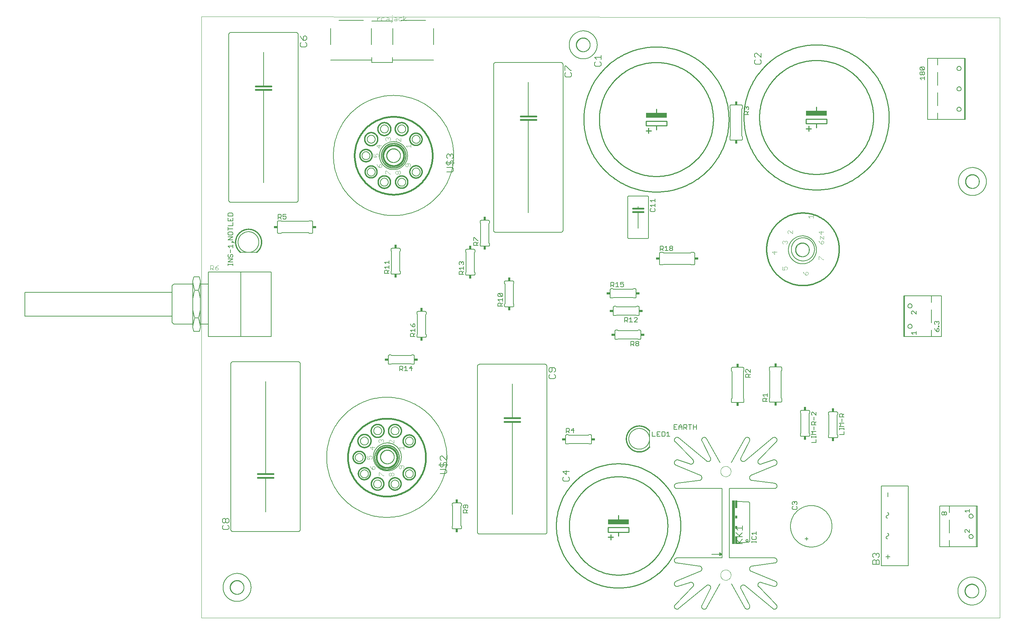
<source format=gto>
G75*
%MOIN*%
%OFA0B0*%
%FSLAX25Y25*%
%IPPOS*%
%LPD*%
%AMOC8*
5,1,8,0,0,1.08239X$1,22.5*
%
%ADD10C,0.00000*%
%ADD11C,0.00600*%
%ADD12C,0.00500*%
%ADD13C,0.00700*%
%ADD14C,0.01000*%
%ADD15R,0.20000X0.05000*%
%ADD16C,0.01600*%
%ADD17R,0.03000X0.42000*%
%ADD18R,0.02000X0.07500*%
%ADD19R,0.02000X0.03000*%
%ADD20C,0.00800*%
%ADD21C,0.00100*%
%ADD22R,0.02400X0.03400*%
%ADD23R,0.03400X0.02400*%
%ADD24C,0.00400*%
%ADD25C,0.01200*%
D10*
X0171672Y0029156D02*
X0171672Y0609857D01*
X0942093Y0608857D01*
X0942093Y0029156D01*
X0171672Y0029156D01*
X0199873Y0058656D02*
X0199875Y0058814D01*
X0199881Y0058972D01*
X0199891Y0059130D01*
X0199905Y0059288D01*
X0199923Y0059445D01*
X0199944Y0059602D01*
X0199970Y0059758D01*
X0200000Y0059914D01*
X0200033Y0060069D01*
X0200071Y0060222D01*
X0200112Y0060375D01*
X0200157Y0060527D01*
X0200206Y0060678D01*
X0200259Y0060827D01*
X0200315Y0060975D01*
X0200375Y0061121D01*
X0200439Y0061266D01*
X0200507Y0061409D01*
X0200578Y0061551D01*
X0200652Y0061691D01*
X0200730Y0061828D01*
X0200812Y0061964D01*
X0200896Y0062098D01*
X0200985Y0062229D01*
X0201076Y0062358D01*
X0201171Y0062485D01*
X0201268Y0062610D01*
X0201369Y0062732D01*
X0201473Y0062851D01*
X0201580Y0062968D01*
X0201690Y0063082D01*
X0201803Y0063193D01*
X0201918Y0063302D01*
X0202036Y0063407D01*
X0202157Y0063509D01*
X0202280Y0063609D01*
X0202406Y0063705D01*
X0202534Y0063798D01*
X0202664Y0063888D01*
X0202797Y0063974D01*
X0202932Y0064058D01*
X0203068Y0064137D01*
X0203207Y0064214D01*
X0203348Y0064286D01*
X0203490Y0064356D01*
X0203634Y0064421D01*
X0203780Y0064483D01*
X0203927Y0064541D01*
X0204076Y0064596D01*
X0204226Y0064647D01*
X0204377Y0064694D01*
X0204529Y0064737D01*
X0204682Y0064776D01*
X0204837Y0064812D01*
X0204992Y0064843D01*
X0205148Y0064871D01*
X0205304Y0064895D01*
X0205461Y0064915D01*
X0205619Y0064931D01*
X0205776Y0064943D01*
X0205935Y0064951D01*
X0206093Y0064955D01*
X0206251Y0064955D01*
X0206409Y0064951D01*
X0206568Y0064943D01*
X0206725Y0064931D01*
X0206883Y0064915D01*
X0207040Y0064895D01*
X0207196Y0064871D01*
X0207352Y0064843D01*
X0207507Y0064812D01*
X0207662Y0064776D01*
X0207815Y0064737D01*
X0207967Y0064694D01*
X0208118Y0064647D01*
X0208268Y0064596D01*
X0208417Y0064541D01*
X0208564Y0064483D01*
X0208710Y0064421D01*
X0208854Y0064356D01*
X0208996Y0064286D01*
X0209137Y0064214D01*
X0209276Y0064137D01*
X0209412Y0064058D01*
X0209547Y0063974D01*
X0209680Y0063888D01*
X0209810Y0063798D01*
X0209938Y0063705D01*
X0210064Y0063609D01*
X0210187Y0063509D01*
X0210308Y0063407D01*
X0210426Y0063302D01*
X0210541Y0063193D01*
X0210654Y0063082D01*
X0210764Y0062968D01*
X0210871Y0062851D01*
X0210975Y0062732D01*
X0211076Y0062610D01*
X0211173Y0062485D01*
X0211268Y0062358D01*
X0211359Y0062229D01*
X0211448Y0062098D01*
X0211532Y0061964D01*
X0211614Y0061828D01*
X0211692Y0061691D01*
X0211766Y0061551D01*
X0211837Y0061409D01*
X0211905Y0061266D01*
X0211969Y0061121D01*
X0212029Y0060975D01*
X0212085Y0060827D01*
X0212138Y0060678D01*
X0212187Y0060527D01*
X0212232Y0060375D01*
X0212273Y0060222D01*
X0212311Y0060069D01*
X0212344Y0059914D01*
X0212374Y0059758D01*
X0212400Y0059602D01*
X0212421Y0059445D01*
X0212439Y0059288D01*
X0212453Y0059130D01*
X0212463Y0058972D01*
X0212469Y0058814D01*
X0212471Y0058656D01*
X0212469Y0058498D01*
X0212463Y0058340D01*
X0212453Y0058182D01*
X0212439Y0058024D01*
X0212421Y0057867D01*
X0212400Y0057710D01*
X0212374Y0057554D01*
X0212344Y0057398D01*
X0212311Y0057243D01*
X0212273Y0057090D01*
X0212232Y0056937D01*
X0212187Y0056785D01*
X0212138Y0056634D01*
X0212085Y0056485D01*
X0212029Y0056337D01*
X0211969Y0056191D01*
X0211905Y0056046D01*
X0211837Y0055903D01*
X0211766Y0055761D01*
X0211692Y0055621D01*
X0211614Y0055484D01*
X0211532Y0055348D01*
X0211448Y0055214D01*
X0211359Y0055083D01*
X0211268Y0054954D01*
X0211173Y0054827D01*
X0211076Y0054702D01*
X0210975Y0054580D01*
X0210871Y0054461D01*
X0210764Y0054344D01*
X0210654Y0054230D01*
X0210541Y0054119D01*
X0210426Y0054010D01*
X0210308Y0053905D01*
X0210187Y0053803D01*
X0210064Y0053703D01*
X0209938Y0053607D01*
X0209810Y0053514D01*
X0209680Y0053424D01*
X0209547Y0053338D01*
X0209412Y0053254D01*
X0209276Y0053175D01*
X0209137Y0053098D01*
X0208996Y0053026D01*
X0208854Y0052956D01*
X0208710Y0052891D01*
X0208564Y0052829D01*
X0208417Y0052771D01*
X0208268Y0052716D01*
X0208118Y0052665D01*
X0207967Y0052618D01*
X0207815Y0052575D01*
X0207662Y0052536D01*
X0207507Y0052500D01*
X0207352Y0052469D01*
X0207196Y0052441D01*
X0207040Y0052417D01*
X0206883Y0052397D01*
X0206725Y0052381D01*
X0206568Y0052369D01*
X0206409Y0052361D01*
X0206251Y0052357D01*
X0206093Y0052357D01*
X0205935Y0052361D01*
X0205776Y0052369D01*
X0205619Y0052381D01*
X0205461Y0052397D01*
X0205304Y0052417D01*
X0205148Y0052441D01*
X0204992Y0052469D01*
X0204837Y0052500D01*
X0204682Y0052536D01*
X0204529Y0052575D01*
X0204377Y0052618D01*
X0204226Y0052665D01*
X0204076Y0052716D01*
X0203927Y0052771D01*
X0203780Y0052829D01*
X0203634Y0052891D01*
X0203490Y0052956D01*
X0203348Y0053026D01*
X0203207Y0053098D01*
X0203068Y0053175D01*
X0202932Y0053254D01*
X0202797Y0053338D01*
X0202664Y0053424D01*
X0202534Y0053514D01*
X0202406Y0053607D01*
X0202280Y0053703D01*
X0202157Y0053803D01*
X0202036Y0053905D01*
X0201918Y0054010D01*
X0201803Y0054119D01*
X0201690Y0054230D01*
X0201580Y0054344D01*
X0201473Y0054461D01*
X0201369Y0054580D01*
X0201268Y0054702D01*
X0201171Y0054827D01*
X0201076Y0054954D01*
X0200985Y0055083D01*
X0200896Y0055214D01*
X0200812Y0055348D01*
X0200730Y0055484D01*
X0200652Y0055621D01*
X0200578Y0055761D01*
X0200507Y0055903D01*
X0200439Y0056046D01*
X0200375Y0056191D01*
X0200315Y0056337D01*
X0200259Y0056485D01*
X0200206Y0056634D01*
X0200157Y0056785D01*
X0200112Y0056937D01*
X0200071Y0057090D01*
X0200033Y0057243D01*
X0200000Y0057398D01*
X0199970Y0057554D01*
X0199944Y0057710D01*
X0199923Y0057867D01*
X0199905Y0058024D01*
X0199891Y0058182D01*
X0199881Y0058340D01*
X0199875Y0058498D01*
X0199873Y0058656D01*
X0344873Y0184656D02*
X0344875Y0184814D01*
X0344881Y0184972D01*
X0344891Y0185130D01*
X0344905Y0185288D01*
X0344923Y0185445D01*
X0344944Y0185602D01*
X0344970Y0185758D01*
X0345000Y0185914D01*
X0345033Y0186069D01*
X0345071Y0186222D01*
X0345112Y0186375D01*
X0345157Y0186527D01*
X0345206Y0186678D01*
X0345259Y0186827D01*
X0345315Y0186975D01*
X0345375Y0187121D01*
X0345439Y0187266D01*
X0345507Y0187409D01*
X0345578Y0187551D01*
X0345652Y0187691D01*
X0345730Y0187828D01*
X0345812Y0187964D01*
X0345896Y0188098D01*
X0345985Y0188229D01*
X0346076Y0188358D01*
X0346171Y0188485D01*
X0346268Y0188610D01*
X0346369Y0188732D01*
X0346473Y0188851D01*
X0346580Y0188968D01*
X0346690Y0189082D01*
X0346803Y0189193D01*
X0346918Y0189302D01*
X0347036Y0189407D01*
X0347157Y0189509D01*
X0347280Y0189609D01*
X0347406Y0189705D01*
X0347534Y0189798D01*
X0347664Y0189888D01*
X0347797Y0189974D01*
X0347932Y0190058D01*
X0348068Y0190137D01*
X0348207Y0190214D01*
X0348348Y0190286D01*
X0348490Y0190356D01*
X0348634Y0190421D01*
X0348780Y0190483D01*
X0348927Y0190541D01*
X0349076Y0190596D01*
X0349226Y0190647D01*
X0349377Y0190694D01*
X0349529Y0190737D01*
X0349682Y0190776D01*
X0349837Y0190812D01*
X0349992Y0190843D01*
X0350148Y0190871D01*
X0350304Y0190895D01*
X0350461Y0190915D01*
X0350619Y0190931D01*
X0350776Y0190943D01*
X0350935Y0190951D01*
X0351093Y0190955D01*
X0351251Y0190955D01*
X0351409Y0190951D01*
X0351568Y0190943D01*
X0351725Y0190931D01*
X0351883Y0190915D01*
X0352040Y0190895D01*
X0352196Y0190871D01*
X0352352Y0190843D01*
X0352507Y0190812D01*
X0352662Y0190776D01*
X0352815Y0190737D01*
X0352967Y0190694D01*
X0353118Y0190647D01*
X0353268Y0190596D01*
X0353417Y0190541D01*
X0353564Y0190483D01*
X0353710Y0190421D01*
X0353854Y0190356D01*
X0353996Y0190286D01*
X0354137Y0190214D01*
X0354276Y0190137D01*
X0354412Y0190058D01*
X0354547Y0189974D01*
X0354680Y0189888D01*
X0354810Y0189798D01*
X0354938Y0189705D01*
X0355064Y0189609D01*
X0355187Y0189509D01*
X0355308Y0189407D01*
X0355426Y0189302D01*
X0355541Y0189193D01*
X0355654Y0189082D01*
X0355764Y0188968D01*
X0355871Y0188851D01*
X0355975Y0188732D01*
X0356076Y0188610D01*
X0356173Y0188485D01*
X0356268Y0188358D01*
X0356359Y0188229D01*
X0356448Y0188098D01*
X0356532Y0187964D01*
X0356614Y0187828D01*
X0356692Y0187691D01*
X0356766Y0187551D01*
X0356837Y0187409D01*
X0356905Y0187266D01*
X0356969Y0187121D01*
X0357029Y0186975D01*
X0357085Y0186827D01*
X0357138Y0186678D01*
X0357187Y0186527D01*
X0357232Y0186375D01*
X0357273Y0186222D01*
X0357311Y0186069D01*
X0357344Y0185914D01*
X0357374Y0185758D01*
X0357400Y0185602D01*
X0357421Y0185445D01*
X0357439Y0185288D01*
X0357453Y0185130D01*
X0357463Y0184972D01*
X0357469Y0184814D01*
X0357471Y0184656D01*
X0357469Y0184498D01*
X0357463Y0184340D01*
X0357453Y0184182D01*
X0357439Y0184024D01*
X0357421Y0183867D01*
X0357400Y0183710D01*
X0357374Y0183554D01*
X0357344Y0183398D01*
X0357311Y0183243D01*
X0357273Y0183090D01*
X0357232Y0182937D01*
X0357187Y0182785D01*
X0357138Y0182634D01*
X0357085Y0182485D01*
X0357029Y0182337D01*
X0356969Y0182191D01*
X0356905Y0182046D01*
X0356837Y0181903D01*
X0356766Y0181761D01*
X0356692Y0181621D01*
X0356614Y0181484D01*
X0356532Y0181348D01*
X0356448Y0181214D01*
X0356359Y0181083D01*
X0356268Y0180954D01*
X0356173Y0180827D01*
X0356076Y0180702D01*
X0355975Y0180580D01*
X0355871Y0180461D01*
X0355764Y0180344D01*
X0355654Y0180230D01*
X0355541Y0180119D01*
X0355426Y0180010D01*
X0355308Y0179905D01*
X0355187Y0179803D01*
X0355064Y0179703D01*
X0354938Y0179607D01*
X0354810Y0179514D01*
X0354680Y0179424D01*
X0354547Y0179338D01*
X0354412Y0179254D01*
X0354276Y0179175D01*
X0354137Y0179098D01*
X0353996Y0179026D01*
X0353854Y0178956D01*
X0353710Y0178891D01*
X0353564Y0178829D01*
X0353417Y0178771D01*
X0353268Y0178716D01*
X0353118Y0178665D01*
X0352967Y0178618D01*
X0352815Y0178575D01*
X0352662Y0178536D01*
X0352507Y0178500D01*
X0352352Y0178469D01*
X0352196Y0178441D01*
X0352040Y0178417D01*
X0351883Y0178397D01*
X0351725Y0178381D01*
X0351568Y0178369D01*
X0351409Y0178361D01*
X0351251Y0178357D01*
X0351093Y0178357D01*
X0350935Y0178361D01*
X0350776Y0178369D01*
X0350619Y0178381D01*
X0350461Y0178397D01*
X0350304Y0178417D01*
X0350148Y0178441D01*
X0349992Y0178469D01*
X0349837Y0178500D01*
X0349682Y0178536D01*
X0349529Y0178575D01*
X0349377Y0178618D01*
X0349226Y0178665D01*
X0349076Y0178716D01*
X0348927Y0178771D01*
X0348780Y0178829D01*
X0348634Y0178891D01*
X0348490Y0178956D01*
X0348348Y0179026D01*
X0348207Y0179098D01*
X0348068Y0179175D01*
X0347932Y0179254D01*
X0347797Y0179338D01*
X0347664Y0179424D01*
X0347534Y0179514D01*
X0347406Y0179607D01*
X0347280Y0179703D01*
X0347157Y0179803D01*
X0347036Y0179905D01*
X0346918Y0180010D01*
X0346803Y0180119D01*
X0346690Y0180230D01*
X0346580Y0180344D01*
X0346473Y0180461D01*
X0346369Y0180580D01*
X0346268Y0180702D01*
X0346171Y0180827D01*
X0346076Y0180954D01*
X0345985Y0181083D01*
X0345896Y0181214D01*
X0345812Y0181348D01*
X0345730Y0181484D01*
X0345652Y0181621D01*
X0345578Y0181761D01*
X0345507Y0181903D01*
X0345439Y0182046D01*
X0345375Y0182191D01*
X0345315Y0182337D01*
X0345259Y0182485D01*
X0345206Y0182634D01*
X0345157Y0182785D01*
X0345112Y0182937D01*
X0345071Y0183090D01*
X0345033Y0183243D01*
X0345000Y0183398D01*
X0344970Y0183554D01*
X0344944Y0183710D01*
X0344923Y0183867D01*
X0344905Y0184024D01*
X0344891Y0184182D01*
X0344881Y0184340D01*
X0344875Y0184498D01*
X0344873Y0184656D01*
X0672672Y0170656D02*
X0672674Y0170797D01*
X0672680Y0170938D01*
X0672690Y0171078D01*
X0672704Y0171218D01*
X0672722Y0171358D01*
X0672743Y0171497D01*
X0672769Y0171636D01*
X0672798Y0171774D01*
X0672832Y0171910D01*
X0672869Y0172046D01*
X0672910Y0172181D01*
X0672955Y0172315D01*
X0673004Y0172447D01*
X0673056Y0172578D01*
X0673112Y0172707D01*
X0673172Y0172834D01*
X0673235Y0172960D01*
X0673301Y0173084D01*
X0673372Y0173207D01*
X0673445Y0173327D01*
X0673522Y0173445D01*
X0673602Y0173561D01*
X0673686Y0173674D01*
X0673772Y0173785D01*
X0673862Y0173894D01*
X0673955Y0174000D01*
X0674050Y0174103D01*
X0674149Y0174204D01*
X0674250Y0174302D01*
X0674354Y0174397D01*
X0674461Y0174489D01*
X0674570Y0174578D01*
X0674682Y0174663D01*
X0674796Y0174746D01*
X0674912Y0174826D01*
X0675031Y0174902D01*
X0675152Y0174974D01*
X0675274Y0175044D01*
X0675399Y0175109D01*
X0675525Y0175172D01*
X0675653Y0175230D01*
X0675783Y0175285D01*
X0675914Y0175337D01*
X0676047Y0175384D01*
X0676181Y0175428D01*
X0676316Y0175469D01*
X0676452Y0175505D01*
X0676589Y0175537D01*
X0676727Y0175566D01*
X0676865Y0175591D01*
X0677005Y0175611D01*
X0677145Y0175628D01*
X0677285Y0175641D01*
X0677426Y0175650D01*
X0677566Y0175655D01*
X0677707Y0175656D01*
X0677848Y0175653D01*
X0677989Y0175646D01*
X0678129Y0175635D01*
X0678269Y0175620D01*
X0678409Y0175601D01*
X0678548Y0175579D01*
X0678686Y0175552D01*
X0678824Y0175522D01*
X0678960Y0175487D01*
X0679096Y0175449D01*
X0679230Y0175407D01*
X0679364Y0175361D01*
X0679496Y0175312D01*
X0679626Y0175258D01*
X0679755Y0175201D01*
X0679882Y0175141D01*
X0680008Y0175077D01*
X0680131Y0175009D01*
X0680253Y0174938D01*
X0680373Y0174864D01*
X0680490Y0174786D01*
X0680605Y0174705D01*
X0680718Y0174621D01*
X0680829Y0174534D01*
X0680937Y0174443D01*
X0681042Y0174350D01*
X0681145Y0174253D01*
X0681245Y0174154D01*
X0681342Y0174052D01*
X0681436Y0173947D01*
X0681527Y0173840D01*
X0681615Y0173730D01*
X0681700Y0173618D01*
X0681782Y0173503D01*
X0681861Y0173386D01*
X0681936Y0173267D01*
X0682008Y0173146D01*
X0682076Y0173023D01*
X0682141Y0172898D01*
X0682203Y0172771D01*
X0682260Y0172642D01*
X0682315Y0172512D01*
X0682365Y0172381D01*
X0682412Y0172248D01*
X0682455Y0172114D01*
X0682494Y0171978D01*
X0682529Y0171842D01*
X0682561Y0171705D01*
X0682588Y0171567D01*
X0682612Y0171428D01*
X0682632Y0171288D01*
X0682648Y0171148D01*
X0682660Y0171008D01*
X0682668Y0170867D01*
X0682672Y0170726D01*
X0682672Y0170586D01*
X0682668Y0170445D01*
X0682660Y0170304D01*
X0682648Y0170164D01*
X0682632Y0170024D01*
X0682612Y0169884D01*
X0682588Y0169745D01*
X0682561Y0169607D01*
X0682529Y0169470D01*
X0682494Y0169334D01*
X0682455Y0169198D01*
X0682412Y0169064D01*
X0682365Y0168931D01*
X0682315Y0168800D01*
X0682260Y0168670D01*
X0682203Y0168541D01*
X0682141Y0168414D01*
X0682076Y0168289D01*
X0682008Y0168166D01*
X0681936Y0168045D01*
X0681861Y0167926D01*
X0681782Y0167809D01*
X0681700Y0167694D01*
X0681615Y0167582D01*
X0681527Y0167472D01*
X0681436Y0167365D01*
X0681342Y0167260D01*
X0681245Y0167158D01*
X0681145Y0167059D01*
X0681042Y0166962D01*
X0680937Y0166869D01*
X0680829Y0166778D01*
X0680718Y0166691D01*
X0680605Y0166607D01*
X0680490Y0166526D01*
X0680373Y0166448D01*
X0680253Y0166374D01*
X0680131Y0166303D01*
X0680008Y0166235D01*
X0679882Y0166171D01*
X0679755Y0166111D01*
X0679626Y0166054D01*
X0679496Y0166000D01*
X0679364Y0165951D01*
X0679230Y0165905D01*
X0679096Y0165863D01*
X0678960Y0165825D01*
X0678824Y0165790D01*
X0678686Y0165760D01*
X0678548Y0165733D01*
X0678409Y0165711D01*
X0678269Y0165692D01*
X0678129Y0165677D01*
X0677989Y0165666D01*
X0677848Y0165659D01*
X0677707Y0165656D01*
X0677566Y0165657D01*
X0677426Y0165662D01*
X0677285Y0165671D01*
X0677145Y0165684D01*
X0677005Y0165701D01*
X0676865Y0165721D01*
X0676727Y0165746D01*
X0676589Y0165775D01*
X0676452Y0165807D01*
X0676316Y0165843D01*
X0676181Y0165884D01*
X0676047Y0165928D01*
X0675914Y0165975D01*
X0675783Y0166027D01*
X0675653Y0166082D01*
X0675525Y0166140D01*
X0675399Y0166203D01*
X0675274Y0166268D01*
X0675152Y0166338D01*
X0675031Y0166410D01*
X0674912Y0166486D01*
X0674796Y0166566D01*
X0674682Y0166649D01*
X0674570Y0166734D01*
X0674461Y0166823D01*
X0674354Y0166915D01*
X0674250Y0167010D01*
X0674149Y0167108D01*
X0674050Y0167209D01*
X0673955Y0167312D01*
X0673862Y0167418D01*
X0673772Y0167527D01*
X0673686Y0167638D01*
X0673602Y0167751D01*
X0673522Y0167867D01*
X0673445Y0167985D01*
X0673372Y0168105D01*
X0673301Y0168228D01*
X0673235Y0168352D01*
X0673172Y0168478D01*
X0673112Y0168605D01*
X0673056Y0168734D01*
X0673004Y0168865D01*
X0672955Y0168997D01*
X0672910Y0169131D01*
X0672869Y0169266D01*
X0672832Y0169402D01*
X0672798Y0169538D01*
X0672769Y0169676D01*
X0672743Y0169815D01*
X0672722Y0169954D01*
X0672704Y0170094D01*
X0672690Y0170234D01*
X0672680Y0170374D01*
X0672674Y0170515D01*
X0672672Y0170656D01*
X0672672Y0070656D02*
X0672674Y0070797D01*
X0672680Y0070938D01*
X0672690Y0071078D01*
X0672704Y0071218D01*
X0672722Y0071358D01*
X0672743Y0071497D01*
X0672769Y0071636D01*
X0672798Y0071774D01*
X0672832Y0071910D01*
X0672869Y0072046D01*
X0672910Y0072181D01*
X0672955Y0072315D01*
X0673004Y0072447D01*
X0673056Y0072578D01*
X0673112Y0072707D01*
X0673172Y0072834D01*
X0673235Y0072960D01*
X0673301Y0073084D01*
X0673372Y0073207D01*
X0673445Y0073327D01*
X0673522Y0073445D01*
X0673602Y0073561D01*
X0673686Y0073674D01*
X0673772Y0073785D01*
X0673862Y0073894D01*
X0673955Y0074000D01*
X0674050Y0074103D01*
X0674149Y0074204D01*
X0674250Y0074302D01*
X0674354Y0074397D01*
X0674461Y0074489D01*
X0674570Y0074578D01*
X0674682Y0074663D01*
X0674796Y0074746D01*
X0674912Y0074826D01*
X0675031Y0074902D01*
X0675152Y0074974D01*
X0675274Y0075044D01*
X0675399Y0075109D01*
X0675525Y0075172D01*
X0675653Y0075230D01*
X0675783Y0075285D01*
X0675914Y0075337D01*
X0676047Y0075384D01*
X0676181Y0075428D01*
X0676316Y0075469D01*
X0676452Y0075505D01*
X0676589Y0075537D01*
X0676727Y0075566D01*
X0676865Y0075591D01*
X0677005Y0075611D01*
X0677145Y0075628D01*
X0677285Y0075641D01*
X0677426Y0075650D01*
X0677566Y0075655D01*
X0677707Y0075656D01*
X0677848Y0075653D01*
X0677989Y0075646D01*
X0678129Y0075635D01*
X0678269Y0075620D01*
X0678409Y0075601D01*
X0678548Y0075579D01*
X0678686Y0075552D01*
X0678824Y0075522D01*
X0678960Y0075487D01*
X0679096Y0075449D01*
X0679230Y0075407D01*
X0679364Y0075361D01*
X0679496Y0075312D01*
X0679626Y0075258D01*
X0679755Y0075201D01*
X0679882Y0075141D01*
X0680008Y0075077D01*
X0680131Y0075009D01*
X0680253Y0074938D01*
X0680373Y0074864D01*
X0680490Y0074786D01*
X0680605Y0074705D01*
X0680718Y0074621D01*
X0680829Y0074534D01*
X0680937Y0074443D01*
X0681042Y0074350D01*
X0681145Y0074253D01*
X0681245Y0074154D01*
X0681342Y0074052D01*
X0681436Y0073947D01*
X0681527Y0073840D01*
X0681615Y0073730D01*
X0681700Y0073618D01*
X0681782Y0073503D01*
X0681861Y0073386D01*
X0681936Y0073267D01*
X0682008Y0073146D01*
X0682076Y0073023D01*
X0682141Y0072898D01*
X0682203Y0072771D01*
X0682260Y0072642D01*
X0682315Y0072512D01*
X0682365Y0072381D01*
X0682412Y0072248D01*
X0682455Y0072114D01*
X0682494Y0071978D01*
X0682529Y0071842D01*
X0682561Y0071705D01*
X0682588Y0071567D01*
X0682612Y0071428D01*
X0682632Y0071288D01*
X0682648Y0071148D01*
X0682660Y0071008D01*
X0682668Y0070867D01*
X0682672Y0070726D01*
X0682672Y0070586D01*
X0682668Y0070445D01*
X0682660Y0070304D01*
X0682648Y0070164D01*
X0682632Y0070024D01*
X0682612Y0069884D01*
X0682588Y0069745D01*
X0682561Y0069607D01*
X0682529Y0069470D01*
X0682494Y0069334D01*
X0682455Y0069198D01*
X0682412Y0069064D01*
X0682365Y0068931D01*
X0682315Y0068800D01*
X0682260Y0068670D01*
X0682203Y0068541D01*
X0682141Y0068414D01*
X0682076Y0068289D01*
X0682008Y0068166D01*
X0681936Y0068045D01*
X0681861Y0067926D01*
X0681782Y0067809D01*
X0681700Y0067694D01*
X0681615Y0067582D01*
X0681527Y0067472D01*
X0681436Y0067365D01*
X0681342Y0067260D01*
X0681245Y0067158D01*
X0681145Y0067059D01*
X0681042Y0066962D01*
X0680937Y0066869D01*
X0680829Y0066778D01*
X0680718Y0066691D01*
X0680605Y0066607D01*
X0680490Y0066526D01*
X0680373Y0066448D01*
X0680253Y0066374D01*
X0680131Y0066303D01*
X0680008Y0066235D01*
X0679882Y0066171D01*
X0679755Y0066111D01*
X0679626Y0066054D01*
X0679496Y0066000D01*
X0679364Y0065951D01*
X0679230Y0065905D01*
X0679096Y0065863D01*
X0678960Y0065825D01*
X0678824Y0065790D01*
X0678686Y0065760D01*
X0678548Y0065733D01*
X0678409Y0065711D01*
X0678269Y0065692D01*
X0678129Y0065677D01*
X0677989Y0065666D01*
X0677848Y0065659D01*
X0677707Y0065656D01*
X0677566Y0065657D01*
X0677426Y0065662D01*
X0677285Y0065671D01*
X0677145Y0065684D01*
X0677005Y0065701D01*
X0676865Y0065721D01*
X0676727Y0065746D01*
X0676589Y0065775D01*
X0676452Y0065807D01*
X0676316Y0065843D01*
X0676181Y0065884D01*
X0676047Y0065928D01*
X0675914Y0065975D01*
X0675783Y0066027D01*
X0675653Y0066082D01*
X0675525Y0066140D01*
X0675399Y0066203D01*
X0675274Y0066268D01*
X0675152Y0066338D01*
X0675031Y0066410D01*
X0674912Y0066486D01*
X0674796Y0066566D01*
X0674682Y0066649D01*
X0674570Y0066734D01*
X0674461Y0066823D01*
X0674354Y0066915D01*
X0674250Y0067010D01*
X0674149Y0067108D01*
X0674050Y0067209D01*
X0673955Y0067312D01*
X0673862Y0067418D01*
X0673772Y0067527D01*
X0673686Y0067638D01*
X0673602Y0067751D01*
X0673522Y0067867D01*
X0673445Y0067985D01*
X0673372Y0068105D01*
X0673301Y0068228D01*
X0673235Y0068352D01*
X0673172Y0068478D01*
X0673112Y0068605D01*
X0673056Y0068734D01*
X0673004Y0068865D01*
X0672955Y0068997D01*
X0672910Y0069131D01*
X0672869Y0069266D01*
X0672832Y0069402D01*
X0672798Y0069538D01*
X0672769Y0069676D01*
X0672743Y0069815D01*
X0672722Y0069954D01*
X0672704Y0070094D01*
X0672690Y0070234D01*
X0672680Y0070374D01*
X0672674Y0070515D01*
X0672672Y0070656D01*
X0908873Y0055156D02*
X0908875Y0055314D01*
X0908881Y0055472D01*
X0908891Y0055630D01*
X0908905Y0055788D01*
X0908923Y0055945D01*
X0908944Y0056102D01*
X0908970Y0056258D01*
X0909000Y0056414D01*
X0909033Y0056569D01*
X0909071Y0056722D01*
X0909112Y0056875D01*
X0909157Y0057027D01*
X0909206Y0057178D01*
X0909259Y0057327D01*
X0909315Y0057475D01*
X0909375Y0057621D01*
X0909439Y0057766D01*
X0909507Y0057909D01*
X0909578Y0058051D01*
X0909652Y0058191D01*
X0909730Y0058328D01*
X0909812Y0058464D01*
X0909896Y0058598D01*
X0909985Y0058729D01*
X0910076Y0058858D01*
X0910171Y0058985D01*
X0910268Y0059110D01*
X0910369Y0059232D01*
X0910473Y0059351D01*
X0910580Y0059468D01*
X0910690Y0059582D01*
X0910803Y0059693D01*
X0910918Y0059802D01*
X0911036Y0059907D01*
X0911157Y0060009D01*
X0911280Y0060109D01*
X0911406Y0060205D01*
X0911534Y0060298D01*
X0911664Y0060388D01*
X0911797Y0060474D01*
X0911932Y0060558D01*
X0912068Y0060637D01*
X0912207Y0060714D01*
X0912348Y0060786D01*
X0912490Y0060856D01*
X0912634Y0060921D01*
X0912780Y0060983D01*
X0912927Y0061041D01*
X0913076Y0061096D01*
X0913226Y0061147D01*
X0913377Y0061194D01*
X0913529Y0061237D01*
X0913682Y0061276D01*
X0913837Y0061312D01*
X0913992Y0061343D01*
X0914148Y0061371D01*
X0914304Y0061395D01*
X0914461Y0061415D01*
X0914619Y0061431D01*
X0914776Y0061443D01*
X0914935Y0061451D01*
X0915093Y0061455D01*
X0915251Y0061455D01*
X0915409Y0061451D01*
X0915568Y0061443D01*
X0915725Y0061431D01*
X0915883Y0061415D01*
X0916040Y0061395D01*
X0916196Y0061371D01*
X0916352Y0061343D01*
X0916507Y0061312D01*
X0916662Y0061276D01*
X0916815Y0061237D01*
X0916967Y0061194D01*
X0917118Y0061147D01*
X0917268Y0061096D01*
X0917417Y0061041D01*
X0917564Y0060983D01*
X0917710Y0060921D01*
X0917854Y0060856D01*
X0917996Y0060786D01*
X0918137Y0060714D01*
X0918276Y0060637D01*
X0918412Y0060558D01*
X0918547Y0060474D01*
X0918680Y0060388D01*
X0918810Y0060298D01*
X0918938Y0060205D01*
X0919064Y0060109D01*
X0919187Y0060009D01*
X0919308Y0059907D01*
X0919426Y0059802D01*
X0919541Y0059693D01*
X0919654Y0059582D01*
X0919764Y0059468D01*
X0919871Y0059351D01*
X0919975Y0059232D01*
X0920076Y0059110D01*
X0920173Y0058985D01*
X0920268Y0058858D01*
X0920359Y0058729D01*
X0920448Y0058598D01*
X0920532Y0058464D01*
X0920614Y0058328D01*
X0920692Y0058191D01*
X0920766Y0058051D01*
X0920837Y0057909D01*
X0920905Y0057766D01*
X0920969Y0057621D01*
X0921029Y0057475D01*
X0921085Y0057327D01*
X0921138Y0057178D01*
X0921187Y0057027D01*
X0921232Y0056875D01*
X0921273Y0056722D01*
X0921311Y0056569D01*
X0921344Y0056414D01*
X0921374Y0056258D01*
X0921400Y0056102D01*
X0921421Y0055945D01*
X0921439Y0055788D01*
X0921453Y0055630D01*
X0921463Y0055472D01*
X0921469Y0055314D01*
X0921471Y0055156D01*
X0921469Y0054998D01*
X0921463Y0054840D01*
X0921453Y0054682D01*
X0921439Y0054524D01*
X0921421Y0054367D01*
X0921400Y0054210D01*
X0921374Y0054054D01*
X0921344Y0053898D01*
X0921311Y0053743D01*
X0921273Y0053590D01*
X0921232Y0053437D01*
X0921187Y0053285D01*
X0921138Y0053134D01*
X0921085Y0052985D01*
X0921029Y0052837D01*
X0920969Y0052691D01*
X0920905Y0052546D01*
X0920837Y0052403D01*
X0920766Y0052261D01*
X0920692Y0052121D01*
X0920614Y0051984D01*
X0920532Y0051848D01*
X0920448Y0051714D01*
X0920359Y0051583D01*
X0920268Y0051454D01*
X0920173Y0051327D01*
X0920076Y0051202D01*
X0919975Y0051080D01*
X0919871Y0050961D01*
X0919764Y0050844D01*
X0919654Y0050730D01*
X0919541Y0050619D01*
X0919426Y0050510D01*
X0919308Y0050405D01*
X0919187Y0050303D01*
X0919064Y0050203D01*
X0918938Y0050107D01*
X0918810Y0050014D01*
X0918680Y0049924D01*
X0918547Y0049838D01*
X0918412Y0049754D01*
X0918276Y0049675D01*
X0918137Y0049598D01*
X0917996Y0049526D01*
X0917854Y0049456D01*
X0917710Y0049391D01*
X0917564Y0049329D01*
X0917417Y0049271D01*
X0917268Y0049216D01*
X0917118Y0049165D01*
X0916967Y0049118D01*
X0916815Y0049075D01*
X0916662Y0049036D01*
X0916507Y0049000D01*
X0916352Y0048969D01*
X0916196Y0048941D01*
X0916040Y0048917D01*
X0915883Y0048897D01*
X0915725Y0048881D01*
X0915568Y0048869D01*
X0915409Y0048861D01*
X0915251Y0048857D01*
X0915093Y0048857D01*
X0914935Y0048861D01*
X0914776Y0048869D01*
X0914619Y0048881D01*
X0914461Y0048897D01*
X0914304Y0048917D01*
X0914148Y0048941D01*
X0913992Y0048969D01*
X0913837Y0049000D01*
X0913682Y0049036D01*
X0913529Y0049075D01*
X0913377Y0049118D01*
X0913226Y0049165D01*
X0913076Y0049216D01*
X0912927Y0049271D01*
X0912780Y0049329D01*
X0912634Y0049391D01*
X0912490Y0049456D01*
X0912348Y0049526D01*
X0912207Y0049598D01*
X0912068Y0049675D01*
X0911932Y0049754D01*
X0911797Y0049838D01*
X0911664Y0049924D01*
X0911534Y0050014D01*
X0911406Y0050107D01*
X0911280Y0050203D01*
X0911157Y0050303D01*
X0911036Y0050405D01*
X0910918Y0050510D01*
X0910803Y0050619D01*
X0910690Y0050730D01*
X0910580Y0050844D01*
X0910473Y0050961D01*
X0910369Y0051080D01*
X0910268Y0051202D01*
X0910171Y0051327D01*
X0910076Y0051454D01*
X0909985Y0051583D01*
X0909896Y0051714D01*
X0909812Y0051848D01*
X0909730Y0051984D01*
X0909652Y0052121D01*
X0909578Y0052261D01*
X0909507Y0052403D01*
X0909439Y0052546D01*
X0909375Y0052691D01*
X0909315Y0052837D01*
X0909259Y0052985D01*
X0909206Y0053134D01*
X0909157Y0053285D01*
X0909112Y0053437D01*
X0909071Y0053590D01*
X0909033Y0053743D01*
X0909000Y0053898D01*
X0908970Y0054054D01*
X0908944Y0054210D01*
X0908923Y0054367D01*
X0908905Y0054524D01*
X0908891Y0054682D01*
X0908881Y0054840D01*
X0908875Y0054998D01*
X0908873Y0055156D01*
X0745373Y0384656D02*
X0745375Y0384814D01*
X0745381Y0384972D01*
X0745391Y0385130D01*
X0745405Y0385288D01*
X0745423Y0385445D01*
X0745444Y0385602D01*
X0745470Y0385758D01*
X0745500Y0385914D01*
X0745533Y0386069D01*
X0745571Y0386222D01*
X0745612Y0386375D01*
X0745657Y0386527D01*
X0745706Y0386678D01*
X0745759Y0386827D01*
X0745815Y0386975D01*
X0745875Y0387121D01*
X0745939Y0387266D01*
X0746007Y0387409D01*
X0746078Y0387551D01*
X0746152Y0387691D01*
X0746230Y0387828D01*
X0746312Y0387964D01*
X0746396Y0388098D01*
X0746485Y0388229D01*
X0746576Y0388358D01*
X0746671Y0388485D01*
X0746768Y0388610D01*
X0746869Y0388732D01*
X0746973Y0388851D01*
X0747080Y0388968D01*
X0747190Y0389082D01*
X0747303Y0389193D01*
X0747418Y0389302D01*
X0747536Y0389407D01*
X0747657Y0389509D01*
X0747780Y0389609D01*
X0747906Y0389705D01*
X0748034Y0389798D01*
X0748164Y0389888D01*
X0748297Y0389974D01*
X0748432Y0390058D01*
X0748568Y0390137D01*
X0748707Y0390214D01*
X0748848Y0390286D01*
X0748990Y0390356D01*
X0749134Y0390421D01*
X0749280Y0390483D01*
X0749427Y0390541D01*
X0749576Y0390596D01*
X0749726Y0390647D01*
X0749877Y0390694D01*
X0750029Y0390737D01*
X0750182Y0390776D01*
X0750337Y0390812D01*
X0750492Y0390843D01*
X0750648Y0390871D01*
X0750804Y0390895D01*
X0750961Y0390915D01*
X0751119Y0390931D01*
X0751276Y0390943D01*
X0751435Y0390951D01*
X0751593Y0390955D01*
X0751751Y0390955D01*
X0751909Y0390951D01*
X0752068Y0390943D01*
X0752225Y0390931D01*
X0752383Y0390915D01*
X0752540Y0390895D01*
X0752696Y0390871D01*
X0752852Y0390843D01*
X0753007Y0390812D01*
X0753162Y0390776D01*
X0753315Y0390737D01*
X0753467Y0390694D01*
X0753618Y0390647D01*
X0753768Y0390596D01*
X0753917Y0390541D01*
X0754064Y0390483D01*
X0754210Y0390421D01*
X0754354Y0390356D01*
X0754496Y0390286D01*
X0754637Y0390214D01*
X0754776Y0390137D01*
X0754912Y0390058D01*
X0755047Y0389974D01*
X0755180Y0389888D01*
X0755310Y0389798D01*
X0755438Y0389705D01*
X0755564Y0389609D01*
X0755687Y0389509D01*
X0755808Y0389407D01*
X0755926Y0389302D01*
X0756041Y0389193D01*
X0756154Y0389082D01*
X0756264Y0388968D01*
X0756371Y0388851D01*
X0756475Y0388732D01*
X0756576Y0388610D01*
X0756673Y0388485D01*
X0756768Y0388358D01*
X0756859Y0388229D01*
X0756948Y0388098D01*
X0757032Y0387964D01*
X0757114Y0387828D01*
X0757192Y0387691D01*
X0757266Y0387551D01*
X0757337Y0387409D01*
X0757405Y0387266D01*
X0757469Y0387121D01*
X0757529Y0386975D01*
X0757585Y0386827D01*
X0757638Y0386678D01*
X0757687Y0386527D01*
X0757732Y0386375D01*
X0757773Y0386222D01*
X0757811Y0386069D01*
X0757844Y0385914D01*
X0757874Y0385758D01*
X0757900Y0385602D01*
X0757921Y0385445D01*
X0757939Y0385288D01*
X0757953Y0385130D01*
X0757963Y0384972D01*
X0757969Y0384814D01*
X0757971Y0384656D01*
X0757969Y0384498D01*
X0757963Y0384340D01*
X0757953Y0384182D01*
X0757939Y0384024D01*
X0757921Y0383867D01*
X0757900Y0383710D01*
X0757874Y0383554D01*
X0757844Y0383398D01*
X0757811Y0383243D01*
X0757773Y0383090D01*
X0757732Y0382937D01*
X0757687Y0382785D01*
X0757638Y0382634D01*
X0757585Y0382485D01*
X0757529Y0382337D01*
X0757469Y0382191D01*
X0757405Y0382046D01*
X0757337Y0381903D01*
X0757266Y0381761D01*
X0757192Y0381621D01*
X0757114Y0381484D01*
X0757032Y0381348D01*
X0756948Y0381214D01*
X0756859Y0381083D01*
X0756768Y0380954D01*
X0756673Y0380827D01*
X0756576Y0380702D01*
X0756475Y0380580D01*
X0756371Y0380461D01*
X0756264Y0380344D01*
X0756154Y0380230D01*
X0756041Y0380119D01*
X0755926Y0380010D01*
X0755808Y0379905D01*
X0755687Y0379803D01*
X0755564Y0379703D01*
X0755438Y0379607D01*
X0755310Y0379514D01*
X0755180Y0379424D01*
X0755047Y0379338D01*
X0754912Y0379254D01*
X0754776Y0379175D01*
X0754637Y0379098D01*
X0754496Y0379026D01*
X0754354Y0378956D01*
X0754210Y0378891D01*
X0754064Y0378829D01*
X0753917Y0378771D01*
X0753768Y0378716D01*
X0753618Y0378665D01*
X0753467Y0378618D01*
X0753315Y0378575D01*
X0753162Y0378536D01*
X0753007Y0378500D01*
X0752852Y0378469D01*
X0752696Y0378441D01*
X0752540Y0378417D01*
X0752383Y0378397D01*
X0752225Y0378381D01*
X0752068Y0378369D01*
X0751909Y0378361D01*
X0751751Y0378357D01*
X0751593Y0378357D01*
X0751435Y0378361D01*
X0751276Y0378369D01*
X0751119Y0378381D01*
X0750961Y0378397D01*
X0750804Y0378417D01*
X0750648Y0378441D01*
X0750492Y0378469D01*
X0750337Y0378500D01*
X0750182Y0378536D01*
X0750029Y0378575D01*
X0749877Y0378618D01*
X0749726Y0378665D01*
X0749576Y0378716D01*
X0749427Y0378771D01*
X0749280Y0378829D01*
X0749134Y0378891D01*
X0748990Y0378956D01*
X0748848Y0379026D01*
X0748707Y0379098D01*
X0748568Y0379175D01*
X0748432Y0379254D01*
X0748297Y0379338D01*
X0748164Y0379424D01*
X0748034Y0379514D01*
X0747906Y0379607D01*
X0747780Y0379703D01*
X0747657Y0379803D01*
X0747536Y0379905D01*
X0747418Y0380010D01*
X0747303Y0380119D01*
X0747190Y0380230D01*
X0747080Y0380344D01*
X0746973Y0380461D01*
X0746869Y0380580D01*
X0746768Y0380702D01*
X0746671Y0380827D01*
X0746576Y0380954D01*
X0746485Y0381083D01*
X0746396Y0381214D01*
X0746312Y0381348D01*
X0746230Y0381484D01*
X0746152Y0381621D01*
X0746078Y0381761D01*
X0746007Y0381903D01*
X0745939Y0382046D01*
X0745875Y0382191D01*
X0745815Y0382337D01*
X0745759Y0382485D01*
X0745706Y0382634D01*
X0745657Y0382785D01*
X0745612Y0382937D01*
X0745571Y0383090D01*
X0745533Y0383243D01*
X0745500Y0383398D01*
X0745470Y0383554D01*
X0745444Y0383710D01*
X0745423Y0383867D01*
X0745405Y0384024D01*
X0745391Y0384182D01*
X0745381Y0384340D01*
X0745375Y0384498D01*
X0745373Y0384656D01*
X0909373Y0450656D02*
X0909375Y0450814D01*
X0909381Y0450972D01*
X0909391Y0451130D01*
X0909405Y0451288D01*
X0909423Y0451445D01*
X0909444Y0451602D01*
X0909470Y0451758D01*
X0909500Y0451914D01*
X0909533Y0452069D01*
X0909571Y0452222D01*
X0909612Y0452375D01*
X0909657Y0452527D01*
X0909706Y0452678D01*
X0909759Y0452827D01*
X0909815Y0452975D01*
X0909875Y0453121D01*
X0909939Y0453266D01*
X0910007Y0453409D01*
X0910078Y0453551D01*
X0910152Y0453691D01*
X0910230Y0453828D01*
X0910312Y0453964D01*
X0910396Y0454098D01*
X0910485Y0454229D01*
X0910576Y0454358D01*
X0910671Y0454485D01*
X0910768Y0454610D01*
X0910869Y0454732D01*
X0910973Y0454851D01*
X0911080Y0454968D01*
X0911190Y0455082D01*
X0911303Y0455193D01*
X0911418Y0455302D01*
X0911536Y0455407D01*
X0911657Y0455509D01*
X0911780Y0455609D01*
X0911906Y0455705D01*
X0912034Y0455798D01*
X0912164Y0455888D01*
X0912297Y0455974D01*
X0912432Y0456058D01*
X0912568Y0456137D01*
X0912707Y0456214D01*
X0912848Y0456286D01*
X0912990Y0456356D01*
X0913134Y0456421D01*
X0913280Y0456483D01*
X0913427Y0456541D01*
X0913576Y0456596D01*
X0913726Y0456647D01*
X0913877Y0456694D01*
X0914029Y0456737D01*
X0914182Y0456776D01*
X0914337Y0456812D01*
X0914492Y0456843D01*
X0914648Y0456871D01*
X0914804Y0456895D01*
X0914961Y0456915D01*
X0915119Y0456931D01*
X0915276Y0456943D01*
X0915435Y0456951D01*
X0915593Y0456955D01*
X0915751Y0456955D01*
X0915909Y0456951D01*
X0916068Y0456943D01*
X0916225Y0456931D01*
X0916383Y0456915D01*
X0916540Y0456895D01*
X0916696Y0456871D01*
X0916852Y0456843D01*
X0917007Y0456812D01*
X0917162Y0456776D01*
X0917315Y0456737D01*
X0917467Y0456694D01*
X0917618Y0456647D01*
X0917768Y0456596D01*
X0917917Y0456541D01*
X0918064Y0456483D01*
X0918210Y0456421D01*
X0918354Y0456356D01*
X0918496Y0456286D01*
X0918637Y0456214D01*
X0918776Y0456137D01*
X0918912Y0456058D01*
X0919047Y0455974D01*
X0919180Y0455888D01*
X0919310Y0455798D01*
X0919438Y0455705D01*
X0919564Y0455609D01*
X0919687Y0455509D01*
X0919808Y0455407D01*
X0919926Y0455302D01*
X0920041Y0455193D01*
X0920154Y0455082D01*
X0920264Y0454968D01*
X0920371Y0454851D01*
X0920475Y0454732D01*
X0920576Y0454610D01*
X0920673Y0454485D01*
X0920768Y0454358D01*
X0920859Y0454229D01*
X0920948Y0454098D01*
X0921032Y0453964D01*
X0921114Y0453828D01*
X0921192Y0453691D01*
X0921266Y0453551D01*
X0921337Y0453409D01*
X0921405Y0453266D01*
X0921469Y0453121D01*
X0921529Y0452975D01*
X0921585Y0452827D01*
X0921638Y0452678D01*
X0921687Y0452527D01*
X0921732Y0452375D01*
X0921773Y0452222D01*
X0921811Y0452069D01*
X0921844Y0451914D01*
X0921874Y0451758D01*
X0921900Y0451602D01*
X0921921Y0451445D01*
X0921939Y0451288D01*
X0921953Y0451130D01*
X0921963Y0450972D01*
X0921969Y0450814D01*
X0921971Y0450656D01*
X0921969Y0450498D01*
X0921963Y0450340D01*
X0921953Y0450182D01*
X0921939Y0450024D01*
X0921921Y0449867D01*
X0921900Y0449710D01*
X0921874Y0449554D01*
X0921844Y0449398D01*
X0921811Y0449243D01*
X0921773Y0449090D01*
X0921732Y0448937D01*
X0921687Y0448785D01*
X0921638Y0448634D01*
X0921585Y0448485D01*
X0921529Y0448337D01*
X0921469Y0448191D01*
X0921405Y0448046D01*
X0921337Y0447903D01*
X0921266Y0447761D01*
X0921192Y0447621D01*
X0921114Y0447484D01*
X0921032Y0447348D01*
X0920948Y0447214D01*
X0920859Y0447083D01*
X0920768Y0446954D01*
X0920673Y0446827D01*
X0920576Y0446702D01*
X0920475Y0446580D01*
X0920371Y0446461D01*
X0920264Y0446344D01*
X0920154Y0446230D01*
X0920041Y0446119D01*
X0919926Y0446010D01*
X0919808Y0445905D01*
X0919687Y0445803D01*
X0919564Y0445703D01*
X0919438Y0445607D01*
X0919310Y0445514D01*
X0919180Y0445424D01*
X0919047Y0445338D01*
X0918912Y0445254D01*
X0918776Y0445175D01*
X0918637Y0445098D01*
X0918496Y0445026D01*
X0918354Y0444956D01*
X0918210Y0444891D01*
X0918064Y0444829D01*
X0917917Y0444771D01*
X0917768Y0444716D01*
X0917618Y0444665D01*
X0917467Y0444618D01*
X0917315Y0444575D01*
X0917162Y0444536D01*
X0917007Y0444500D01*
X0916852Y0444469D01*
X0916696Y0444441D01*
X0916540Y0444417D01*
X0916383Y0444397D01*
X0916225Y0444381D01*
X0916068Y0444369D01*
X0915909Y0444361D01*
X0915751Y0444357D01*
X0915593Y0444357D01*
X0915435Y0444361D01*
X0915276Y0444369D01*
X0915119Y0444381D01*
X0914961Y0444397D01*
X0914804Y0444417D01*
X0914648Y0444441D01*
X0914492Y0444469D01*
X0914337Y0444500D01*
X0914182Y0444536D01*
X0914029Y0444575D01*
X0913877Y0444618D01*
X0913726Y0444665D01*
X0913576Y0444716D01*
X0913427Y0444771D01*
X0913280Y0444829D01*
X0913134Y0444891D01*
X0912990Y0444956D01*
X0912848Y0445026D01*
X0912707Y0445098D01*
X0912568Y0445175D01*
X0912432Y0445254D01*
X0912297Y0445338D01*
X0912164Y0445424D01*
X0912034Y0445514D01*
X0911906Y0445607D01*
X0911780Y0445703D01*
X0911657Y0445803D01*
X0911536Y0445905D01*
X0911418Y0446010D01*
X0911303Y0446119D01*
X0911190Y0446230D01*
X0911080Y0446344D01*
X0910973Y0446461D01*
X0910869Y0446580D01*
X0910768Y0446702D01*
X0910671Y0446827D01*
X0910576Y0446954D01*
X0910485Y0447083D01*
X0910396Y0447214D01*
X0910312Y0447348D01*
X0910230Y0447484D01*
X0910152Y0447621D01*
X0910078Y0447761D01*
X0910007Y0447903D01*
X0909939Y0448046D01*
X0909875Y0448191D01*
X0909815Y0448337D01*
X0909759Y0448485D01*
X0909706Y0448634D01*
X0909657Y0448785D01*
X0909612Y0448937D01*
X0909571Y0449090D01*
X0909533Y0449243D01*
X0909500Y0449398D01*
X0909470Y0449554D01*
X0909444Y0449710D01*
X0909423Y0449867D01*
X0909405Y0450024D01*
X0909391Y0450182D01*
X0909381Y0450340D01*
X0909375Y0450498D01*
X0909373Y0450656D01*
X0533873Y0582656D02*
X0533875Y0582814D01*
X0533881Y0582972D01*
X0533891Y0583130D01*
X0533905Y0583288D01*
X0533923Y0583445D01*
X0533944Y0583602D01*
X0533970Y0583758D01*
X0534000Y0583914D01*
X0534033Y0584069D01*
X0534071Y0584222D01*
X0534112Y0584375D01*
X0534157Y0584527D01*
X0534206Y0584678D01*
X0534259Y0584827D01*
X0534315Y0584975D01*
X0534375Y0585121D01*
X0534439Y0585266D01*
X0534507Y0585409D01*
X0534578Y0585551D01*
X0534652Y0585691D01*
X0534730Y0585828D01*
X0534812Y0585964D01*
X0534896Y0586098D01*
X0534985Y0586229D01*
X0535076Y0586358D01*
X0535171Y0586485D01*
X0535268Y0586610D01*
X0535369Y0586732D01*
X0535473Y0586851D01*
X0535580Y0586968D01*
X0535690Y0587082D01*
X0535803Y0587193D01*
X0535918Y0587302D01*
X0536036Y0587407D01*
X0536157Y0587509D01*
X0536280Y0587609D01*
X0536406Y0587705D01*
X0536534Y0587798D01*
X0536664Y0587888D01*
X0536797Y0587974D01*
X0536932Y0588058D01*
X0537068Y0588137D01*
X0537207Y0588214D01*
X0537348Y0588286D01*
X0537490Y0588356D01*
X0537634Y0588421D01*
X0537780Y0588483D01*
X0537927Y0588541D01*
X0538076Y0588596D01*
X0538226Y0588647D01*
X0538377Y0588694D01*
X0538529Y0588737D01*
X0538682Y0588776D01*
X0538837Y0588812D01*
X0538992Y0588843D01*
X0539148Y0588871D01*
X0539304Y0588895D01*
X0539461Y0588915D01*
X0539619Y0588931D01*
X0539776Y0588943D01*
X0539935Y0588951D01*
X0540093Y0588955D01*
X0540251Y0588955D01*
X0540409Y0588951D01*
X0540568Y0588943D01*
X0540725Y0588931D01*
X0540883Y0588915D01*
X0541040Y0588895D01*
X0541196Y0588871D01*
X0541352Y0588843D01*
X0541507Y0588812D01*
X0541662Y0588776D01*
X0541815Y0588737D01*
X0541967Y0588694D01*
X0542118Y0588647D01*
X0542268Y0588596D01*
X0542417Y0588541D01*
X0542564Y0588483D01*
X0542710Y0588421D01*
X0542854Y0588356D01*
X0542996Y0588286D01*
X0543137Y0588214D01*
X0543276Y0588137D01*
X0543412Y0588058D01*
X0543547Y0587974D01*
X0543680Y0587888D01*
X0543810Y0587798D01*
X0543938Y0587705D01*
X0544064Y0587609D01*
X0544187Y0587509D01*
X0544308Y0587407D01*
X0544426Y0587302D01*
X0544541Y0587193D01*
X0544654Y0587082D01*
X0544764Y0586968D01*
X0544871Y0586851D01*
X0544975Y0586732D01*
X0545076Y0586610D01*
X0545173Y0586485D01*
X0545268Y0586358D01*
X0545359Y0586229D01*
X0545448Y0586098D01*
X0545532Y0585964D01*
X0545614Y0585828D01*
X0545692Y0585691D01*
X0545766Y0585551D01*
X0545837Y0585409D01*
X0545905Y0585266D01*
X0545969Y0585121D01*
X0546029Y0584975D01*
X0546085Y0584827D01*
X0546138Y0584678D01*
X0546187Y0584527D01*
X0546232Y0584375D01*
X0546273Y0584222D01*
X0546311Y0584069D01*
X0546344Y0583914D01*
X0546374Y0583758D01*
X0546400Y0583602D01*
X0546421Y0583445D01*
X0546439Y0583288D01*
X0546453Y0583130D01*
X0546463Y0582972D01*
X0546469Y0582814D01*
X0546471Y0582656D01*
X0546469Y0582498D01*
X0546463Y0582340D01*
X0546453Y0582182D01*
X0546439Y0582024D01*
X0546421Y0581867D01*
X0546400Y0581710D01*
X0546374Y0581554D01*
X0546344Y0581398D01*
X0546311Y0581243D01*
X0546273Y0581090D01*
X0546232Y0580937D01*
X0546187Y0580785D01*
X0546138Y0580634D01*
X0546085Y0580485D01*
X0546029Y0580337D01*
X0545969Y0580191D01*
X0545905Y0580046D01*
X0545837Y0579903D01*
X0545766Y0579761D01*
X0545692Y0579621D01*
X0545614Y0579484D01*
X0545532Y0579348D01*
X0545448Y0579214D01*
X0545359Y0579083D01*
X0545268Y0578954D01*
X0545173Y0578827D01*
X0545076Y0578702D01*
X0544975Y0578580D01*
X0544871Y0578461D01*
X0544764Y0578344D01*
X0544654Y0578230D01*
X0544541Y0578119D01*
X0544426Y0578010D01*
X0544308Y0577905D01*
X0544187Y0577803D01*
X0544064Y0577703D01*
X0543938Y0577607D01*
X0543810Y0577514D01*
X0543680Y0577424D01*
X0543547Y0577338D01*
X0543412Y0577254D01*
X0543276Y0577175D01*
X0543137Y0577098D01*
X0542996Y0577026D01*
X0542854Y0576956D01*
X0542710Y0576891D01*
X0542564Y0576829D01*
X0542417Y0576771D01*
X0542268Y0576716D01*
X0542118Y0576665D01*
X0541967Y0576618D01*
X0541815Y0576575D01*
X0541662Y0576536D01*
X0541507Y0576500D01*
X0541352Y0576469D01*
X0541196Y0576441D01*
X0541040Y0576417D01*
X0540883Y0576397D01*
X0540725Y0576381D01*
X0540568Y0576369D01*
X0540409Y0576361D01*
X0540251Y0576357D01*
X0540093Y0576357D01*
X0539935Y0576361D01*
X0539776Y0576369D01*
X0539619Y0576381D01*
X0539461Y0576397D01*
X0539304Y0576417D01*
X0539148Y0576441D01*
X0538992Y0576469D01*
X0538837Y0576500D01*
X0538682Y0576536D01*
X0538529Y0576575D01*
X0538377Y0576618D01*
X0538226Y0576665D01*
X0538076Y0576716D01*
X0537927Y0576771D01*
X0537780Y0576829D01*
X0537634Y0576891D01*
X0537490Y0576956D01*
X0537348Y0577026D01*
X0537207Y0577098D01*
X0537068Y0577175D01*
X0536932Y0577254D01*
X0536797Y0577338D01*
X0536664Y0577424D01*
X0536534Y0577514D01*
X0536406Y0577607D01*
X0536280Y0577703D01*
X0536157Y0577803D01*
X0536036Y0577905D01*
X0535918Y0578010D01*
X0535803Y0578119D01*
X0535690Y0578230D01*
X0535580Y0578344D01*
X0535473Y0578461D01*
X0535369Y0578580D01*
X0535268Y0578702D01*
X0535171Y0578827D01*
X0535076Y0578954D01*
X0534985Y0579083D01*
X0534896Y0579214D01*
X0534812Y0579348D01*
X0534730Y0579484D01*
X0534652Y0579621D01*
X0534578Y0579761D01*
X0534507Y0579903D01*
X0534439Y0580046D01*
X0534375Y0580191D01*
X0534315Y0580337D01*
X0534259Y0580485D01*
X0534206Y0580634D01*
X0534157Y0580785D01*
X0534112Y0580937D01*
X0534071Y0581090D01*
X0534033Y0581243D01*
X0534000Y0581398D01*
X0533970Y0581554D01*
X0533944Y0581710D01*
X0533923Y0581867D01*
X0533905Y0582024D01*
X0533891Y0582182D01*
X0533881Y0582340D01*
X0533875Y0582498D01*
X0533873Y0582656D01*
X0350873Y0475656D02*
X0350875Y0475814D01*
X0350881Y0475972D01*
X0350891Y0476130D01*
X0350905Y0476288D01*
X0350923Y0476445D01*
X0350944Y0476602D01*
X0350970Y0476758D01*
X0351000Y0476914D01*
X0351033Y0477069D01*
X0351071Y0477222D01*
X0351112Y0477375D01*
X0351157Y0477527D01*
X0351206Y0477678D01*
X0351259Y0477827D01*
X0351315Y0477975D01*
X0351375Y0478121D01*
X0351439Y0478266D01*
X0351507Y0478409D01*
X0351578Y0478551D01*
X0351652Y0478691D01*
X0351730Y0478828D01*
X0351812Y0478964D01*
X0351896Y0479098D01*
X0351985Y0479229D01*
X0352076Y0479358D01*
X0352171Y0479485D01*
X0352268Y0479610D01*
X0352369Y0479732D01*
X0352473Y0479851D01*
X0352580Y0479968D01*
X0352690Y0480082D01*
X0352803Y0480193D01*
X0352918Y0480302D01*
X0353036Y0480407D01*
X0353157Y0480509D01*
X0353280Y0480609D01*
X0353406Y0480705D01*
X0353534Y0480798D01*
X0353664Y0480888D01*
X0353797Y0480974D01*
X0353932Y0481058D01*
X0354068Y0481137D01*
X0354207Y0481214D01*
X0354348Y0481286D01*
X0354490Y0481356D01*
X0354634Y0481421D01*
X0354780Y0481483D01*
X0354927Y0481541D01*
X0355076Y0481596D01*
X0355226Y0481647D01*
X0355377Y0481694D01*
X0355529Y0481737D01*
X0355682Y0481776D01*
X0355837Y0481812D01*
X0355992Y0481843D01*
X0356148Y0481871D01*
X0356304Y0481895D01*
X0356461Y0481915D01*
X0356619Y0481931D01*
X0356776Y0481943D01*
X0356935Y0481951D01*
X0357093Y0481955D01*
X0357251Y0481955D01*
X0357409Y0481951D01*
X0357568Y0481943D01*
X0357725Y0481931D01*
X0357883Y0481915D01*
X0358040Y0481895D01*
X0358196Y0481871D01*
X0358352Y0481843D01*
X0358507Y0481812D01*
X0358662Y0481776D01*
X0358815Y0481737D01*
X0358967Y0481694D01*
X0359118Y0481647D01*
X0359268Y0481596D01*
X0359417Y0481541D01*
X0359564Y0481483D01*
X0359710Y0481421D01*
X0359854Y0481356D01*
X0359996Y0481286D01*
X0360137Y0481214D01*
X0360276Y0481137D01*
X0360412Y0481058D01*
X0360547Y0480974D01*
X0360680Y0480888D01*
X0360810Y0480798D01*
X0360938Y0480705D01*
X0361064Y0480609D01*
X0361187Y0480509D01*
X0361308Y0480407D01*
X0361426Y0480302D01*
X0361541Y0480193D01*
X0361654Y0480082D01*
X0361764Y0479968D01*
X0361871Y0479851D01*
X0361975Y0479732D01*
X0362076Y0479610D01*
X0362173Y0479485D01*
X0362268Y0479358D01*
X0362359Y0479229D01*
X0362448Y0479098D01*
X0362532Y0478964D01*
X0362614Y0478828D01*
X0362692Y0478691D01*
X0362766Y0478551D01*
X0362837Y0478409D01*
X0362905Y0478266D01*
X0362969Y0478121D01*
X0363029Y0477975D01*
X0363085Y0477827D01*
X0363138Y0477678D01*
X0363187Y0477527D01*
X0363232Y0477375D01*
X0363273Y0477222D01*
X0363311Y0477069D01*
X0363344Y0476914D01*
X0363374Y0476758D01*
X0363400Y0476602D01*
X0363421Y0476445D01*
X0363439Y0476288D01*
X0363453Y0476130D01*
X0363463Y0475972D01*
X0363469Y0475814D01*
X0363471Y0475656D01*
X0363469Y0475498D01*
X0363463Y0475340D01*
X0363453Y0475182D01*
X0363439Y0475024D01*
X0363421Y0474867D01*
X0363400Y0474710D01*
X0363374Y0474554D01*
X0363344Y0474398D01*
X0363311Y0474243D01*
X0363273Y0474090D01*
X0363232Y0473937D01*
X0363187Y0473785D01*
X0363138Y0473634D01*
X0363085Y0473485D01*
X0363029Y0473337D01*
X0362969Y0473191D01*
X0362905Y0473046D01*
X0362837Y0472903D01*
X0362766Y0472761D01*
X0362692Y0472621D01*
X0362614Y0472484D01*
X0362532Y0472348D01*
X0362448Y0472214D01*
X0362359Y0472083D01*
X0362268Y0471954D01*
X0362173Y0471827D01*
X0362076Y0471702D01*
X0361975Y0471580D01*
X0361871Y0471461D01*
X0361764Y0471344D01*
X0361654Y0471230D01*
X0361541Y0471119D01*
X0361426Y0471010D01*
X0361308Y0470905D01*
X0361187Y0470803D01*
X0361064Y0470703D01*
X0360938Y0470607D01*
X0360810Y0470514D01*
X0360680Y0470424D01*
X0360547Y0470338D01*
X0360412Y0470254D01*
X0360276Y0470175D01*
X0360137Y0470098D01*
X0359996Y0470026D01*
X0359854Y0469956D01*
X0359710Y0469891D01*
X0359564Y0469829D01*
X0359417Y0469771D01*
X0359268Y0469716D01*
X0359118Y0469665D01*
X0358967Y0469618D01*
X0358815Y0469575D01*
X0358662Y0469536D01*
X0358507Y0469500D01*
X0358352Y0469469D01*
X0358196Y0469441D01*
X0358040Y0469417D01*
X0357883Y0469397D01*
X0357725Y0469381D01*
X0357568Y0469369D01*
X0357409Y0469361D01*
X0357251Y0469357D01*
X0357093Y0469357D01*
X0356935Y0469361D01*
X0356776Y0469369D01*
X0356619Y0469381D01*
X0356461Y0469397D01*
X0356304Y0469417D01*
X0356148Y0469441D01*
X0355992Y0469469D01*
X0355837Y0469500D01*
X0355682Y0469536D01*
X0355529Y0469575D01*
X0355377Y0469618D01*
X0355226Y0469665D01*
X0355076Y0469716D01*
X0354927Y0469771D01*
X0354780Y0469829D01*
X0354634Y0469891D01*
X0354490Y0469956D01*
X0354348Y0470026D01*
X0354207Y0470098D01*
X0354068Y0470175D01*
X0353932Y0470254D01*
X0353797Y0470338D01*
X0353664Y0470424D01*
X0353534Y0470514D01*
X0353406Y0470607D01*
X0353280Y0470703D01*
X0353157Y0470803D01*
X0353036Y0470905D01*
X0352918Y0471010D01*
X0352803Y0471119D01*
X0352690Y0471230D01*
X0352580Y0471344D01*
X0352473Y0471461D01*
X0352369Y0471580D01*
X0352268Y0471702D01*
X0352171Y0471827D01*
X0352076Y0471954D01*
X0351985Y0472083D01*
X0351896Y0472214D01*
X0351812Y0472348D01*
X0351730Y0472484D01*
X0351652Y0472621D01*
X0351578Y0472761D01*
X0351507Y0472903D01*
X0351439Y0473046D01*
X0351375Y0473191D01*
X0351315Y0473337D01*
X0351259Y0473485D01*
X0351206Y0473634D01*
X0351157Y0473785D01*
X0351112Y0473937D01*
X0351071Y0474090D01*
X0351033Y0474243D01*
X0351000Y0474398D01*
X0350970Y0474554D01*
X0350944Y0474710D01*
X0350923Y0474867D01*
X0350905Y0475024D01*
X0350891Y0475182D01*
X0350881Y0475340D01*
X0350875Y0475498D01*
X0350873Y0475656D01*
D11*
X0343672Y0475656D02*
X0343676Y0475987D01*
X0343688Y0476318D01*
X0343709Y0476649D01*
X0343737Y0476979D01*
X0343774Y0477309D01*
X0343818Y0477637D01*
X0343871Y0477964D01*
X0343931Y0478290D01*
X0344000Y0478614D01*
X0344077Y0478936D01*
X0344161Y0479257D01*
X0344253Y0479575D01*
X0344353Y0479891D01*
X0344461Y0480204D01*
X0344577Y0480515D01*
X0344700Y0480822D01*
X0344830Y0481127D01*
X0344968Y0481428D01*
X0345113Y0481726D01*
X0345266Y0482020D01*
X0345426Y0482310D01*
X0345593Y0482596D01*
X0345766Y0482878D01*
X0345947Y0483156D01*
X0346135Y0483429D01*
X0346329Y0483698D01*
X0346529Y0483962D01*
X0346736Y0484220D01*
X0346950Y0484474D01*
X0347169Y0484722D01*
X0347395Y0484965D01*
X0347626Y0485202D01*
X0347863Y0485433D01*
X0348106Y0485659D01*
X0348354Y0485878D01*
X0348608Y0486092D01*
X0348866Y0486299D01*
X0349130Y0486499D01*
X0349399Y0486693D01*
X0349672Y0486881D01*
X0349950Y0487062D01*
X0350232Y0487235D01*
X0350518Y0487402D01*
X0350808Y0487562D01*
X0351102Y0487715D01*
X0351400Y0487860D01*
X0351701Y0487998D01*
X0352006Y0488128D01*
X0352313Y0488251D01*
X0352624Y0488367D01*
X0352937Y0488475D01*
X0353253Y0488575D01*
X0353571Y0488667D01*
X0353892Y0488751D01*
X0354214Y0488828D01*
X0354538Y0488897D01*
X0354864Y0488957D01*
X0355191Y0489010D01*
X0355519Y0489054D01*
X0355849Y0489091D01*
X0356179Y0489119D01*
X0356510Y0489140D01*
X0356841Y0489152D01*
X0357172Y0489156D01*
X0357503Y0489152D01*
X0357834Y0489140D01*
X0358165Y0489119D01*
X0358495Y0489091D01*
X0358825Y0489054D01*
X0359153Y0489010D01*
X0359480Y0488957D01*
X0359806Y0488897D01*
X0360130Y0488828D01*
X0360452Y0488751D01*
X0360773Y0488667D01*
X0361091Y0488575D01*
X0361407Y0488475D01*
X0361720Y0488367D01*
X0362031Y0488251D01*
X0362338Y0488128D01*
X0362643Y0487998D01*
X0362944Y0487860D01*
X0363242Y0487715D01*
X0363536Y0487562D01*
X0363826Y0487402D01*
X0364112Y0487235D01*
X0364394Y0487062D01*
X0364672Y0486881D01*
X0364945Y0486693D01*
X0365214Y0486499D01*
X0365478Y0486299D01*
X0365736Y0486092D01*
X0365990Y0485878D01*
X0366238Y0485659D01*
X0366481Y0485433D01*
X0366718Y0485202D01*
X0366949Y0484965D01*
X0367175Y0484722D01*
X0367394Y0484474D01*
X0367608Y0484220D01*
X0367815Y0483962D01*
X0368015Y0483698D01*
X0368209Y0483429D01*
X0368397Y0483156D01*
X0368578Y0482878D01*
X0368751Y0482596D01*
X0368918Y0482310D01*
X0369078Y0482020D01*
X0369231Y0481726D01*
X0369376Y0481428D01*
X0369514Y0481127D01*
X0369644Y0480822D01*
X0369767Y0480515D01*
X0369883Y0480204D01*
X0369991Y0479891D01*
X0370091Y0479575D01*
X0370183Y0479257D01*
X0370267Y0478936D01*
X0370344Y0478614D01*
X0370413Y0478290D01*
X0370473Y0477964D01*
X0370526Y0477637D01*
X0370570Y0477309D01*
X0370607Y0476979D01*
X0370635Y0476649D01*
X0370656Y0476318D01*
X0370668Y0475987D01*
X0370672Y0475656D01*
X0370668Y0475325D01*
X0370656Y0474994D01*
X0370635Y0474663D01*
X0370607Y0474333D01*
X0370570Y0474003D01*
X0370526Y0473675D01*
X0370473Y0473348D01*
X0370413Y0473022D01*
X0370344Y0472698D01*
X0370267Y0472376D01*
X0370183Y0472055D01*
X0370091Y0471737D01*
X0369991Y0471421D01*
X0369883Y0471108D01*
X0369767Y0470797D01*
X0369644Y0470490D01*
X0369514Y0470185D01*
X0369376Y0469884D01*
X0369231Y0469586D01*
X0369078Y0469292D01*
X0368918Y0469002D01*
X0368751Y0468716D01*
X0368578Y0468434D01*
X0368397Y0468156D01*
X0368209Y0467883D01*
X0368015Y0467614D01*
X0367815Y0467350D01*
X0367608Y0467092D01*
X0367394Y0466838D01*
X0367175Y0466590D01*
X0366949Y0466347D01*
X0366718Y0466110D01*
X0366481Y0465879D01*
X0366238Y0465653D01*
X0365990Y0465434D01*
X0365736Y0465220D01*
X0365478Y0465013D01*
X0365214Y0464813D01*
X0364945Y0464619D01*
X0364672Y0464431D01*
X0364394Y0464250D01*
X0364112Y0464077D01*
X0363826Y0463910D01*
X0363536Y0463750D01*
X0363242Y0463597D01*
X0362944Y0463452D01*
X0362643Y0463314D01*
X0362338Y0463184D01*
X0362031Y0463061D01*
X0361720Y0462945D01*
X0361407Y0462837D01*
X0361091Y0462737D01*
X0360773Y0462645D01*
X0360452Y0462561D01*
X0360130Y0462484D01*
X0359806Y0462415D01*
X0359480Y0462355D01*
X0359153Y0462302D01*
X0358825Y0462258D01*
X0358495Y0462221D01*
X0358165Y0462193D01*
X0357834Y0462172D01*
X0357503Y0462160D01*
X0357172Y0462156D01*
X0356841Y0462160D01*
X0356510Y0462172D01*
X0356179Y0462193D01*
X0355849Y0462221D01*
X0355519Y0462258D01*
X0355191Y0462302D01*
X0354864Y0462355D01*
X0354538Y0462415D01*
X0354214Y0462484D01*
X0353892Y0462561D01*
X0353571Y0462645D01*
X0353253Y0462737D01*
X0352937Y0462837D01*
X0352624Y0462945D01*
X0352313Y0463061D01*
X0352006Y0463184D01*
X0351701Y0463314D01*
X0351400Y0463452D01*
X0351102Y0463597D01*
X0350808Y0463750D01*
X0350518Y0463910D01*
X0350232Y0464077D01*
X0349950Y0464250D01*
X0349672Y0464431D01*
X0349399Y0464619D01*
X0349130Y0464813D01*
X0348866Y0465013D01*
X0348608Y0465220D01*
X0348354Y0465434D01*
X0348106Y0465653D01*
X0347863Y0465879D01*
X0347626Y0466110D01*
X0347395Y0466347D01*
X0347169Y0466590D01*
X0346950Y0466838D01*
X0346736Y0467092D01*
X0346529Y0467350D01*
X0346329Y0467614D01*
X0346135Y0467883D01*
X0345947Y0468156D01*
X0345766Y0468434D01*
X0345593Y0468716D01*
X0345426Y0469002D01*
X0345266Y0469292D01*
X0345113Y0469586D01*
X0344968Y0469884D01*
X0344830Y0470185D01*
X0344700Y0470490D01*
X0344577Y0470797D01*
X0344461Y0471108D01*
X0344353Y0471421D01*
X0344253Y0471737D01*
X0344161Y0472055D01*
X0344077Y0472376D01*
X0344000Y0472698D01*
X0343931Y0473022D01*
X0343871Y0473348D01*
X0343818Y0473675D01*
X0343774Y0474003D01*
X0343737Y0474333D01*
X0343709Y0474663D01*
X0343688Y0474994D01*
X0343676Y0475325D01*
X0343672Y0475656D01*
X0265172Y0432656D02*
X0265172Y0592656D01*
X0265170Y0592743D01*
X0265164Y0592830D01*
X0265155Y0592917D01*
X0265142Y0593003D01*
X0265125Y0593089D01*
X0265104Y0593174D01*
X0265079Y0593257D01*
X0265051Y0593340D01*
X0265020Y0593421D01*
X0264985Y0593501D01*
X0264946Y0593579D01*
X0264904Y0593656D01*
X0264859Y0593731D01*
X0264810Y0593803D01*
X0264759Y0593874D01*
X0264704Y0593942D01*
X0264647Y0594007D01*
X0264586Y0594070D01*
X0264523Y0594131D01*
X0264458Y0594188D01*
X0264390Y0594243D01*
X0264319Y0594294D01*
X0264247Y0594343D01*
X0264172Y0594388D01*
X0264095Y0594430D01*
X0264017Y0594469D01*
X0263937Y0594504D01*
X0263856Y0594535D01*
X0263773Y0594563D01*
X0263690Y0594588D01*
X0263605Y0594609D01*
X0263519Y0594626D01*
X0263433Y0594639D01*
X0263346Y0594648D01*
X0263259Y0594654D01*
X0263172Y0594656D01*
X0200172Y0594656D01*
X0200085Y0594654D01*
X0199998Y0594648D01*
X0199911Y0594639D01*
X0199825Y0594626D01*
X0199739Y0594609D01*
X0199654Y0594588D01*
X0199571Y0594563D01*
X0199488Y0594535D01*
X0199407Y0594504D01*
X0199327Y0594469D01*
X0199249Y0594430D01*
X0199172Y0594388D01*
X0199097Y0594343D01*
X0199025Y0594294D01*
X0198954Y0594243D01*
X0198886Y0594188D01*
X0198821Y0594131D01*
X0198758Y0594070D01*
X0198697Y0594007D01*
X0198640Y0593942D01*
X0198585Y0593874D01*
X0198534Y0593803D01*
X0198485Y0593731D01*
X0198440Y0593656D01*
X0198398Y0593579D01*
X0198359Y0593501D01*
X0198324Y0593421D01*
X0198293Y0593340D01*
X0198265Y0593257D01*
X0198240Y0593174D01*
X0198219Y0593089D01*
X0198202Y0593003D01*
X0198189Y0592917D01*
X0198180Y0592830D01*
X0198174Y0592743D01*
X0198172Y0592656D01*
X0198172Y0432656D01*
X0198174Y0432569D01*
X0198180Y0432482D01*
X0198189Y0432395D01*
X0198202Y0432309D01*
X0198219Y0432223D01*
X0198240Y0432138D01*
X0198265Y0432055D01*
X0198293Y0431972D01*
X0198324Y0431891D01*
X0198359Y0431811D01*
X0198398Y0431733D01*
X0198440Y0431656D01*
X0198485Y0431581D01*
X0198534Y0431509D01*
X0198585Y0431438D01*
X0198640Y0431370D01*
X0198697Y0431305D01*
X0198758Y0431242D01*
X0198821Y0431181D01*
X0198886Y0431124D01*
X0198954Y0431069D01*
X0199025Y0431018D01*
X0199097Y0430969D01*
X0199172Y0430924D01*
X0199249Y0430882D01*
X0199327Y0430843D01*
X0199407Y0430808D01*
X0199488Y0430777D01*
X0199571Y0430749D01*
X0199654Y0430724D01*
X0199739Y0430703D01*
X0199825Y0430686D01*
X0199911Y0430673D01*
X0199998Y0430664D01*
X0200085Y0430658D01*
X0200172Y0430656D01*
X0263172Y0430656D01*
X0263259Y0430658D01*
X0263346Y0430664D01*
X0263433Y0430673D01*
X0263519Y0430686D01*
X0263605Y0430703D01*
X0263690Y0430724D01*
X0263773Y0430749D01*
X0263856Y0430777D01*
X0263937Y0430808D01*
X0264017Y0430843D01*
X0264095Y0430882D01*
X0264172Y0430924D01*
X0264247Y0430969D01*
X0264319Y0431018D01*
X0264390Y0431069D01*
X0264458Y0431124D01*
X0264523Y0431181D01*
X0264586Y0431242D01*
X0264647Y0431305D01*
X0264704Y0431370D01*
X0264759Y0431438D01*
X0264810Y0431509D01*
X0264859Y0431581D01*
X0264904Y0431656D01*
X0264946Y0431733D01*
X0264985Y0431811D01*
X0265020Y0431891D01*
X0265051Y0431972D01*
X0265079Y0432055D01*
X0265104Y0432138D01*
X0265125Y0432223D01*
X0265142Y0432309D01*
X0265155Y0432395D01*
X0265164Y0432482D01*
X0265170Y0432569D01*
X0265172Y0432656D01*
X0275672Y0412656D02*
X0278172Y0412656D01*
X0278232Y0412654D01*
X0278293Y0412649D01*
X0278352Y0412640D01*
X0278411Y0412627D01*
X0278470Y0412611D01*
X0278527Y0412591D01*
X0278582Y0412568D01*
X0278637Y0412541D01*
X0278689Y0412512D01*
X0278740Y0412479D01*
X0278789Y0412443D01*
X0278835Y0412405D01*
X0278879Y0412363D01*
X0278921Y0412319D01*
X0278959Y0412273D01*
X0278995Y0412224D01*
X0279028Y0412173D01*
X0279057Y0412121D01*
X0279084Y0412066D01*
X0279107Y0412011D01*
X0279127Y0411954D01*
X0279143Y0411895D01*
X0279156Y0411836D01*
X0279165Y0411777D01*
X0279170Y0411716D01*
X0279172Y0411656D01*
X0279172Y0401656D01*
X0279170Y0401596D01*
X0279165Y0401535D01*
X0279156Y0401476D01*
X0279143Y0401417D01*
X0279127Y0401358D01*
X0279107Y0401301D01*
X0279084Y0401246D01*
X0279057Y0401191D01*
X0279028Y0401139D01*
X0278995Y0401088D01*
X0278959Y0401039D01*
X0278921Y0400993D01*
X0278879Y0400949D01*
X0278835Y0400907D01*
X0278789Y0400869D01*
X0278740Y0400833D01*
X0278689Y0400800D01*
X0278637Y0400771D01*
X0278582Y0400744D01*
X0278527Y0400721D01*
X0278470Y0400701D01*
X0278411Y0400685D01*
X0278352Y0400672D01*
X0278293Y0400663D01*
X0278232Y0400658D01*
X0278172Y0400656D01*
X0275672Y0400656D01*
X0275172Y0401156D01*
X0249172Y0401156D01*
X0248672Y0400656D01*
X0246172Y0400656D01*
X0246112Y0400658D01*
X0246051Y0400663D01*
X0245992Y0400672D01*
X0245933Y0400685D01*
X0245874Y0400701D01*
X0245817Y0400721D01*
X0245762Y0400744D01*
X0245707Y0400771D01*
X0245655Y0400800D01*
X0245604Y0400833D01*
X0245555Y0400869D01*
X0245509Y0400907D01*
X0245465Y0400949D01*
X0245423Y0400993D01*
X0245385Y0401039D01*
X0245349Y0401088D01*
X0245316Y0401139D01*
X0245287Y0401191D01*
X0245260Y0401246D01*
X0245237Y0401301D01*
X0245217Y0401358D01*
X0245201Y0401417D01*
X0245188Y0401476D01*
X0245179Y0401535D01*
X0245174Y0401596D01*
X0245172Y0401656D01*
X0245172Y0411656D01*
X0245174Y0411716D01*
X0245179Y0411777D01*
X0245188Y0411836D01*
X0245201Y0411895D01*
X0245217Y0411954D01*
X0245237Y0412011D01*
X0245260Y0412066D01*
X0245287Y0412121D01*
X0245316Y0412173D01*
X0245349Y0412224D01*
X0245385Y0412273D01*
X0245423Y0412319D01*
X0245465Y0412363D01*
X0245509Y0412405D01*
X0245555Y0412443D01*
X0245604Y0412479D01*
X0245655Y0412512D01*
X0245707Y0412541D01*
X0245762Y0412568D01*
X0245817Y0412591D01*
X0245874Y0412611D01*
X0245933Y0412627D01*
X0245992Y0412640D01*
X0246051Y0412649D01*
X0246112Y0412654D01*
X0246172Y0412656D01*
X0248672Y0412656D01*
X0249172Y0412156D01*
X0275172Y0412156D01*
X0275672Y0412656D01*
X0231672Y0449656D02*
X0231672Y0539156D01*
X0231672Y0542656D02*
X0231672Y0575656D01*
X0453672Y0563656D02*
X0453672Y0403656D01*
X0453674Y0403569D01*
X0453680Y0403482D01*
X0453689Y0403395D01*
X0453702Y0403309D01*
X0453719Y0403223D01*
X0453740Y0403138D01*
X0453765Y0403055D01*
X0453793Y0402972D01*
X0453824Y0402891D01*
X0453859Y0402811D01*
X0453898Y0402733D01*
X0453940Y0402656D01*
X0453985Y0402581D01*
X0454034Y0402509D01*
X0454085Y0402438D01*
X0454140Y0402370D01*
X0454197Y0402305D01*
X0454258Y0402242D01*
X0454321Y0402181D01*
X0454386Y0402124D01*
X0454454Y0402069D01*
X0454525Y0402018D01*
X0454597Y0401969D01*
X0454672Y0401924D01*
X0454749Y0401882D01*
X0454827Y0401843D01*
X0454907Y0401808D01*
X0454988Y0401777D01*
X0455071Y0401749D01*
X0455154Y0401724D01*
X0455239Y0401703D01*
X0455325Y0401686D01*
X0455411Y0401673D01*
X0455498Y0401664D01*
X0455585Y0401658D01*
X0455672Y0401656D01*
X0518672Y0401656D01*
X0518759Y0401658D01*
X0518846Y0401664D01*
X0518933Y0401673D01*
X0519019Y0401686D01*
X0519105Y0401703D01*
X0519190Y0401724D01*
X0519273Y0401749D01*
X0519356Y0401777D01*
X0519437Y0401808D01*
X0519517Y0401843D01*
X0519595Y0401882D01*
X0519672Y0401924D01*
X0519747Y0401969D01*
X0519819Y0402018D01*
X0519890Y0402069D01*
X0519958Y0402124D01*
X0520023Y0402181D01*
X0520086Y0402242D01*
X0520147Y0402305D01*
X0520204Y0402370D01*
X0520259Y0402438D01*
X0520310Y0402509D01*
X0520359Y0402581D01*
X0520404Y0402656D01*
X0520446Y0402733D01*
X0520485Y0402811D01*
X0520520Y0402891D01*
X0520551Y0402972D01*
X0520579Y0403055D01*
X0520604Y0403138D01*
X0520625Y0403223D01*
X0520642Y0403309D01*
X0520655Y0403395D01*
X0520664Y0403482D01*
X0520670Y0403569D01*
X0520672Y0403656D01*
X0520672Y0563656D01*
X0520670Y0563743D01*
X0520664Y0563830D01*
X0520655Y0563917D01*
X0520642Y0564003D01*
X0520625Y0564089D01*
X0520604Y0564174D01*
X0520579Y0564257D01*
X0520551Y0564340D01*
X0520520Y0564421D01*
X0520485Y0564501D01*
X0520446Y0564579D01*
X0520404Y0564656D01*
X0520359Y0564731D01*
X0520310Y0564803D01*
X0520259Y0564874D01*
X0520204Y0564942D01*
X0520147Y0565007D01*
X0520086Y0565070D01*
X0520023Y0565131D01*
X0519958Y0565188D01*
X0519890Y0565243D01*
X0519819Y0565294D01*
X0519747Y0565343D01*
X0519672Y0565388D01*
X0519595Y0565430D01*
X0519517Y0565469D01*
X0519437Y0565504D01*
X0519356Y0565535D01*
X0519273Y0565563D01*
X0519190Y0565588D01*
X0519105Y0565609D01*
X0519019Y0565626D01*
X0518933Y0565639D01*
X0518846Y0565648D01*
X0518759Y0565654D01*
X0518672Y0565656D01*
X0455672Y0565656D01*
X0455585Y0565654D01*
X0455498Y0565648D01*
X0455411Y0565639D01*
X0455325Y0565626D01*
X0455239Y0565609D01*
X0455154Y0565588D01*
X0455071Y0565563D01*
X0454988Y0565535D01*
X0454907Y0565504D01*
X0454827Y0565469D01*
X0454749Y0565430D01*
X0454672Y0565388D01*
X0454597Y0565343D01*
X0454525Y0565294D01*
X0454454Y0565243D01*
X0454386Y0565188D01*
X0454321Y0565131D01*
X0454258Y0565070D01*
X0454197Y0565007D01*
X0454140Y0564942D01*
X0454085Y0564874D01*
X0454034Y0564803D01*
X0453985Y0564731D01*
X0453940Y0564656D01*
X0453898Y0564579D01*
X0453859Y0564501D01*
X0453824Y0564421D01*
X0453793Y0564340D01*
X0453765Y0564257D01*
X0453740Y0564174D01*
X0453719Y0564089D01*
X0453702Y0564003D01*
X0453689Y0563917D01*
X0453680Y0563830D01*
X0453674Y0563743D01*
X0453672Y0563656D01*
X0487172Y0546656D02*
X0487172Y0513656D01*
X0487172Y0510156D02*
X0487172Y0420656D01*
X0449672Y0412156D02*
X0449672Y0410656D01*
X0449172Y0410156D01*
X0449172Y0391156D01*
X0449672Y0390656D01*
X0449672Y0389156D01*
X0449670Y0389096D01*
X0449665Y0389035D01*
X0449656Y0388976D01*
X0449643Y0388917D01*
X0449627Y0388858D01*
X0449607Y0388801D01*
X0449584Y0388746D01*
X0449557Y0388691D01*
X0449528Y0388639D01*
X0449495Y0388588D01*
X0449459Y0388539D01*
X0449421Y0388493D01*
X0449379Y0388449D01*
X0449335Y0388407D01*
X0449289Y0388369D01*
X0449240Y0388333D01*
X0449189Y0388300D01*
X0449137Y0388271D01*
X0449082Y0388244D01*
X0449027Y0388221D01*
X0448970Y0388201D01*
X0448911Y0388185D01*
X0448852Y0388172D01*
X0448793Y0388163D01*
X0448732Y0388158D01*
X0448672Y0388156D01*
X0441672Y0388156D01*
X0441612Y0388158D01*
X0441551Y0388163D01*
X0441492Y0388172D01*
X0441433Y0388185D01*
X0441374Y0388201D01*
X0441317Y0388221D01*
X0441262Y0388244D01*
X0441207Y0388271D01*
X0441155Y0388300D01*
X0441104Y0388333D01*
X0441055Y0388369D01*
X0441009Y0388407D01*
X0440965Y0388449D01*
X0440923Y0388493D01*
X0440885Y0388539D01*
X0440849Y0388588D01*
X0440816Y0388639D01*
X0440787Y0388691D01*
X0440760Y0388746D01*
X0440737Y0388801D01*
X0440717Y0388858D01*
X0440701Y0388917D01*
X0440688Y0388976D01*
X0440679Y0389035D01*
X0440674Y0389096D01*
X0440672Y0389156D01*
X0440672Y0390656D01*
X0441172Y0391156D01*
X0441172Y0410156D01*
X0440672Y0410656D01*
X0440672Y0412156D01*
X0440674Y0412216D01*
X0440679Y0412277D01*
X0440688Y0412336D01*
X0440701Y0412395D01*
X0440717Y0412454D01*
X0440737Y0412511D01*
X0440760Y0412566D01*
X0440787Y0412621D01*
X0440816Y0412673D01*
X0440849Y0412724D01*
X0440885Y0412773D01*
X0440923Y0412819D01*
X0440965Y0412863D01*
X0441009Y0412905D01*
X0441055Y0412943D01*
X0441104Y0412979D01*
X0441155Y0413012D01*
X0441207Y0413041D01*
X0441262Y0413068D01*
X0441317Y0413091D01*
X0441374Y0413111D01*
X0441433Y0413127D01*
X0441492Y0413140D01*
X0441551Y0413149D01*
X0441612Y0413154D01*
X0441672Y0413156D01*
X0448672Y0413156D01*
X0448732Y0413154D01*
X0448793Y0413149D01*
X0448852Y0413140D01*
X0448911Y0413127D01*
X0448970Y0413111D01*
X0449027Y0413091D01*
X0449082Y0413068D01*
X0449137Y0413041D01*
X0449189Y0413012D01*
X0449240Y0412979D01*
X0449289Y0412943D01*
X0449335Y0412905D01*
X0449379Y0412863D01*
X0449421Y0412819D01*
X0449459Y0412773D01*
X0449495Y0412724D01*
X0449528Y0412673D01*
X0449557Y0412621D01*
X0449584Y0412566D01*
X0449607Y0412511D01*
X0449627Y0412454D01*
X0449643Y0412395D01*
X0449656Y0412336D01*
X0449665Y0412277D01*
X0449670Y0412216D01*
X0449672Y0412156D01*
X0434672Y0385156D02*
X0427672Y0385156D01*
X0427612Y0385154D01*
X0427551Y0385149D01*
X0427492Y0385140D01*
X0427433Y0385127D01*
X0427374Y0385111D01*
X0427317Y0385091D01*
X0427262Y0385068D01*
X0427207Y0385041D01*
X0427155Y0385012D01*
X0427104Y0384979D01*
X0427055Y0384943D01*
X0427009Y0384905D01*
X0426965Y0384863D01*
X0426923Y0384819D01*
X0426885Y0384773D01*
X0426849Y0384724D01*
X0426816Y0384673D01*
X0426787Y0384621D01*
X0426760Y0384566D01*
X0426737Y0384511D01*
X0426717Y0384454D01*
X0426701Y0384395D01*
X0426688Y0384336D01*
X0426679Y0384277D01*
X0426674Y0384216D01*
X0426672Y0384156D01*
X0426672Y0382656D01*
X0427172Y0382156D01*
X0427172Y0363156D01*
X0426672Y0362656D01*
X0426672Y0361156D01*
X0426674Y0361096D01*
X0426679Y0361035D01*
X0426688Y0360976D01*
X0426701Y0360917D01*
X0426717Y0360858D01*
X0426737Y0360801D01*
X0426760Y0360746D01*
X0426787Y0360691D01*
X0426816Y0360639D01*
X0426849Y0360588D01*
X0426885Y0360539D01*
X0426923Y0360493D01*
X0426965Y0360449D01*
X0427009Y0360407D01*
X0427055Y0360369D01*
X0427104Y0360333D01*
X0427155Y0360300D01*
X0427207Y0360271D01*
X0427262Y0360244D01*
X0427317Y0360221D01*
X0427374Y0360201D01*
X0427433Y0360185D01*
X0427492Y0360172D01*
X0427551Y0360163D01*
X0427612Y0360158D01*
X0427672Y0360156D01*
X0434672Y0360156D01*
X0434732Y0360158D01*
X0434793Y0360163D01*
X0434852Y0360172D01*
X0434911Y0360185D01*
X0434970Y0360201D01*
X0435027Y0360221D01*
X0435082Y0360244D01*
X0435137Y0360271D01*
X0435189Y0360300D01*
X0435240Y0360333D01*
X0435289Y0360369D01*
X0435335Y0360407D01*
X0435379Y0360449D01*
X0435421Y0360493D01*
X0435459Y0360539D01*
X0435495Y0360588D01*
X0435528Y0360639D01*
X0435557Y0360691D01*
X0435584Y0360746D01*
X0435607Y0360801D01*
X0435627Y0360858D01*
X0435643Y0360917D01*
X0435656Y0360976D01*
X0435665Y0361035D01*
X0435670Y0361096D01*
X0435672Y0361156D01*
X0435672Y0362656D01*
X0435172Y0363156D01*
X0435172Y0382156D01*
X0435672Y0382656D01*
X0435672Y0384156D01*
X0435670Y0384216D01*
X0435665Y0384277D01*
X0435656Y0384336D01*
X0435643Y0384395D01*
X0435627Y0384454D01*
X0435607Y0384511D01*
X0435584Y0384566D01*
X0435557Y0384621D01*
X0435528Y0384673D01*
X0435495Y0384724D01*
X0435459Y0384773D01*
X0435421Y0384819D01*
X0435379Y0384863D01*
X0435335Y0384905D01*
X0435289Y0384943D01*
X0435240Y0384979D01*
X0435189Y0385012D01*
X0435137Y0385041D01*
X0435082Y0385068D01*
X0435027Y0385091D01*
X0434970Y0385111D01*
X0434911Y0385127D01*
X0434852Y0385140D01*
X0434793Y0385149D01*
X0434732Y0385154D01*
X0434672Y0385156D01*
X0465172Y0354656D02*
X0472172Y0354656D01*
X0472232Y0354654D01*
X0472293Y0354649D01*
X0472352Y0354640D01*
X0472411Y0354627D01*
X0472470Y0354611D01*
X0472527Y0354591D01*
X0472582Y0354568D01*
X0472637Y0354541D01*
X0472689Y0354512D01*
X0472740Y0354479D01*
X0472789Y0354443D01*
X0472835Y0354405D01*
X0472879Y0354363D01*
X0472921Y0354319D01*
X0472959Y0354273D01*
X0472995Y0354224D01*
X0473028Y0354173D01*
X0473057Y0354121D01*
X0473084Y0354066D01*
X0473107Y0354011D01*
X0473127Y0353954D01*
X0473143Y0353895D01*
X0473156Y0353836D01*
X0473165Y0353777D01*
X0473170Y0353716D01*
X0473172Y0353656D01*
X0473172Y0352156D01*
X0472672Y0351656D01*
X0472672Y0332656D01*
X0473172Y0332156D01*
X0473172Y0330656D01*
X0473170Y0330596D01*
X0473165Y0330535D01*
X0473156Y0330476D01*
X0473143Y0330417D01*
X0473127Y0330358D01*
X0473107Y0330301D01*
X0473084Y0330246D01*
X0473057Y0330191D01*
X0473028Y0330139D01*
X0472995Y0330088D01*
X0472959Y0330039D01*
X0472921Y0329993D01*
X0472879Y0329949D01*
X0472835Y0329907D01*
X0472789Y0329869D01*
X0472740Y0329833D01*
X0472689Y0329800D01*
X0472637Y0329771D01*
X0472582Y0329744D01*
X0472527Y0329721D01*
X0472470Y0329701D01*
X0472411Y0329685D01*
X0472352Y0329672D01*
X0472293Y0329663D01*
X0472232Y0329658D01*
X0472172Y0329656D01*
X0465172Y0329656D01*
X0465112Y0329658D01*
X0465051Y0329663D01*
X0464992Y0329672D01*
X0464933Y0329685D01*
X0464874Y0329701D01*
X0464817Y0329721D01*
X0464762Y0329744D01*
X0464707Y0329771D01*
X0464655Y0329800D01*
X0464604Y0329833D01*
X0464555Y0329869D01*
X0464509Y0329907D01*
X0464465Y0329949D01*
X0464423Y0329993D01*
X0464385Y0330039D01*
X0464349Y0330088D01*
X0464316Y0330139D01*
X0464287Y0330191D01*
X0464260Y0330246D01*
X0464237Y0330301D01*
X0464217Y0330358D01*
X0464201Y0330417D01*
X0464188Y0330476D01*
X0464179Y0330535D01*
X0464174Y0330596D01*
X0464172Y0330656D01*
X0464172Y0332156D01*
X0464672Y0332656D01*
X0464672Y0351656D01*
X0464172Y0352156D01*
X0464172Y0353656D01*
X0464174Y0353716D01*
X0464179Y0353777D01*
X0464188Y0353836D01*
X0464201Y0353895D01*
X0464217Y0353954D01*
X0464237Y0354011D01*
X0464260Y0354066D01*
X0464287Y0354121D01*
X0464316Y0354173D01*
X0464349Y0354224D01*
X0464385Y0354273D01*
X0464423Y0354319D01*
X0464465Y0354363D01*
X0464509Y0354405D01*
X0464555Y0354443D01*
X0464604Y0354479D01*
X0464655Y0354512D01*
X0464707Y0354541D01*
X0464762Y0354568D01*
X0464817Y0354591D01*
X0464874Y0354611D01*
X0464933Y0354627D01*
X0464992Y0354640D01*
X0465051Y0354649D01*
X0465112Y0354654D01*
X0465172Y0354656D01*
X0388672Y0324156D02*
X0388672Y0322656D01*
X0388172Y0322156D01*
X0388172Y0303156D01*
X0388672Y0302656D01*
X0388672Y0301156D01*
X0388670Y0301096D01*
X0388665Y0301035D01*
X0388656Y0300976D01*
X0388643Y0300917D01*
X0388627Y0300858D01*
X0388607Y0300801D01*
X0388584Y0300746D01*
X0388557Y0300691D01*
X0388528Y0300639D01*
X0388495Y0300588D01*
X0388459Y0300539D01*
X0388421Y0300493D01*
X0388379Y0300449D01*
X0388335Y0300407D01*
X0388289Y0300369D01*
X0388240Y0300333D01*
X0388189Y0300300D01*
X0388137Y0300271D01*
X0388082Y0300244D01*
X0388027Y0300221D01*
X0387970Y0300201D01*
X0387911Y0300185D01*
X0387852Y0300172D01*
X0387793Y0300163D01*
X0387732Y0300158D01*
X0387672Y0300156D01*
X0380672Y0300156D01*
X0380612Y0300158D01*
X0380551Y0300163D01*
X0380492Y0300172D01*
X0380433Y0300185D01*
X0380374Y0300201D01*
X0380317Y0300221D01*
X0380262Y0300244D01*
X0380207Y0300271D01*
X0380155Y0300300D01*
X0380104Y0300333D01*
X0380055Y0300369D01*
X0380009Y0300407D01*
X0379965Y0300449D01*
X0379923Y0300493D01*
X0379885Y0300539D01*
X0379849Y0300588D01*
X0379816Y0300639D01*
X0379787Y0300691D01*
X0379760Y0300746D01*
X0379737Y0300801D01*
X0379717Y0300858D01*
X0379701Y0300917D01*
X0379688Y0300976D01*
X0379679Y0301035D01*
X0379674Y0301096D01*
X0379672Y0301156D01*
X0379672Y0302656D01*
X0380172Y0303156D01*
X0380172Y0322156D01*
X0379672Y0322656D01*
X0379672Y0324156D01*
X0379674Y0324216D01*
X0379679Y0324277D01*
X0379688Y0324336D01*
X0379701Y0324395D01*
X0379717Y0324454D01*
X0379737Y0324511D01*
X0379760Y0324566D01*
X0379787Y0324621D01*
X0379816Y0324673D01*
X0379849Y0324724D01*
X0379885Y0324773D01*
X0379923Y0324819D01*
X0379965Y0324863D01*
X0380009Y0324905D01*
X0380055Y0324943D01*
X0380104Y0324979D01*
X0380155Y0325012D01*
X0380207Y0325041D01*
X0380262Y0325068D01*
X0380317Y0325091D01*
X0380374Y0325111D01*
X0380433Y0325127D01*
X0380492Y0325140D01*
X0380551Y0325149D01*
X0380612Y0325154D01*
X0380672Y0325156D01*
X0387672Y0325156D01*
X0387732Y0325154D01*
X0387793Y0325149D01*
X0387852Y0325140D01*
X0387911Y0325127D01*
X0387970Y0325111D01*
X0388027Y0325091D01*
X0388082Y0325068D01*
X0388137Y0325041D01*
X0388189Y0325012D01*
X0388240Y0324979D01*
X0388289Y0324943D01*
X0388335Y0324905D01*
X0388379Y0324863D01*
X0388421Y0324819D01*
X0388459Y0324773D01*
X0388495Y0324724D01*
X0388528Y0324673D01*
X0388557Y0324621D01*
X0388584Y0324566D01*
X0388607Y0324511D01*
X0388627Y0324454D01*
X0388643Y0324395D01*
X0388656Y0324336D01*
X0388665Y0324277D01*
X0388670Y0324216D01*
X0388672Y0324156D01*
X0362672Y0361156D02*
X0355672Y0361156D01*
X0355612Y0361158D01*
X0355551Y0361163D01*
X0355492Y0361172D01*
X0355433Y0361185D01*
X0355374Y0361201D01*
X0355317Y0361221D01*
X0355262Y0361244D01*
X0355207Y0361271D01*
X0355155Y0361300D01*
X0355104Y0361333D01*
X0355055Y0361369D01*
X0355009Y0361407D01*
X0354965Y0361449D01*
X0354923Y0361493D01*
X0354885Y0361539D01*
X0354849Y0361588D01*
X0354816Y0361639D01*
X0354787Y0361691D01*
X0354760Y0361746D01*
X0354737Y0361801D01*
X0354717Y0361858D01*
X0354701Y0361917D01*
X0354688Y0361976D01*
X0354679Y0362035D01*
X0354674Y0362096D01*
X0354672Y0362156D01*
X0354672Y0363656D01*
X0355172Y0364156D01*
X0355172Y0383156D01*
X0354672Y0383656D01*
X0354672Y0385156D01*
X0354674Y0385216D01*
X0354679Y0385277D01*
X0354688Y0385336D01*
X0354701Y0385395D01*
X0354717Y0385454D01*
X0354737Y0385511D01*
X0354760Y0385566D01*
X0354787Y0385621D01*
X0354816Y0385673D01*
X0354849Y0385724D01*
X0354885Y0385773D01*
X0354923Y0385819D01*
X0354965Y0385863D01*
X0355009Y0385905D01*
X0355055Y0385943D01*
X0355104Y0385979D01*
X0355155Y0386012D01*
X0355207Y0386041D01*
X0355262Y0386068D01*
X0355317Y0386091D01*
X0355374Y0386111D01*
X0355433Y0386127D01*
X0355492Y0386140D01*
X0355551Y0386149D01*
X0355612Y0386154D01*
X0355672Y0386156D01*
X0362672Y0386156D01*
X0362732Y0386154D01*
X0362793Y0386149D01*
X0362852Y0386140D01*
X0362911Y0386127D01*
X0362970Y0386111D01*
X0363027Y0386091D01*
X0363082Y0386068D01*
X0363137Y0386041D01*
X0363189Y0386012D01*
X0363240Y0385979D01*
X0363289Y0385943D01*
X0363335Y0385905D01*
X0363379Y0385863D01*
X0363421Y0385819D01*
X0363459Y0385773D01*
X0363495Y0385724D01*
X0363528Y0385673D01*
X0363557Y0385621D01*
X0363584Y0385566D01*
X0363607Y0385511D01*
X0363627Y0385454D01*
X0363643Y0385395D01*
X0363656Y0385336D01*
X0363665Y0385277D01*
X0363670Y0385216D01*
X0363672Y0385156D01*
X0363672Y0383656D01*
X0363172Y0383156D01*
X0363172Y0364156D01*
X0363672Y0363656D01*
X0363672Y0362156D01*
X0363670Y0362096D01*
X0363665Y0362035D01*
X0363656Y0361976D01*
X0363643Y0361917D01*
X0363627Y0361858D01*
X0363607Y0361801D01*
X0363584Y0361746D01*
X0363557Y0361691D01*
X0363528Y0361639D01*
X0363495Y0361588D01*
X0363459Y0361539D01*
X0363421Y0361493D01*
X0363379Y0361449D01*
X0363335Y0361407D01*
X0363289Y0361369D01*
X0363240Y0361333D01*
X0363189Y0361300D01*
X0363137Y0361271D01*
X0363082Y0361244D01*
X0363027Y0361221D01*
X0362970Y0361201D01*
X0362911Y0361185D01*
X0362852Y0361172D01*
X0362793Y0361163D01*
X0362732Y0361158D01*
X0362672Y0361156D01*
X0354672Y0283156D02*
X0353172Y0283156D01*
X0353112Y0283154D01*
X0353051Y0283149D01*
X0352992Y0283140D01*
X0352933Y0283127D01*
X0352874Y0283111D01*
X0352817Y0283091D01*
X0352762Y0283068D01*
X0352707Y0283041D01*
X0352655Y0283012D01*
X0352604Y0282979D01*
X0352555Y0282943D01*
X0352509Y0282905D01*
X0352465Y0282863D01*
X0352423Y0282819D01*
X0352385Y0282773D01*
X0352349Y0282724D01*
X0352316Y0282673D01*
X0352287Y0282621D01*
X0352260Y0282566D01*
X0352237Y0282511D01*
X0352217Y0282454D01*
X0352201Y0282395D01*
X0352188Y0282336D01*
X0352179Y0282277D01*
X0352174Y0282216D01*
X0352172Y0282156D01*
X0352172Y0275156D01*
X0352174Y0275096D01*
X0352179Y0275035D01*
X0352188Y0274976D01*
X0352201Y0274917D01*
X0352217Y0274858D01*
X0352237Y0274801D01*
X0352260Y0274746D01*
X0352287Y0274691D01*
X0352316Y0274639D01*
X0352349Y0274588D01*
X0352385Y0274539D01*
X0352423Y0274493D01*
X0352465Y0274449D01*
X0352509Y0274407D01*
X0352555Y0274369D01*
X0352604Y0274333D01*
X0352655Y0274300D01*
X0352707Y0274271D01*
X0352762Y0274244D01*
X0352817Y0274221D01*
X0352874Y0274201D01*
X0352933Y0274185D01*
X0352992Y0274172D01*
X0353051Y0274163D01*
X0353112Y0274158D01*
X0353172Y0274156D01*
X0354672Y0274156D01*
X0355172Y0274656D01*
X0374172Y0274656D01*
X0374672Y0274156D01*
X0376172Y0274156D01*
X0376232Y0274158D01*
X0376293Y0274163D01*
X0376352Y0274172D01*
X0376411Y0274185D01*
X0376470Y0274201D01*
X0376527Y0274221D01*
X0376582Y0274244D01*
X0376637Y0274271D01*
X0376689Y0274300D01*
X0376740Y0274333D01*
X0376789Y0274369D01*
X0376835Y0274407D01*
X0376879Y0274449D01*
X0376921Y0274493D01*
X0376959Y0274539D01*
X0376995Y0274588D01*
X0377028Y0274639D01*
X0377057Y0274691D01*
X0377084Y0274746D01*
X0377107Y0274801D01*
X0377127Y0274858D01*
X0377143Y0274917D01*
X0377156Y0274976D01*
X0377165Y0275035D01*
X0377170Y0275096D01*
X0377172Y0275156D01*
X0377172Y0282156D01*
X0377170Y0282216D01*
X0377165Y0282277D01*
X0377156Y0282336D01*
X0377143Y0282395D01*
X0377127Y0282454D01*
X0377107Y0282511D01*
X0377084Y0282566D01*
X0377057Y0282621D01*
X0377028Y0282673D01*
X0376995Y0282724D01*
X0376959Y0282773D01*
X0376921Y0282819D01*
X0376879Y0282863D01*
X0376835Y0282905D01*
X0376789Y0282943D01*
X0376740Y0282979D01*
X0376689Y0283012D01*
X0376637Y0283041D01*
X0376582Y0283068D01*
X0376527Y0283091D01*
X0376470Y0283111D01*
X0376411Y0283127D01*
X0376352Y0283140D01*
X0376293Y0283149D01*
X0376232Y0283154D01*
X0376172Y0283156D01*
X0374672Y0283156D01*
X0374172Y0282656D01*
X0355172Y0282656D01*
X0354672Y0283156D01*
X0438172Y0272156D02*
X0438172Y0112156D01*
X0438174Y0112069D01*
X0438180Y0111982D01*
X0438189Y0111895D01*
X0438202Y0111809D01*
X0438219Y0111723D01*
X0438240Y0111638D01*
X0438265Y0111555D01*
X0438293Y0111472D01*
X0438324Y0111391D01*
X0438359Y0111311D01*
X0438398Y0111233D01*
X0438440Y0111156D01*
X0438485Y0111081D01*
X0438534Y0111009D01*
X0438585Y0110938D01*
X0438640Y0110870D01*
X0438697Y0110805D01*
X0438758Y0110742D01*
X0438821Y0110681D01*
X0438886Y0110624D01*
X0438954Y0110569D01*
X0439025Y0110518D01*
X0439097Y0110469D01*
X0439172Y0110424D01*
X0439249Y0110382D01*
X0439327Y0110343D01*
X0439407Y0110308D01*
X0439488Y0110277D01*
X0439571Y0110249D01*
X0439654Y0110224D01*
X0439739Y0110203D01*
X0439825Y0110186D01*
X0439911Y0110173D01*
X0439998Y0110164D01*
X0440085Y0110158D01*
X0440172Y0110156D01*
X0503172Y0110156D01*
X0503259Y0110158D01*
X0503346Y0110164D01*
X0503433Y0110173D01*
X0503519Y0110186D01*
X0503605Y0110203D01*
X0503690Y0110224D01*
X0503773Y0110249D01*
X0503856Y0110277D01*
X0503937Y0110308D01*
X0504017Y0110343D01*
X0504095Y0110382D01*
X0504172Y0110424D01*
X0504247Y0110469D01*
X0504319Y0110518D01*
X0504390Y0110569D01*
X0504458Y0110624D01*
X0504523Y0110681D01*
X0504586Y0110742D01*
X0504647Y0110805D01*
X0504704Y0110870D01*
X0504759Y0110938D01*
X0504810Y0111009D01*
X0504859Y0111081D01*
X0504904Y0111156D01*
X0504946Y0111233D01*
X0504985Y0111311D01*
X0505020Y0111391D01*
X0505051Y0111472D01*
X0505079Y0111555D01*
X0505104Y0111638D01*
X0505125Y0111723D01*
X0505142Y0111809D01*
X0505155Y0111895D01*
X0505164Y0111982D01*
X0505170Y0112069D01*
X0505172Y0112156D01*
X0505172Y0272156D01*
X0505170Y0272243D01*
X0505164Y0272330D01*
X0505155Y0272417D01*
X0505142Y0272503D01*
X0505125Y0272589D01*
X0505104Y0272674D01*
X0505079Y0272757D01*
X0505051Y0272840D01*
X0505020Y0272921D01*
X0504985Y0273001D01*
X0504946Y0273079D01*
X0504904Y0273156D01*
X0504859Y0273231D01*
X0504810Y0273303D01*
X0504759Y0273374D01*
X0504704Y0273442D01*
X0504647Y0273507D01*
X0504586Y0273570D01*
X0504523Y0273631D01*
X0504458Y0273688D01*
X0504390Y0273743D01*
X0504319Y0273794D01*
X0504247Y0273843D01*
X0504172Y0273888D01*
X0504095Y0273930D01*
X0504017Y0273969D01*
X0503937Y0274004D01*
X0503856Y0274035D01*
X0503773Y0274063D01*
X0503690Y0274088D01*
X0503605Y0274109D01*
X0503519Y0274126D01*
X0503433Y0274139D01*
X0503346Y0274148D01*
X0503259Y0274154D01*
X0503172Y0274156D01*
X0440172Y0274156D01*
X0440085Y0274154D01*
X0439998Y0274148D01*
X0439911Y0274139D01*
X0439825Y0274126D01*
X0439739Y0274109D01*
X0439654Y0274088D01*
X0439571Y0274063D01*
X0439488Y0274035D01*
X0439407Y0274004D01*
X0439327Y0273969D01*
X0439249Y0273930D01*
X0439172Y0273888D01*
X0439097Y0273843D01*
X0439025Y0273794D01*
X0438954Y0273743D01*
X0438886Y0273688D01*
X0438821Y0273631D01*
X0438758Y0273570D01*
X0438697Y0273507D01*
X0438640Y0273442D01*
X0438585Y0273374D01*
X0438534Y0273303D01*
X0438485Y0273231D01*
X0438440Y0273156D01*
X0438398Y0273079D01*
X0438359Y0273001D01*
X0438324Y0272921D01*
X0438293Y0272840D01*
X0438265Y0272757D01*
X0438240Y0272674D01*
X0438219Y0272589D01*
X0438202Y0272503D01*
X0438189Y0272417D01*
X0438180Y0272330D01*
X0438174Y0272243D01*
X0438172Y0272156D01*
X0471672Y0255156D02*
X0471672Y0222156D01*
X0471672Y0218656D02*
X0471672Y0129156D01*
X0422672Y0137656D02*
X0422172Y0137156D01*
X0422172Y0118156D01*
X0422672Y0117656D01*
X0422672Y0116156D01*
X0422670Y0116096D01*
X0422665Y0116035D01*
X0422656Y0115976D01*
X0422643Y0115917D01*
X0422627Y0115858D01*
X0422607Y0115801D01*
X0422584Y0115746D01*
X0422557Y0115691D01*
X0422528Y0115639D01*
X0422495Y0115588D01*
X0422459Y0115539D01*
X0422421Y0115493D01*
X0422379Y0115449D01*
X0422335Y0115407D01*
X0422289Y0115369D01*
X0422240Y0115333D01*
X0422189Y0115300D01*
X0422137Y0115271D01*
X0422082Y0115244D01*
X0422027Y0115221D01*
X0421970Y0115201D01*
X0421911Y0115185D01*
X0421852Y0115172D01*
X0421793Y0115163D01*
X0421732Y0115158D01*
X0421672Y0115156D01*
X0414672Y0115156D01*
X0414612Y0115158D01*
X0414551Y0115163D01*
X0414492Y0115172D01*
X0414433Y0115185D01*
X0414374Y0115201D01*
X0414317Y0115221D01*
X0414262Y0115244D01*
X0414207Y0115271D01*
X0414155Y0115300D01*
X0414104Y0115333D01*
X0414055Y0115369D01*
X0414009Y0115407D01*
X0413965Y0115449D01*
X0413923Y0115493D01*
X0413885Y0115539D01*
X0413849Y0115588D01*
X0413816Y0115639D01*
X0413787Y0115691D01*
X0413760Y0115746D01*
X0413737Y0115801D01*
X0413717Y0115858D01*
X0413701Y0115917D01*
X0413688Y0115976D01*
X0413679Y0116035D01*
X0413674Y0116096D01*
X0413672Y0116156D01*
X0413672Y0117656D01*
X0414172Y0118156D01*
X0414172Y0137156D01*
X0413672Y0137656D01*
X0413672Y0139156D01*
X0413674Y0139216D01*
X0413679Y0139277D01*
X0413688Y0139336D01*
X0413701Y0139395D01*
X0413717Y0139454D01*
X0413737Y0139511D01*
X0413760Y0139566D01*
X0413787Y0139621D01*
X0413816Y0139673D01*
X0413849Y0139724D01*
X0413885Y0139773D01*
X0413923Y0139819D01*
X0413965Y0139863D01*
X0414009Y0139905D01*
X0414055Y0139943D01*
X0414104Y0139979D01*
X0414155Y0140012D01*
X0414207Y0140041D01*
X0414262Y0140068D01*
X0414317Y0140091D01*
X0414374Y0140111D01*
X0414433Y0140127D01*
X0414492Y0140140D01*
X0414551Y0140149D01*
X0414612Y0140154D01*
X0414672Y0140156D01*
X0421672Y0140156D01*
X0421732Y0140154D01*
X0421793Y0140149D01*
X0421852Y0140140D01*
X0421911Y0140127D01*
X0421970Y0140111D01*
X0422027Y0140091D01*
X0422082Y0140068D01*
X0422137Y0140041D01*
X0422189Y0140012D01*
X0422240Y0139979D01*
X0422289Y0139943D01*
X0422335Y0139905D01*
X0422379Y0139863D01*
X0422421Y0139819D01*
X0422459Y0139773D01*
X0422495Y0139724D01*
X0422528Y0139673D01*
X0422557Y0139621D01*
X0422584Y0139566D01*
X0422607Y0139511D01*
X0422627Y0139454D01*
X0422643Y0139395D01*
X0422656Y0139336D01*
X0422665Y0139277D01*
X0422670Y0139216D01*
X0422672Y0139156D01*
X0422672Y0137656D01*
X0337672Y0184656D02*
X0337676Y0184987D01*
X0337688Y0185318D01*
X0337709Y0185649D01*
X0337737Y0185979D01*
X0337774Y0186309D01*
X0337818Y0186637D01*
X0337871Y0186964D01*
X0337931Y0187290D01*
X0338000Y0187614D01*
X0338077Y0187936D01*
X0338161Y0188257D01*
X0338253Y0188575D01*
X0338353Y0188891D01*
X0338461Y0189204D01*
X0338577Y0189515D01*
X0338700Y0189822D01*
X0338830Y0190127D01*
X0338968Y0190428D01*
X0339113Y0190726D01*
X0339266Y0191020D01*
X0339426Y0191310D01*
X0339593Y0191596D01*
X0339766Y0191878D01*
X0339947Y0192156D01*
X0340135Y0192429D01*
X0340329Y0192698D01*
X0340529Y0192962D01*
X0340736Y0193220D01*
X0340950Y0193474D01*
X0341169Y0193722D01*
X0341395Y0193965D01*
X0341626Y0194202D01*
X0341863Y0194433D01*
X0342106Y0194659D01*
X0342354Y0194878D01*
X0342608Y0195092D01*
X0342866Y0195299D01*
X0343130Y0195499D01*
X0343399Y0195693D01*
X0343672Y0195881D01*
X0343950Y0196062D01*
X0344232Y0196235D01*
X0344518Y0196402D01*
X0344808Y0196562D01*
X0345102Y0196715D01*
X0345400Y0196860D01*
X0345701Y0196998D01*
X0346006Y0197128D01*
X0346313Y0197251D01*
X0346624Y0197367D01*
X0346937Y0197475D01*
X0347253Y0197575D01*
X0347571Y0197667D01*
X0347892Y0197751D01*
X0348214Y0197828D01*
X0348538Y0197897D01*
X0348864Y0197957D01*
X0349191Y0198010D01*
X0349519Y0198054D01*
X0349849Y0198091D01*
X0350179Y0198119D01*
X0350510Y0198140D01*
X0350841Y0198152D01*
X0351172Y0198156D01*
X0351503Y0198152D01*
X0351834Y0198140D01*
X0352165Y0198119D01*
X0352495Y0198091D01*
X0352825Y0198054D01*
X0353153Y0198010D01*
X0353480Y0197957D01*
X0353806Y0197897D01*
X0354130Y0197828D01*
X0354452Y0197751D01*
X0354773Y0197667D01*
X0355091Y0197575D01*
X0355407Y0197475D01*
X0355720Y0197367D01*
X0356031Y0197251D01*
X0356338Y0197128D01*
X0356643Y0196998D01*
X0356944Y0196860D01*
X0357242Y0196715D01*
X0357536Y0196562D01*
X0357826Y0196402D01*
X0358112Y0196235D01*
X0358394Y0196062D01*
X0358672Y0195881D01*
X0358945Y0195693D01*
X0359214Y0195499D01*
X0359478Y0195299D01*
X0359736Y0195092D01*
X0359990Y0194878D01*
X0360238Y0194659D01*
X0360481Y0194433D01*
X0360718Y0194202D01*
X0360949Y0193965D01*
X0361175Y0193722D01*
X0361394Y0193474D01*
X0361608Y0193220D01*
X0361815Y0192962D01*
X0362015Y0192698D01*
X0362209Y0192429D01*
X0362397Y0192156D01*
X0362578Y0191878D01*
X0362751Y0191596D01*
X0362918Y0191310D01*
X0363078Y0191020D01*
X0363231Y0190726D01*
X0363376Y0190428D01*
X0363514Y0190127D01*
X0363644Y0189822D01*
X0363767Y0189515D01*
X0363883Y0189204D01*
X0363991Y0188891D01*
X0364091Y0188575D01*
X0364183Y0188257D01*
X0364267Y0187936D01*
X0364344Y0187614D01*
X0364413Y0187290D01*
X0364473Y0186964D01*
X0364526Y0186637D01*
X0364570Y0186309D01*
X0364607Y0185979D01*
X0364635Y0185649D01*
X0364656Y0185318D01*
X0364668Y0184987D01*
X0364672Y0184656D01*
X0364668Y0184325D01*
X0364656Y0183994D01*
X0364635Y0183663D01*
X0364607Y0183333D01*
X0364570Y0183003D01*
X0364526Y0182675D01*
X0364473Y0182348D01*
X0364413Y0182022D01*
X0364344Y0181698D01*
X0364267Y0181376D01*
X0364183Y0181055D01*
X0364091Y0180737D01*
X0363991Y0180421D01*
X0363883Y0180108D01*
X0363767Y0179797D01*
X0363644Y0179490D01*
X0363514Y0179185D01*
X0363376Y0178884D01*
X0363231Y0178586D01*
X0363078Y0178292D01*
X0362918Y0178002D01*
X0362751Y0177716D01*
X0362578Y0177434D01*
X0362397Y0177156D01*
X0362209Y0176883D01*
X0362015Y0176614D01*
X0361815Y0176350D01*
X0361608Y0176092D01*
X0361394Y0175838D01*
X0361175Y0175590D01*
X0360949Y0175347D01*
X0360718Y0175110D01*
X0360481Y0174879D01*
X0360238Y0174653D01*
X0359990Y0174434D01*
X0359736Y0174220D01*
X0359478Y0174013D01*
X0359214Y0173813D01*
X0358945Y0173619D01*
X0358672Y0173431D01*
X0358394Y0173250D01*
X0358112Y0173077D01*
X0357826Y0172910D01*
X0357536Y0172750D01*
X0357242Y0172597D01*
X0356944Y0172452D01*
X0356643Y0172314D01*
X0356338Y0172184D01*
X0356031Y0172061D01*
X0355720Y0171945D01*
X0355407Y0171837D01*
X0355091Y0171737D01*
X0354773Y0171645D01*
X0354452Y0171561D01*
X0354130Y0171484D01*
X0353806Y0171415D01*
X0353480Y0171355D01*
X0353153Y0171302D01*
X0352825Y0171258D01*
X0352495Y0171221D01*
X0352165Y0171193D01*
X0351834Y0171172D01*
X0351503Y0171160D01*
X0351172Y0171156D01*
X0350841Y0171160D01*
X0350510Y0171172D01*
X0350179Y0171193D01*
X0349849Y0171221D01*
X0349519Y0171258D01*
X0349191Y0171302D01*
X0348864Y0171355D01*
X0348538Y0171415D01*
X0348214Y0171484D01*
X0347892Y0171561D01*
X0347571Y0171645D01*
X0347253Y0171737D01*
X0346937Y0171837D01*
X0346624Y0171945D01*
X0346313Y0172061D01*
X0346006Y0172184D01*
X0345701Y0172314D01*
X0345400Y0172452D01*
X0345102Y0172597D01*
X0344808Y0172750D01*
X0344518Y0172910D01*
X0344232Y0173077D01*
X0343950Y0173250D01*
X0343672Y0173431D01*
X0343399Y0173619D01*
X0343130Y0173813D01*
X0342866Y0174013D01*
X0342608Y0174220D01*
X0342354Y0174434D01*
X0342106Y0174653D01*
X0341863Y0174879D01*
X0341626Y0175110D01*
X0341395Y0175347D01*
X0341169Y0175590D01*
X0340950Y0175838D01*
X0340736Y0176092D01*
X0340529Y0176350D01*
X0340329Y0176614D01*
X0340135Y0176883D01*
X0339947Y0177156D01*
X0339766Y0177434D01*
X0339593Y0177716D01*
X0339426Y0178002D01*
X0339266Y0178292D01*
X0339113Y0178586D01*
X0338968Y0178884D01*
X0338830Y0179185D01*
X0338700Y0179490D01*
X0338577Y0179797D01*
X0338461Y0180108D01*
X0338353Y0180421D01*
X0338253Y0180737D01*
X0338161Y0181055D01*
X0338077Y0181376D01*
X0338000Y0181698D01*
X0337931Y0182022D01*
X0337871Y0182348D01*
X0337818Y0182675D01*
X0337774Y0183003D01*
X0337737Y0183333D01*
X0337709Y0183663D01*
X0337688Y0183994D01*
X0337676Y0184325D01*
X0337672Y0184656D01*
X0267172Y0114656D02*
X0267172Y0274656D01*
X0267170Y0274743D01*
X0267164Y0274830D01*
X0267155Y0274917D01*
X0267142Y0275003D01*
X0267125Y0275089D01*
X0267104Y0275174D01*
X0267079Y0275257D01*
X0267051Y0275340D01*
X0267020Y0275421D01*
X0266985Y0275501D01*
X0266946Y0275579D01*
X0266904Y0275656D01*
X0266859Y0275731D01*
X0266810Y0275803D01*
X0266759Y0275874D01*
X0266704Y0275942D01*
X0266647Y0276007D01*
X0266586Y0276070D01*
X0266523Y0276131D01*
X0266458Y0276188D01*
X0266390Y0276243D01*
X0266319Y0276294D01*
X0266247Y0276343D01*
X0266172Y0276388D01*
X0266095Y0276430D01*
X0266017Y0276469D01*
X0265937Y0276504D01*
X0265856Y0276535D01*
X0265773Y0276563D01*
X0265690Y0276588D01*
X0265605Y0276609D01*
X0265519Y0276626D01*
X0265433Y0276639D01*
X0265346Y0276648D01*
X0265259Y0276654D01*
X0265172Y0276656D01*
X0202172Y0276656D01*
X0202085Y0276654D01*
X0201998Y0276648D01*
X0201911Y0276639D01*
X0201825Y0276626D01*
X0201739Y0276609D01*
X0201654Y0276588D01*
X0201571Y0276563D01*
X0201488Y0276535D01*
X0201407Y0276504D01*
X0201327Y0276469D01*
X0201249Y0276430D01*
X0201172Y0276388D01*
X0201097Y0276343D01*
X0201025Y0276294D01*
X0200954Y0276243D01*
X0200886Y0276188D01*
X0200821Y0276131D01*
X0200758Y0276070D01*
X0200697Y0276007D01*
X0200640Y0275942D01*
X0200585Y0275874D01*
X0200534Y0275803D01*
X0200485Y0275731D01*
X0200440Y0275656D01*
X0200398Y0275579D01*
X0200359Y0275501D01*
X0200324Y0275421D01*
X0200293Y0275340D01*
X0200265Y0275257D01*
X0200240Y0275174D01*
X0200219Y0275089D01*
X0200202Y0275003D01*
X0200189Y0274917D01*
X0200180Y0274830D01*
X0200174Y0274743D01*
X0200172Y0274656D01*
X0200172Y0114656D01*
X0200174Y0114569D01*
X0200180Y0114482D01*
X0200189Y0114395D01*
X0200202Y0114309D01*
X0200219Y0114223D01*
X0200240Y0114138D01*
X0200265Y0114055D01*
X0200293Y0113972D01*
X0200324Y0113891D01*
X0200359Y0113811D01*
X0200398Y0113733D01*
X0200440Y0113656D01*
X0200485Y0113581D01*
X0200534Y0113509D01*
X0200585Y0113438D01*
X0200640Y0113370D01*
X0200697Y0113305D01*
X0200758Y0113242D01*
X0200821Y0113181D01*
X0200886Y0113124D01*
X0200954Y0113069D01*
X0201025Y0113018D01*
X0201097Y0112969D01*
X0201172Y0112924D01*
X0201249Y0112882D01*
X0201327Y0112843D01*
X0201407Y0112808D01*
X0201488Y0112777D01*
X0201571Y0112749D01*
X0201654Y0112724D01*
X0201739Y0112703D01*
X0201825Y0112686D01*
X0201911Y0112673D01*
X0201998Y0112664D01*
X0202085Y0112658D01*
X0202172Y0112656D01*
X0265172Y0112656D01*
X0265259Y0112658D01*
X0265346Y0112664D01*
X0265433Y0112673D01*
X0265519Y0112686D01*
X0265605Y0112703D01*
X0265690Y0112724D01*
X0265773Y0112749D01*
X0265856Y0112777D01*
X0265937Y0112808D01*
X0266017Y0112843D01*
X0266095Y0112882D01*
X0266172Y0112924D01*
X0266247Y0112969D01*
X0266319Y0113018D01*
X0266390Y0113069D01*
X0266458Y0113124D01*
X0266523Y0113181D01*
X0266586Y0113242D01*
X0266647Y0113305D01*
X0266704Y0113370D01*
X0266759Y0113438D01*
X0266810Y0113509D01*
X0266859Y0113581D01*
X0266904Y0113656D01*
X0266946Y0113733D01*
X0266985Y0113811D01*
X0267020Y0113891D01*
X0267051Y0113972D01*
X0267079Y0114055D01*
X0267104Y0114138D01*
X0267125Y0114223D01*
X0267142Y0114309D01*
X0267155Y0114395D01*
X0267164Y0114482D01*
X0267170Y0114569D01*
X0267172Y0114656D01*
X0233672Y0131656D02*
X0233672Y0164656D01*
X0233672Y0168156D02*
X0233672Y0257656D01*
X0207172Y0392156D02*
X0207175Y0392401D01*
X0207184Y0392647D01*
X0207199Y0392892D01*
X0207220Y0393136D01*
X0207247Y0393380D01*
X0207280Y0393623D01*
X0207319Y0393866D01*
X0207364Y0394107D01*
X0207415Y0394347D01*
X0207472Y0394586D01*
X0207534Y0394823D01*
X0207603Y0395059D01*
X0207677Y0395293D01*
X0207757Y0395525D01*
X0207842Y0395755D01*
X0207933Y0395983D01*
X0208030Y0396208D01*
X0208132Y0396432D01*
X0208240Y0396652D01*
X0208353Y0396870D01*
X0208471Y0397085D01*
X0208595Y0397297D01*
X0208723Y0397506D01*
X0208857Y0397712D01*
X0208996Y0397914D01*
X0209140Y0398113D01*
X0209289Y0398308D01*
X0209442Y0398500D01*
X0209600Y0398688D01*
X0209762Y0398872D01*
X0209930Y0399051D01*
X0210101Y0399227D01*
X0210277Y0399398D01*
X0210456Y0399566D01*
X0210640Y0399728D01*
X0210828Y0399886D01*
X0211020Y0400039D01*
X0211215Y0400188D01*
X0211414Y0400332D01*
X0211616Y0400471D01*
X0211822Y0400605D01*
X0212031Y0400733D01*
X0212243Y0400857D01*
X0212458Y0400975D01*
X0212676Y0401088D01*
X0212896Y0401196D01*
X0213120Y0401298D01*
X0213345Y0401395D01*
X0213573Y0401486D01*
X0213803Y0401571D01*
X0214035Y0401651D01*
X0214269Y0401725D01*
X0214505Y0401794D01*
X0214742Y0401856D01*
X0214981Y0401913D01*
X0215221Y0401964D01*
X0215462Y0402009D01*
X0215705Y0402048D01*
X0215948Y0402081D01*
X0216192Y0402108D01*
X0216436Y0402129D01*
X0216681Y0402144D01*
X0216927Y0402153D01*
X0217172Y0402156D01*
X0217417Y0402153D01*
X0217663Y0402144D01*
X0217908Y0402129D01*
X0218152Y0402108D01*
X0218396Y0402081D01*
X0218639Y0402048D01*
X0218882Y0402009D01*
X0219123Y0401964D01*
X0219363Y0401913D01*
X0219602Y0401856D01*
X0219839Y0401794D01*
X0220075Y0401725D01*
X0220309Y0401651D01*
X0220541Y0401571D01*
X0220771Y0401486D01*
X0220999Y0401395D01*
X0221224Y0401298D01*
X0221448Y0401196D01*
X0221668Y0401088D01*
X0221886Y0400975D01*
X0222101Y0400857D01*
X0222313Y0400733D01*
X0222522Y0400605D01*
X0222728Y0400471D01*
X0222930Y0400332D01*
X0223129Y0400188D01*
X0223324Y0400039D01*
X0223516Y0399886D01*
X0223704Y0399728D01*
X0223888Y0399566D01*
X0224067Y0399398D01*
X0224243Y0399227D01*
X0224414Y0399051D01*
X0224582Y0398872D01*
X0224744Y0398688D01*
X0224902Y0398500D01*
X0225055Y0398308D01*
X0225204Y0398113D01*
X0225348Y0397914D01*
X0225487Y0397712D01*
X0225621Y0397506D01*
X0225749Y0397297D01*
X0225873Y0397085D01*
X0225991Y0396870D01*
X0226104Y0396652D01*
X0226212Y0396432D01*
X0226314Y0396208D01*
X0226411Y0395983D01*
X0226502Y0395755D01*
X0226587Y0395525D01*
X0226667Y0395293D01*
X0226741Y0395059D01*
X0226810Y0394823D01*
X0226872Y0394586D01*
X0226929Y0394347D01*
X0226980Y0394107D01*
X0227025Y0393866D01*
X0227064Y0393623D01*
X0227097Y0393380D01*
X0227124Y0393136D01*
X0227145Y0392892D01*
X0227160Y0392647D01*
X0227169Y0392401D01*
X0227172Y0392156D01*
X0227169Y0391911D01*
X0227160Y0391665D01*
X0227145Y0391420D01*
X0227124Y0391176D01*
X0227097Y0390932D01*
X0227064Y0390689D01*
X0227025Y0390446D01*
X0226980Y0390205D01*
X0226929Y0389965D01*
X0226872Y0389726D01*
X0226810Y0389489D01*
X0226741Y0389253D01*
X0226667Y0389019D01*
X0226587Y0388787D01*
X0226502Y0388557D01*
X0226411Y0388329D01*
X0226314Y0388104D01*
X0226212Y0387880D01*
X0226104Y0387660D01*
X0225991Y0387442D01*
X0225873Y0387227D01*
X0225749Y0387015D01*
X0225621Y0386806D01*
X0225487Y0386600D01*
X0225348Y0386398D01*
X0225204Y0386199D01*
X0225055Y0386004D01*
X0224902Y0385812D01*
X0224744Y0385624D01*
X0224582Y0385440D01*
X0224414Y0385261D01*
X0224243Y0385085D01*
X0224067Y0384914D01*
X0223888Y0384746D01*
X0223704Y0384584D01*
X0223516Y0384426D01*
X0223324Y0384273D01*
X0223129Y0384124D01*
X0222930Y0383980D01*
X0222728Y0383841D01*
X0222522Y0383707D01*
X0222313Y0383579D01*
X0222101Y0383455D01*
X0221886Y0383337D01*
X0221668Y0383224D01*
X0221448Y0383116D01*
X0221224Y0383014D01*
X0220999Y0382917D01*
X0220771Y0382826D01*
X0220541Y0382741D01*
X0220309Y0382661D01*
X0220075Y0382587D01*
X0219839Y0382518D01*
X0219602Y0382456D01*
X0219363Y0382399D01*
X0219123Y0382348D01*
X0218882Y0382303D01*
X0218639Y0382264D01*
X0218396Y0382231D01*
X0218152Y0382204D01*
X0217908Y0382183D01*
X0217663Y0382168D01*
X0217417Y0382159D01*
X0217172Y0382156D01*
X0216927Y0382159D01*
X0216681Y0382168D01*
X0216436Y0382183D01*
X0216192Y0382204D01*
X0215948Y0382231D01*
X0215705Y0382264D01*
X0215462Y0382303D01*
X0215221Y0382348D01*
X0214981Y0382399D01*
X0214742Y0382456D01*
X0214505Y0382518D01*
X0214269Y0382587D01*
X0214035Y0382661D01*
X0213803Y0382741D01*
X0213573Y0382826D01*
X0213345Y0382917D01*
X0213120Y0383014D01*
X0212896Y0383116D01*
X0212676Y0383224D01*
X0212458Y0383337D01*
X0212243Y0383455D01*
X0212031Y0383579D01*
X0211822Y0383707D01*
X0211616Y0383841D01*
X0211414Y0383980D01*
X0211215Y0384124D01*
X0211020Y0384273D01*
X0210828Y0384426D01*
X0210640Y0384584D01*
X0210456Y0384746D01*
X0210277Y0384914D01*
X0210101Y0385085D01*
X0209930Y0385261D01*
X0209762Y0385440D01*
X0209600Y0385624D01*
X0209442Y0385812D01*
X0209289Y0386004D01*
X0209140Y0386199D01*
X0208996Y0386398D01*
X0208857Y0386600D01*
X0208723Y0386806D01*
X0208595Y0387015D01*
X0208471Y0387227D01*
X0208353Y0387442D01*
X0208240Y0387660D01*
X0208132Y0387880D01*
X0208030Y0388104D01*
X0207933Y0388329D01*
X0207842Y0388557D01*
X0207757Y0388787D01*
X0207677Y0389019D01*
X0207603Y0389253D01*
X0207534Y0389489D01*
X0207472Y0389726D01*
X0207415Y0389965D01*
X0207364Y0390205D01*
X0207319Y0390446D01*
X0207280Y0390689D01*
X0207247Y0390932D01*
X0207220Y0391176D01*
X0207199Y0391420D01*
X0207184Y0391665D01*
X0207175Y0391911D01*
X0207172Y0392156D01*
X0523172Y0205156D02*
X0523172Y0198156D01*
X0523174Y0198096D01*
X0523179Y0198035D01*
X0523188Y0197976D01*
X0523201Y0197917D01*
X0523217Y0197858D01*
X0523237Y0197801D01*
X0523260Y0197746D01*
X0523287Y0197691D01*
X0523316Y0197639D01*
X0523349Y0197588D01*
X0523385Y0197539D01*
X0523423Y0197493D01*
X0523465Y0197449D01*
X0523509Y0197407D01*
X0523555Y0197369D01*
X0523604Y0197333D01*
X0523655Y0197300D01*
X0523707Y0197271D01*
X0523762Y0197244D01*
X0523817Y0197221D01*
X0523874Y0197201D01*
X0523933Y0197185D01*
X0523992Y0197172D01*
X0524051Y0197163D01*
X0524112Y0197158D01*
X0524172Y0197156D01*
X0525672Y0197156D01*
X0526172Y0197656D01*
X0545172Y0197656D01*
X0545672Y0197156D01*
X0547172Y0197156D01*
X0547232Y0197158D01*
X0547293Y0197163D01*
X0547352Y0197172D01*
X0547411Y0197185D01*
X0547470Y0197201D01*
X0547527Y0197221D01*
X0547582Y0197244D01*
X0547637Y0197271D01*
X0547689Y0197300D01*
X0547740Y0197333D01*
X0547789Y0197369D01*
X0547835Y0197407D01*
X0547879Y0197449D01*
X0547921Y0197493D01*
X0547959Y0197539D01*
X0547995Y0197588D01*
X0548028Y0197639D01*
X0548057Y0197691D01*
X0548084Y0197746D01*
X0548107Y0197801D01*
X0548127Y0197858D01*
X0548143Y0197917D01*
X0548156Y0197976D01*
X0548165Y0198035D01*
X0548170Y0198096D01*
X0548172Y0198156D01*
X0548172Y0205156D01*
X0548170Y0205216D01*
X0548165Y0205277D01*
X0548156Y0205336D01*
X0548143Y0205395D01*
X0548127Y0205454D01*
X0548107Y0205511D01*
X0548084Y0205566D01*
X0548057Y0205621D01*
X0548028Y0205673D01*
X0547995Y0205724D01*
X0547959Y0205773D01*
X0547921Y0205819D01*
X0547879Y0205863D01*
X0547835Y0205905D01*
X0547789Y0205943D01*
X0547740Y0205979D01*
X0547689Y0206012D01*
X0547637Y0206041D01*
X0547582Y0206068D01*
X0547527Y0206091D01*
X0547470Y0206111D01*
X0547411Y0206127D01*
X0547352Y0206140D01*
X0547293Y0206149D01*
X0547232Y0206154D01*
X0547172Y0206156D01*
X0545672Y0206156D01*
X0545172Y0205656D01*
X0526172Y0205656D01*
X0525672Y0206156D01*
X0524172Y0206156D01*
X0524112Y0206154D01*
X0524051Y0206149D01*
X0523992Y0206140D01*
X0523933Y0206127D01*
X0523874Y0206111D01*
X0523817Y0206091D01*
X0523762Y0206068D01*
X0523707Y0206041D01*
X0523655Y0206012D01*
X0523604Y0205979D01*
X0523555Y0205943D01*
X0523509Y0205905D01*
X0523465Y0205863D01*
X0523423Y0205819D01*
X0523385Y0205773D01*
X0523349Y0205724D01*
X0523316Y0205673D01*
X0523287Y0205621D01*
X0523260Y0205566D01*
X0523237Y0205511D01*
X0523217Y0205454D01*
X0523201Y0205395D01*
X0523188Y0205336D01*
X0523179Y0205277D01*
X0523174Y0205216D01*
X0523172Y0205156D01*
X0584172Y0202156D02*
X0584175Y0202401D01*
X0584184Y0202647D01*
X0584199Y0202892D01*
X0584220Y0203136D01*
X0584247Y0203380D01*
X0584280Y0203623D01*
X0584319Y0203866D01*
X0584364Y0204107D01*
X0584415Y0204347D01*
X0584472Y0204586D01*
X0584534Y0204823D01*
X0584603Y0205059D01*
X0584677Y0205293D01*
X0584757Y0205525D01*
X0584842Y0205755D01*
X0584933Y0205983D01*
X0585030Y0206208D01*
X0585132Y0206432D01*
X0585240Y0206652D01*
X0585353Y0206870D01*
X0585471Y0207085D01*
X0585595Y0207297D01*
X0585723Y0207506D01*
X0585857Y0207712D01*
X0585996Y0207914D01*
X0586140Y0208113D01*
X0586289Y0208308D01*
X0586442Y0208500D01*
X0586600Y0208688D01*
X0586762Y0208872D01*
X0586930Y0209051D01*
X0587101Y0209227D01*
X0587277Y0209398D01*
X0587456Y0209566D01*
X0587640Y0209728D01*
X0587828Y0209886D01*
X0588020Y0210039D01*
X0588215Y0210188D01*
X0588414Y0210332D01*
X0588616Y0210471D01*
X0588822Y0210605D01*
X0589031Y0210733D01*
X0589243Y0210857D01*
X0589458Y0210975D01*
X0589676Y0211088D01*
X0589896Y0211196D01*
X0590120Y0211298D01*
X0590345Y0211395D01*
X0590573Y0211486D01*
X0590803Y0211571D01*
X0591035Y0211651D01*
X0591269Y0211725D01*
X0591505Y0211794D01*
X0591742Y0211856D01*
X0591981Y0211913D01*
X0592221Y0211964D01*
X0592462Y0212009D01*
X0592705Y0212048D01*
X0592948Y0212081D01*
X0593192Y0212108D01*
X0593436Y0212129D01*
X0593681Y0212144D01*
X0593927Y0212153D01*
X0594172Y0212156D01*
X0594417Y0212153D01*
X0594663Y0212144D01*
X0594908Y0212129D01*
X0595152Y0212108D01*
X0595396Y0212081D01*
X0595639Y0212048D01*
X0595882Y0212009D01*
X0596123Y0211964D01*
X0596363Y0211913D01*
X0596602Y0211856D01*
X0596839Y0211794D01*
X0597075Y0211725D01*
X0597309Y0211651D01*
X0597541Y0211571D01*
X0597771Y0211486D01*
X0597999Y0211395D01*
X0598224Y0211298D01*
X0598448Y0211196D01*
X0598668Y0211088D01*
X0598886Y0210975D01*
X0599101Y0210857D01*
X0599313Y0210733D01*
X0599522Y0210605D01*
X0599728Y0210471D01*
X0599930Y0210332D01*
X0600129Y0210188D01*
X0600324Y0210039D01*
X0600516Y0209886D01*
X0600704Y0209728D01*
X0600888Y0209566D01*
X0601067Y0209398D01*
X0601243Y0209227D01*
X0601414Y0209051D01*
X0601582Y0208872D01*
X0601744Y0208688D01*
X0601902Y0208500D01*
X0602055Y0208308D01*
X0602204Y0208113D01*
X0602348Y0207914D01*
X0602487Y0207712D01*
X0602621Y0207506D01*
X0602749Y0207297D01*
X0602873Y0207085D01*
X0602991Y0206870D01*
X0603104Y0206652D01*
X0603212Y0206432D01*
X0603314Y0206208D01*
X0603411Y0205983D01*
X0603502Y0205755D01*
X0603587Y0205525D01*
X0603667Y0205293D01*
X0603741Y0205059D01*
X0603810Y0204823D01*
X0603872Y0204586D01*
X0603929Y0204347D01*
X0603980Y0204107D01*
X0604025Y0203866D01*
X0604064Y0203623D01*
X0604097Y0203380D01*
X0604124Y0203136D01*
X0604145Y0202892D01*
X0604160Y0202647D01*
X0604169Y0202401D01*
X0604172Y0202156D01*
X0604169Y0201911D01*
X0604160Y0201665D01*
X0604145Y0201420D01*
X0604124Y0201176D01*
X0604097Y0200932D01*
X0604064Y0200689D01*
X0604025Y0200446D01*
X0603980Y0200205D01*
X0603929Y0199965D01*
X0603872Y0199726D01*
X0603810Y0199489D01*
X0603741Y0199253D01*
X0603667Y0199019D01*
X0603587Y0198787D01*
X0603502Y0198557D01*
X0603411Y0198329D01*
X0603314Y0198104D01*
X0603212Y0197880D01*
X0603104Y0197660D01*
X0602991Y0197442D01*
X0602873Y0197227D01*
X0602749Y0197015D01*
X0602621Y0196806D01*
X0602487Y0196600D01*
X0602348Y0196398D01*
X0602204Y0196199D01*
X0602055Y0196004D01*
X0601902Y0195812D01*
X0601744Y0195624D01*
X0601582Y0195440D01*
X0601414Y0195261D01*
X0601243Y0195085D01*
X0601067Y0194914D01*
X0600888Y0194746D01*
X0600704Y0194584D01*
X0600516Y0194426D01*
X0600324Y0194273D01*
X0600129Y0194124D01*
X0599930Y0193980D01*
X0599728Y0193841D01*
X0599522Y0193707D01*
X0599313Y0193579D01*
X0599101Y0193455D01*
X0598886Y0193337D01*
X0598668Y0193224D01*
X0598448Y0193116D01*
X0598224Y0193014D01*
X0597999Y0192917D01*
X0597771Y0192826D01*
X0597541Y0192741D01*
X0597309Y0192661D01*
X0597075Y0192587D01*
X0596839Y0192518D01*
X0596602Y0192456D01*
X0596363Y0192399D01*
X0596123Y0192348D01*
X0595882Y0192303D01*
X0595639Y0192264D01*
X0595396Y0192231D01*
X0595152Y0192204D01*
X0594908Y0192183D01*
X0594663Y0192168D01*
X0594417Y0192159D01*
X0594172Y0192156D01*
X0593927Y0192159D01*
X0593681Y0192168D01*
X0593436Y0192183D01*
X0593192Y0192204D01*
X0592948Y0192231D01*
X0592705Y0192264D01*
X0592462Y0192303D01*
X0592221Y0192348D01*
X0591981Y0192399D01*
X0591742Y0192456D01*
X0591505Y0192518D01*
X0591269Y0192587D01*
X0591035Y0192661D01*
X0590803Y0192741D01*
X0590573Y0192826D01*
X0590345Y0192917D01*
X0590120Y0193014D01*
X0589896Y0193116D01*
X0589676Y0193224D01*
X0589458Y0193337D01*
X0589243Y0193455D01*
X0589031Y0193579D01*
X0588822Y0193707D01*
X0588616Y0193841D01*
X0588414Y0193980D01*
X0588215Y0194124D01*
X0588020Y0194273D01*
X0587828Y0194426D01*
X0587640Y0194584D01*
X0587456Y0194746D01*
X0587277Y0194914D01*
X0587101Y0195085D01*
X0586930Y0195261D01*
X0586762Y0195440D01*
X0586600Y0195624D01*
X0586442Y0195812D01*
X0586289Y0196004D01*
X0586140Y0196199D01*
X0585996Y0196398D01*
X0585857Y0196600D01*
X0585723Y0196806D01*
X0585595Y0197015D01*
X0585471Y0197227D01*
X0585353Y0197442D01*
X0585240Y0197660D01*
X0585132Y0197880D01*
X0585030Y0198104D01*
X0584933Y0198329D01*
X0584842Y0198557D01*
X0584757Y0198787D01*
X0584677Y0199019D01*
X0584603Y0199253D01*
X0584534Y0199489D01*
X0584472Y0199726D01*
X0584415Y0199965D01*
X0584364Y0200205D01*
X0584319Y0200446D01*
X0584280Y0200689D01*
X0584247Y0200932D01*
X0584220Y0201176D01*
X0584199Y0201420D01*
X0584184Y0201665D01*
X0584175Y0201911D01*
X0584172Y0202156D01*
X0628972Y0199356D02*
X0645972Y0181856D01*
X0645672Y0182156D02*
X0645749Y0182096D01*
X0645824Y0182032D01*
X0645897Y0181966D01*
X0645966Y0181897D01*
X0646033Y0181825D01*
X0646097Y0181751D01*
X0646159Y0181674D01*
X0646217Y0181595D01*
X0646272Y0181513D01*
X0646323Y0181430D01*
X0646372Y0181344D01*
X0646416Y0181257D01*
X0646458Y0181168D01*
X0646496Y0181078D01*
X0646530Y0180986D01*
X0646561Y0180892D01*
X0646588Y0180798D01*
X0646612Y0180703D01*
X0646631Y0180606D01*
X0646647Y0180510D01*
X0646659Y0180412D01*
X0646667Y0180314D01*
X0646671Y0180216D01*
X0646672Y0180118D01*
X0646668Y0180020D01*
X0646661Y0179922D01*
X0646650Y0179824D01*
X0646635Y0179727D01*
X0646616Y0179631D01*
X0646594Y0179536D01*
X0646568Y0179441D01*
X0646538Y0179347D01*
X0646504Y0179255D01*
X0646467Y0179164D01*
X0646426Y0179075D01*
X0646382Y0178987D01*
X0646334Y0178901D01*
X0646284Y0178818D01*
X0646229Y0178736D01*
X0646172Y0178656D01*
X0646112Y0178579D01*
X0646048Y0178504D01*
X0645982Y0178431D01*
X0645913Y0178362D01*
X0645841Y0178295D01*
X0645767Y0178231D01*
X0645690Y0178169D01*
X0645611Y0178111D01*
X0645529Y0178056D01*
X0645446Y0178005D01*
X0645360Y0177956D01*
X0645273Y0177912D01*
X0645184Y0177870D01*
X0645094Y0177832D01*
X0645002Y0177798D01*
X0644908Y0177767D01*
X0644814Y0177740D01*
X0644719Y0177716D01*
X0644622Y0177697D01*
X0644526Y0177681D01*
X0644428Y0177669D01*
X0644330Y0177661D01*
X0644232Y0177657D01*
X0644134Y0177656D01*
X0644036Y0177660D01*
X0643938Y0177667D01*
X0643840Y0177678D01*
X0643743Y0177693D01*
X0643647Y0177712D01*
X0643552Y0177734D01*
X0643457Y0177760D01*
X0643363Y0177790D01*
X0643271Y0177824D01*
X0643180Y0177861D01*
X0643091Y0177902D01*
X0643003Y0177946D01*
X0642917Y0177994D01*
X0642834Y0178044D01*
X0642752Y0178099D01*
X0642672Y0178156D01*
X0643072Y0177956D02*
X0631172Y0181856D01*
X0631314Y0181811D02*
X0631213Y0181826D01*
X0631111Y0181837D01*
X0631009Y0181844D01*
X0630907Y0181848D01*
X0630804Y0181847D01*
X0630702Y0181843D01*
X0630600Y0181834D01*
X0630499Y0181822D01*
X0630398Y0181806D01*
X0630297Y0181786D01*
X0630198Y0181762D01*
X0630099Y0181735D01*
X0630002Y0181704D01*
X0629906Y0181669D01*
X0629811Y0181630D01*
X0629718Y0181588D01*
X0629626Y0181543D01*
X0629536Y0181494D01*
X0629448Y0181441D01*
X0629362Y0181386D01*
X0629279Y0181327D01*
X0629198Y0181265D01*
X0629119Y0181200D01*
X0629042Y0181131D01*
X0628968Y0181061D01*
X0628897Y0180987D01*
X0628829Y0180911D01*
X0628764Y0180832D01*
X0628702Y0180750D01*
X0628643Y0180667D01*
X0628587Y0180581D01*
X0628535Y0180493D01*
X0628486Y0180404D01*
X0628440Y0180312D01*
X0628398Y0180219D01*
X0628359Y0180124D01*
X0628324Y0180028D01*
X0628293Y0179931D01*
X0628265Y0179832D01*
X0628241Y0179733D01*
X0628221Y0179632D01*
X0628205Y0179531D01*
X0628193Y0179430D01*
X0628184Y0179328D01*
X0628180Y0179225D01*
X0628179Y0179123D01*
X0628182Y0179021D01*
X0628189Y0178919D01*
X0628200Y0178817D01*
X0628215Y0178716D01*
X0628234Y0178615D01*
X0628256Y0178515D01*
X0628283Y0178417D01*
X0628312Y0178319D01*
X0628346Y0178222D01*
X0628383Y0178127D01*
X0628424Y0178033D01*
X0628469Y0177941D01*
X0628517Y0177851D01*
X0628568Y0177762D01*
X0628623Y0177676D01*
X0628680Y0177591D01*
X0628742Y0177509D01*
X0628806Y0177429D01*
X0628873Y0177352D01*
X0628943Y0177278D01*
X0629015Y0177206D01*
X0629091Y0177137D01*
X0629169Y0177070D01*
X0629249Y0177007D01*
X0629332Y0176947D01*
X0629417Y0176890D01*
X0629504Y0176837D01*
X0629594Y0176786D01*
X0629685Y0176740D01*
X0629777Y0176696D01*
X0629871Y0176656D01*
X0629872Y0176656D02*
X0653172Y0167056D01*
X0652972Y0167157D02*
X0653066Y0167117D01*
X0653159Y0167073D01*
X0653250Y0167027D01*
X0653339Y0166976D01*
X0653426Y0166923D01*
X0653511Y0166866D01*
X0653594Y0166806D01*
X0653675Y0166743D01*
X0653753Y0166676D01*
X0653828Y0166607D01*
X0653901Y0166535D01*
X0653971Y0166461D01*
X0654038Y0166383D01*
X0654102Y0166304D01*
X0654163Y0166221D01*
X0654221Y0166137D01*
X0654276Y0166051D01*
X0654327Y0165962D01*
X0654375Y0165872D01*
X0654419Y0165779D01*
X0654460Y0165686D01*
X0654498Y0165590D01*
X0654531Y0165494D01*
X0654561Y0165396D01*
X0654588Y0165297D01*
X0654610Y0165197D01*
X0654629Y0165096D01*
X0654644Y0164995D01*
X0654655Y0164893D01*
X0654662Y0164791D01*
X0654665Y0164689D01*
X0654664Y0164587D01*
X0654660Y0164484D01*
X0654651Y0164382D01*
X0654639Y0164281D01*
X0654623Y0164180D01*
X0654603Y0164079D01*
X0654579Y0163980D01*
X0654551Y0163881D01*
X0654520Y0163784D01*
X0654485Y0163688D01*
X0654446Y0163593D01*
X0654404Y0163500D01*
X0654358Y0163408D01*
X0654309Y0163318D01*
X0654257Y0163230D01*
X0654201Y0163145D01*
X0654142Y0163061D01*
X0654080Y0162980D01*
X0654014Y0162901D01*
X0653946Y0162825D01*
X0653875Y0162751D01*
X0653802Y0162680D01*
X0653725Y0162612D01*
X0653646Y0162547D01*
X0653565Y0162485D01*
X0653481Y0162426D01*
X0653395Y0162370D01*
X0653307Y0162317D01*
X0653218Y0162268D01*
X0653126Y0162223D01*
X0653033Y0162181D01*
X0652938Y0162142D01*
X0652842Y0162107D01*
X0652744Y0162076D01*
X0652646Y0162049D01*
X0652546Y0162025D01*
X0652446Y0162005D01*
X0652345Y0161989D01*
X0652243Y0161977D01*
X0652141Y0161968D01*
X0652039Y0161964D01*
X0651936Y0161963D01*
X0651834Y0161967D01*
X0651732Y0161974D01*
X0651630Y0161985D01*
X0651529Y0162000D01*
X0651772Y0161956D02*
X0630472Y0159156D01*
X0630672Y0159156D02*
X0630574Y0159154D01*
X0630476Y0159148D01*
X0630378Y0159139D01*
X0630281Y0159125D01*
X0630184Y0159108D01*
X0630088Y0159087D01*
X0629993Y0159062D01*
X0629899Y0159034D01*
X0629807Y0159001D01*
X0629715Y0158966D01*
X0629625Y0158926D01*
X0629537Y0158884D01*
X0629450Y0158837D01*
X0629366Y0158788D01*
X0629283Y0158735D01*
X0629203Y0158679D01*
X0629124Y0158619D01*
X0629048Y0158557D01*
X0628975Y0158492D01*
X0628904Y0158424D01*
X0628836Y0158353D01*
X0628771Y0158280D01*
X0628709Y0158204D01*
X0628649Y0158125D01*
X0628593Y0158045D01*
X0628540Y0157962D01*
X0628491Y0157878D01*
X0628444Y0157791D01*
X0628402Y0157703D01*
X0628362Y0157613D01*
X0628327Y0157521D01*
X0628294Y0157429D01*
X0628266Y0157335D01*
X0628241Y0157240D01*
X0628220Y0157144D01*
X0628203Y0157047D01*
X0628189Y0156950D01*
X0628180Y0156852D01*
X0628174Y0156754D01*
X0628172Y0156656D01*
X0628174Y0156558D01*
X0628180Y0156460D01*
X0628189Y0156362D01*
X0628203Y0156265D01*
X0628220Y0156168D01*
X0628241Y0156072D01*
X0628266Y0155977D01*
X0628294Y0155883D01*
X0628327Y0155791D01*
X0628362Y0155699D01*
X0628402Y0155609D01*
X0628444Y0155521D01*
X0628491Y0155434D01*
X0628540Y0155350D01*
X0628593Y0155267D01*
X0628649Y0155187D01*
X0628709Y0155108D01*
X0628771Y0155032D01*
X0628836Y0154959D01*
X0628904Y0154888D01*
X0628975Y0154820D01*
X0629048Y0154755D01*
X0629124Y0154693D01*
X0629203Y0154633D01*
X0629283Y0154577D01*
X0629366Y0154524D01*
X0629450Y0154475D01*
X0629537Y0154428D01*
X0629625Y0154386D01*
X0629715Y0154346D01*
X0629807Y0154311D01*
X0629899Y0154278D01*
X0629993Y0154250D01*
X0630088Y0154225D01*
X0630184Y0154204D01*
X0630281Y0154187D01*
X0630378Y0154173D01*
X0630476Y0154164D01*
X0630574Y0154158D01*
X0630672Y0154156D01*
X0674172Y0154156D01*
X0674172Y0090656D01*
X0673672Y0090656D01*
X0672172Y0090656D01*
X0671672Y0091656D01*
X0671672Y0089656D01*
X0672172Y0090656D01*
X0664172Y0090656D01*
X0671672Y0091656D02*
X0673672Y0090656D01*
X0671672Y0089656D01*
X0671672Y0089156D01*
X0674172Y0090656D01*
X0671672Y0092156D01*
X0671672Y0091656D01*
X0674172Y0090656D02*
X0674172Y0087156D01*
X0630672Y0087156D01*
X0630574Y0087154D01*
X0630476Y0087148D01*
X0630378Y0087139D01*
X0630281Y0087125D01*
X0630184Y0087108D01*
X0630088Y0087087D01*
X0629993Y0087062D01*
X0629899Y0087034D01*
X0629807Y0087001D01*
X0629715Y0086966D01*
X0629625Y0086926D01*
X0629537Y0086884D01*
X0629450Y0086837D01*
X0629366Y0086788D01*
X0629283Y0086735D01*
X0629203Y0086679D01*
X0629124Y0086619D01*
X0629048Y0086557D01*
X0628975Y0086492D01*
X0628904Y0086424D01*
X0628836Y0086353D01*
X0628771Y0086280D01*
X0628709Y0086204D01*
X0628649Y0086125D01*
X0628593Y0086045D01*
X0628540Y0085962D01*
X0628491Y0085878D01*
X0628444Y0085791D01*
X0628402Y0085703D01*
X0628362Y0085613D01*
X0628327Y0085521D01*
X0628294Y0085429D01*
X0628266Y0085335D01*
X0628241Y0085240D01*
X0628220Y0085144D01*
X0628203Y0085047D01*
X0628189Y0084950D01*
X0628180Y0084852D01*
X0628174Y0084754D01*
X0628172Y0084656D01*
X0628174Y0084558D01*
X0628180Y0084460D01*
X0628189Y0084362D01*
X0628203Y0084265D01*
X0628220Y0084168D01*
X0628241Y0084072D01*
X0628266Y0083977D01*
X0628294Y0083883D01*
X0628327Y0083791D01*
X0628362Y0083699D01*
X0628402Y0083609D01*
X0628444Y0083521D01*
X0628491Y0083434D01*
X0628540Y0083350D01*
X0628593Y0083267D01*
X0628649Y0083187D01*
X0628709Y0083108D01*
X0628771Y0083032D01*
X0628836Y0082959D01*
X0628904Y0082888D01*
X0628975Y0082820D01*
X0629048Y0082755D01*
X0629124Y0082693D01*
X0629203Y0082633D01*
X0629283Y0082577D01*
X0629366Y0082524D01*
X0629450Y0082475D01*
X0629537Y0082428D01*
X0629625Y0082386D01*
X0629715Y0082346D01*
X0629807Y0082311D01*
X0629899Y0082278D01*
X0629993Y0082250D01*
X0630088Y0082225D01*
X0630184Y0082204D01*
X0630281Y0082187D01*
X0630378Y0082173D01*
X0630476Y0082164D01*
X0630574Y0082158D01*
X0630672Y0082156D01*
X0630472Y0082156D02*
X0651772Y0079356D01*
X0651529Y0079312D02*
X0651630Y0079327D01*
X0651732Y0079338D01*
X0651834Y0079345D01*
X0651936Y0079349D01*
X0652039Y0079348D01*
X0652141Y0079344D01*
X0652243Y0079335D01*
X0652345Y0079323D01*
X0652446Y0079307D01*
X0652546Y0079287D01*
X0652646Y0079263D01*
X0652744Y0079236D01*
X0652842Y0079205D01*
X0652938Y0079170D01*
X0653033Y0079131D01*
X0653126Y0079089D01*
X0653218Y0079044D01*
X0653307Y0078995D01*
X0653395Y0078942D01*
X0653481Y0078886D01*
X0653565Y0078827D01*
X0653646Y0078765D01*
X0653725Y0078700D01*
X0653802Y0078632D01*
X0653875Y0078561D01*
X0653946Y0078487D01*
X0654014Y0078411D01*
X0654080Y0078332D01*
X0654142Y0078251D01*
X0654201Y0078167D01*
X0654257Y0078082D01*
X0654309Y0077994D01*
X0654358Y0077904D01*
X0654404Y0077812D01*
X0654446Y0077719D01*
X0654485Y0077624D01*
X0654520Y0077528D01*
X0654551Y0077431D01*
X0654579Y0077332D01*
X0654603Y0077233D01*
X0654623Y0077132D01*
X0654639Y0077031D01*
X0654651Y0076930D01*
X0654660Y0076828D01*
X0654664Y0076725D01*
X0654665Y0076623D01*
X0654662Y0076521D01*
X0654655Y0076419D01*
X0654644Y0076317D01*
X0654629Y0076216D01*
X0654610Y0076115D01*
X0654588Y0076015D01*
X0654561Y0075916D01*
X0654531Y0075818D01*
X0654498Y0075722D01*
X0654460Y0075626D01*
X0654419Y0075533D01*
X0654375Y0075440D01*
X0654327Y0075350D01*
X0654276Y0075261D01*
X0654221Y0075175D01*
X0654163Y0075091D01*
X0654102Y0075008D01*
X0654038Y0074929D01*
X0653971Y0074851D01*
X0653901Y0074777D01*
X0653828Y0074705D01*
X0653753Y0074636D01*
X0653675Y0074569D01*
X0653594Y0074506D01*
X0653511Y0074446D01*
X0653426Y0074389D01*
X0653339Y0074336D01*
X0653250Y0074285D01*
X0653159Y0074239D01*
X0653066Y0074195D01*
X0652972Y0074155D01*
X0653172Y0074256D02*
X0629872Y0064656D01*
X0629871Y0064656D02*
X0629777Y0064617D01*
X0629684Y0064573D01*
X0629593Y0064526D01*
X0629504Y0064476D01*
X0629417Y0064423D01*
X0629332Y0064366D01*
X0629249Y0064306D01*
X0629168Y0064242D01*
X0629090Y0064176D01*
X0629015Y0064107D01*
X0628942Y0064035D01*
X0628872Y0063960D01*
X0628805Y0063883D01*
X0628741Y0063803D01*
X0628680Y0063721D01*
X0628622Y0063637D01*
X0628567Y0063550D01*
X0628516Y0063462D01*
X0628468Y0063371D01*
X0628423Y0063279D01*
X0628383Y0063185D01*
X0628345Y0063090D01*
X0628312Y0062994D01*
X0628282Y0062896D01*
X0628255Y0062797D01*
X0628233Y0062697D01*
X0628214Y0062596D01*
X0628199Y0062495D01*
X0628188Y0062393D01*
X0628181Y0062291D01*
X0628178Y0062189D01*
X0628179Y0062087D01*
X0628183Y0061984D01*
X0628192Y0061882D01*
X0628204Y0061781D01*
X0628220Y0061680D01*
X0628240Y0061579D01*
X0628264Y0061480D01*
X0628292Y0061381D01*
X0628323Y0061284D01*
X0628358Y0061188D01*
X0628397Y0061093D01*
X0628439Y0061000D01*
X0628485Y0060908D01*
X0628534Y0060818D01*
X0628586Y0060730D01*
X0628642Y0060645D01*
X0628701Y0060561D01*
X0628763Y0060480D01*
X0628829Y0060401D01*
X0628897Y0060324D01*
X0628968Y0060251D01*
X0629041Y0060180D01*
X0629118Y0060112D01*
X0629197Y0060047D01*
X0629278Y0059985D01*
X0629362Y0059926D01*
X0629448Y0059870D01*
X0629536Y0059817D01*
X0629625Y0059768D01*
X0629717Y0059723D01*
X0629810Y0059681D01*
X0629905Y0059642D01*
X0630001Y0059607D01*
X0630099Y0059576D01*
X0630197Y0059549D01*
X0630297Y0059525D01*
X0630397Y0059505D01*
X0630498Y0059489D01*
X0630600Y0059477D01*
X0630702Y0059468D01*
X0630804Y0059464D01*
X0630907Y0059463D01*
X0631009Y0059467D01*
X0631111Y0059474D01*
X0631213Y0059485D01*
X0631314Y0059500D01*
X0631172Y0059456D02*
X0643072Y0063356D01*
X0642672Y0063156D02*
X0642752Y0063213D01*
X0642834Y0063268D01*
X0642917Y0063318D01*
X0643003Y0063366D01*
X0643091Y0063410D01*
X0643180Y0063451D01*
X0643271Y0063488D01*
X0643363Y0063522D01*
X0643457Y0063552D01*
X0643552Y0063578D01*
X0643647Y0063600D01*
X0643743Y0063619D01*
X0643840Y0063634D01*
X0643938Y0063645D01*
X0644036Y0063652D01*
X0644134Y0063656D01*
X0644232Y0063655D01*
X0644330Y0063651D01*
X0644428Y0063643D01*
X0644526Y0063631D01*
X0644622Y0063615D01*
X0644719Y0063596D01*
X0644814Y0063572D01*
X0644908Y0063545D01*
X0645002Y0063514D01*
X0645094Y0063480D01*
X0645184Y0063442D01*
X0645273Y0063400D01*
X0645360Y0063356D01*
X0645446Y0063307D01*
X0645529Y0063256D01*
X0645611Y0063201D01*
X0645690Y0063143D01*
X0645767Y0063081D01*
X0645841Y0063017D01*
X0645913Y0062950D01*
X0645982Y0062881D01*
X0646048Y0062808D01*
X0646112Y0062733D01*
X0646172Y0062656D01*
X0646229Y0062576D01*
X0646284Y0062494D01*
X0646334Y0062411D01*
X0646382Y0062325D01*
X0646426Y0062237D01*
X0646467Y0062148D01*
X0646504Y0062057D01*
X0646538Y0061965D01*
X0646568Y0061871D01*
X0646594Y0061776D01*
X0646616Y0061681D01*
X0646635Y0061585D01*
X0646650Y0061488D01*
X0646661Y0061390D01*
X0646668Y0061292D01*
X0646672Y0061194D01*
X0646671Y0061096D01*
X0646667Y0060998D01*
X0646659Y0060900D01*
X0646647Y0060802D01*
X0646631Y0060706D01*
X0646612Y0060609D01*
X0646588Y0060514D01*
X0646561Y0060420D01*
X0646530Y0060326D01*
X0646496Y0060234D01*
X0646458Y0060144D01*
X0646416Y0060055D01*
X0646372Y0059968D01*
X0646323Y0059882D01*
X0646272Y0059799D01*
X0646217Y0059717D01*
X0646159Y0059638D01*
X0646097Y0059561D01*
X0646033Y0059487D01*
X0645966Y0059415D01*
X0645897Y0059346D01*
X0645824Y0059280D01*
X0645749Y0059216D01*
X0645672Y0059156D01*
X0645972Y0059456D02*
X0628972Y0041956D01*
X0629172Y0042156D02*
X0629095Y0042096D01*
X0629020Y0042032D01*
X0628947Y0041966D01*
X0628878Y0041897D01*
X0628811Y0041825D01*
X0628747Y0041751D01*
X0628685Y0041674D01*
X0628627Y0041595D01*
X0628572Y0041513D01*
X0628521Y0041430D01*
X0628472Y0041344D01*
X0628428Y0041257D01*
X0628386Y0041168D01*
X0628348Y0041078D01*
X0628314Y0040986D01*
X0628283Y0040892D01*
X0628256Y0040798D01*
X0628232Y0040703D01*
X0628213Y0040606D01*
X0628197Y0040510D01*
X0628185Y0040412D01*
X0628177Y0040314D01*
X0628173Y0040216D01*
X0628172Y0040118D01*
X0628176Y0040020D01*
X0628183Y0039922D01*
X0628194Y0039824D01*
X0628209Y0039727D01*
X0628228Y0039631D01*
X0628250Y0039536D01*
X0628276Y0039441D01*
X0628306Y0039347D01*
X0628340Y0039255D01*
X0628377Y0039164D01*
X0628418Y0039075D01*
X0628462Y0038987D01*
X0628510Y0038901D01*
X0628560Y0038818D01*
X0628615Y0038736D01*
X0628672Y0038656D01*
X0628732Y0038579D01*
X0628796Y0038504D01*
X0628862Y0038431D01*
X0628931Y0038362D01*
X0629003Y0038295D01*
X0629077Y0038231D01*
X0629154Y0038169D01*
X0629233Y0038111D01*
X0629315Y0038056D01*
X0629398Y0038005D01*
X0629484Y0037956D01*
X0629571Y0037912D01*
X0629660Y0037870D01*
X0629750Y0037832D01*
X0629842Y0037798D01*
X0629936Y0037767D01*
X0630030Y0037740D01*
X0630125Y0037716D01*
X0630222Y0037697D01*
X0630318Y0037681D01*
X0630416Y0037669D01*
X0630514Y0037661D01*
X0630612Y0037657D01*
X0630710Y0037656D01*
X0630808Y0037660D01*
X0630906Y0037667D01*
X0631004Y0037678D01*
X0631101Y0037693D01*
X0631197Y0037712D01*
X0631292Y0037734D01*
X0631387Y0037760D01*
X0631481Y0037790D01*
X0631573Y0037824D01*
X0631664Y0037861D01*
X0631753Y0037902D01*
X0631841Y0037946D01*
X0631927Y0037994D01*
X0632010Y0038044D01*
X0632092Y0038099D01*
X0632172Y0038156D01*
X0632072Y0038156D02*
X0659372Y0060656D01*
X0659271Y0060657D02*
X0659355Y0060710D01*
X0659441Y0060760D01*
X0659529Y0060807D01*
X0659618Y0060850D01*
X0659709Y0060890D01*
X0659802Y0060926D01*
X0659896Y0060959D01*
X0659991Y0060987D01*
X0660087Y0061012D01*
X0660184Y0061033D01*
X0660282Y0061051D01*
X0660381Y0061064D01*
X0660480Y0061074D01*
X0660579Y0061079D01*
X0660679Y0061081D01*
X0660778Y0061079D01*
X0660877Y0061073D01*
X0660976Y0061063D01*
X0661075Y0061049D01*
X0661172Y0061031D01*
X0661270Y0061009D01*
X0661366Y0060984D01*
X0661461Y0060955D01*
X0661555Y0060922D01*
X0661647Y0060885D01*
X0661738Y0060845D01*
X0661827Y0060801D01*
X0661915Y0060754D01*
X0662000Y0060703D01*
X0662084Y0060649D01*
X0662165Y0060592D01*
X0662244Y0060532D01*
X0662321Y0060468D01*
X0662395Y0060402D01*
X0662466Y0060332D01*
X0662534Y0060260D01*
X0662600Y0060186D01*
X0662663Y0060109D01*
X0662722Y0060029D01*
X0662779Y0059947D01*
X0662832Y0059863D01*
X0662882Y0059777D01*
X0662928Y0059689D01*
X0662971Y0059599D01*
X0663010Y0059508D01*
X0663046Y0059415D01*
X0663078Y0059321D01*
X0663106Y0059226D01*
X0663130Y0059129D01*
X0663151Y0059032D01*
X0663168Y0058934D01*
X0663181Y0058835D01*
X0663190Y0058736D01*
X0663195Y0058637D01*
X0663196Y0058538D01*
X0663193Y0058438D01*
X0663187Y0058339D01*
X0663176Y0058240D01*
X0663162Y0058142D01*
X0663143Y0058044D01*
X0663121Y0057947D01*
X0663095Y0057851D01*
X0663066Y0057756D01*
X0663032Y0057662D01*
X0662995Y0057570D01*
X0662954Y0057479D01*
X0662910Y0057390D01*
X0662863Y0057303D01*
X0662811Y0057218D01*
X0662757Y0057135D01*
X0662872Y0057356D02*
X0654672Y0041156D01*
X0654673Y0041155D02*
X0654635Y0041064D01*
X0654601Y0040971D01*
X0654571Y0040876D01*
X0654544Y0040781D01*
X0654521Y0040684D01*
X0654502Y0040587D01*
X0654487Y0040489D01*
X0654476Y0040390D01*
X0654469Y0040291D01*
X0654465Y0040192D01*
X0654466Y0040093D01*
X0654470Y0039994D01*
X0654479Y0039895D01*
X0654491Y0039797D01*
X0654507Y0039699D01*
X0654527Y0039602D01*
X0654551Y0039506D01*
X0654578Y0039410D01*
X0654610Y0039316D01*
X0654645Y0039224D01*
X0654684Y0039132D01*
X0654726Y0039043D01*
X0654772Y0038955D01*
X0654821Y0038869D01*
X0654873Y0038784D01*
X0654929Y0038703D01*
X0654988Y0038623D01*
X0655051Y0038546D01*
X0655116Y0038471D01*
X0655184Y0038399D01*
X0655255Y0038330D01*
X0655328Y0038263D01*
X0655404Y0038200D01*
X0655483Y0038139D01*
X0655564Y0038082D01*
X0655647Y0038028D01*
X0655732Y0037977D01*
X0655819Y0037930D01*
X0655908Y0037886D01*
X0655999Y0037846D01*
X0656091Y0037809D01*
X0656185Y0037776D01*
X0656279Y0037747D01*
X0656375Y0037721D01*
X0656472Y0037699D01*
X0656569Y0037682D01*
X0656668Y0037668D01*
X0656766Y0037657D01*
X0656865Y0037651D01*
X0656964Y0037649D01*
X0657064Y0037651D01*
X0657163Y0037656D01*
X0657261Y0037666D01*
X0657359Y0037679D01*
X0657457Y0037696D01*
X0657554Y0037717D01*
X0657650Y0037742D01*
X0657745Y0037771D01*
X0657839Y0037804D01*
X0657931Y0037840D01*
X0658022Y0037879D01*
X0658111Y0037923D01*
X0658198Y0037969D01*
X0658284Y0038020D01*
X0658367Y0038073D01*
X0658449Y0038130D01*
X0658528Y0038190D01*
X0658604Y0038253D01*
X0658678Y0038319D01*
X0658749Y0038388D01*
X0658818Y0038460D01*
X0658884Y0038534D01*
X0658946Y0038611D01*
X0659006Y0038690D01*
X0659062Y0038772D01*
X0659115Y0038856D01*
X0659165Y0038941D01*
X0659211Y0039029D01*
X0659254Y0039118D01*
X0659172Y0039056D02*
X0672172Y0062156D01*
X0683172Y0062156D02*
X0696172Y0039056D01*
X0696089Y0039118D02*
X0696132Y0039029D01*
X0696178Y0038941D01*
X0696228Y0038856D01*
X0696281Y0038772D01*
X0696337Y0038690D01*
X0696397Y0038611D01*
X0696459Y0038534D01*
X0696525Y0038460D01*
X0696594Y0038388D01*
X0696665Y0038319D01*
X0696739Y0038253D01*
X0696815Y0038190D01*
X0696894Y0038130D01*
X0696976Y0038073D01*
X0697059Y0038020D01*
X0697145Y0037969D01*
X0697232Y0037923D01*
X0697321Y0037879D01*
X0697412Y0037840D01*
X0697504Y0037804D01*
X0697598Y0037771D01*
X0697693Y0037742D01*
X0697789Y0037717D01*
X0697886Y0037696D01*
X0697984Y0037679D01*
X0698082Y0037666D01*
X0698180Y0037656D01*
X0698279Y0037651D01*
X0698379Y0037649D01*
X0698478Y0037651D01*
X0698577Y0037657D01*
X0698675Y0037668D01*
X0698774Y0037682D01*
X0698871Y0037699D01*
X0698968Y0037721D01*
X0699064Y0037747D01*
X0699158Y0037776D01*
X0699252Y0037809D01*
X0699344Y0037846D01*
X0699435Y0037886D01*
X0699524Y0037930D01*
X0699611Y0037977D01*
X0699696Y0038028D01*
X0699779Y0038082D01*
X0699860Y0038139D01*
X0699939Y0038200D01*
X0700015Y0038263D01*
X0700088Y0038330D01*
X0700159Y0038399D01*
X0700227Y0038471D01*
X0700292Y0038546D01*
X0700355Y0038623D01*
X0700414Y0038703D01*
X0700470Y0038784D01*
X0700522Y0038869D01*
X0700571Y0038955D01*
X0700617Y0039043D01*
X0700659Y0039132D01*
X0700698Y0039224D01*
X0700733Y0039316D01*
X0700765Y0039410D01*
X0700792Y0039506D01*
X0700816Y0039602D01*
X0700836Y0039699D01*
X0700852Y0039797D01*
X0700864Y0039895D01*
X0700873Y0039994D01*
X0700877Y0040093D01*
X0700878Y0040192D01*
X0700874Y0040291D01*
X0700867Y0040390D01*
X0700856Y0040489D01*
X0700841Y0040587D01*
X0700822Y0040684D01*
X0700799Y0040781D01*
X0700772Y0040876D01*
X0700742Y0040971D01*
X0700708Y0041064D01*
X0700670Y0041155D01*
X0700672Y0041156D02*
X0692472Y0057356D01*
X0692586Y0057134D02*
X0692531Y0057217D01*
X0692480Y0057303D01*
X0692433Y0057390D01*
X0692388Y0057479D01*
X0692348Y0057570D01*
X0692311Y0057662D01*
X0692277Y0057756D01*
X0692248Y0057850D01*
X0692222Y0057946D01*
X0692200Y0058043D01*
X0692181Y0058141D01*
X0692167Y0058239D01*
X0692156Y0058338D01*
X0692150Y0058438D01*
X0692147Y0058537D01*
X0692148Y0058636D01*
X0692153Y0058736D01*
X0692162Y0058835D01*
X0692175Y0058933D01*
X0692192Y0059031D01*
X0692213Y0059128D01*
X0692237Y0059225D01*
X0692265Y0059320D01*
X0692297Y0059414D01*
X0692333Y0059507D01*
X0692372Y0059598D01*
X0692415Y0059688D01*
X0692461Y0059776D01*
X0692511Y0059862D01*
X0692564Y0059946D01*
X0692621Y0060028D01*
X0692680Y0060108D01*
X0692743Y0060185D01*
X0692809Y0060259D01*
X0692877Y0060331D01*
X0692948Y0060401D01*
X0693022Y0060467D01*
X0693099Y0060531D01*
X0693178Y0060591D01*
X0693259Y0060648D01*
X0693343Y0060702D01*
X0693428Y0060753D01*
X0693516Y0060800D01*
X0693605Y0060844D01*
X0693696Y0060884D01*
X0693788Y0060921D01*
X0693882Y0060954D01*
X0693977Y0060983D01*
X0694073Y0061008D01*
X0694170Y0061030D01*
X0694268Y0061048D01*
X0694366Y0061062D01*
X0694465Y0061072D01*
X0694565Y0061078D01*
X0694664Y0061080D01*
X0694763Y0061078D01*
X0694863Y0061073D01*
X0694962Y0061063D01*
X0695060Y0061050D01*
X0695158Y0061033D01*
X0695255Y0061011D01*
X0695351Y0060987D01*
X0695447Y0060958D01*
X0695541Y0060925D01*
X0695633Y0060889D01*
X0695724Y0060850D01*
X0695814Y0060806D01*
X0695902Y0060760D01*
X0695987Y0060709D01*
X0696071Y0060656D01*
X0695972Y0060656D02*
X0723272Y0038156D01*
X0723172Y0038156D02*
X0723252Y0038099D01*
X0723334Y0038044D01*
X0723417Y0037994D01*
X0723503Y0037946D01*
X0723591Y0037902D01*
X0723680Y0037861D01*
X0723771Y0037824D01*
X0723863Y0037790D01*
X0723957Y0037760D01*
X0724052Y0037734D01*
X0724147Y0037712D01*
X0724243Y0037693D01*
X0724340Y0037678D01*
X0724438Y0037667D01*
X0724536Y0037660D01*
X0724634Y0037656D01*
X0724732Y0037657D01*
X0724830Y0037661D01*
X0724928Y0037669D01*
X0725026Y0037681D01*
X0725122Y0037697D01*
X0725219Y0037716D01*
X0725314Y0037740D01*
X0725408Y0037767D01*
X0725502Y0037798D01*
X0725594Y0037832D01*
X0725684Y0037870D01*
X0725773Y0037912D01*
X0725860Y0037956D01*
X0725946Y0038005D01*
X0726029Y0038056D01*
X0726111Y0038111D01*
X0726190Y0038169D01*
X0726267Y0038231D01*
X0726341Y0038295D01*
X0726413Y0038362D01*
X0726482Y0038431D01*
X0726548Y0038504D01*
X0726612Y0038579D01*
X0726672Y0038656D01*
X0726729Y0038736D01*
X0726784Y0038818D01*
X0726834Y0038901D01*
X0726882Y0038987D01*
X0726926Y0039075D01*
X0726967Y0039164D01*
X0727004Y0039255D01*
X0727038Y0039347D01*
X0727068Y0039441D01*
X0727094Y0039536D01*
X0727116Y0039631D01*
X0727135Y0039727D01*
X0727150Y0039824D01*
X0727161Y0039922D01*
X0727168Y0040020D01*
X0727172Y0040118D01*
X0727171Y0040216D01*
X0727167Y0040314D01*
X0727159Y0040412D01*
X0727147Y0040510D01*
X0727131Y0040606D01*
X0727112Y0040703D01*
X0727088Y0040798D01*
X0727061Y0040892D01*
X0727030Y0040986D01*
X0726996Y0041078D01*
X0726958Y0041168D01*
X0726916Y0041257D01*
X0726872Y0041344D01*
X0726823Y0041430D01*
X0726772Y0041513D01*
X0726717Y0041595D01*
X0726659Y0041674D01*
X0726597Y0041751D01*
X0726533Y0041825D01*
X0726466Y0041897D01*
X0726397Y0041966D01*
X0726324Y0042032D01*
X0726249Y0042096D01*
X0726172Y0042156D01*
X0726372Y0041956D02*
X0709372Y0059456D01*
X0709672Y0059156D02*
X0709595Y0059216D01*
X0709520Y0059280D01*
X0709447Y0059346D01*
X0709378Y0059415D01*
X0709311Y0059487D01*
X0709247Y0059561D01*
X0709185Y0059638D01*
X0709127Y0059717D01*
X0709072Y0059799D01*
X0709021Y0059882D01*
X0708972Y0059968D01*
X0708928Y0060055D01*
X0708886Y0060144D01*
X0708848Y0060234D01*
X0708814Y0060326D01*
X0708783Y0060420D01*
X0708756Y0060514D01*
X0708732Y0060609D01*
X0708713Y0060706D01*
X0708697Y0060802D01*
X0708685Y0060900D01*
X0708677Y0060998D01*
X0708673Y0061096D01*
X0708672Y0061194D01*
X0708676Y0061292D01*
X0708683Y0061390D01*
X0708694Y0061488D01*
X0708709Y0061585D01*
X0708728Y0061681D01*
X0708750Y0061776D01*
X0708776Y0061871D01*
X0708806Y0061965D01*
X0708840Y0062057D01*
X0708877Y0062148D01*
X0708918Y0062237D01*
X0708962Y0062325D01*
X0709010Y0062411D01*
X0709060Y0062494D01*
X0709115Y0062576D01*
X0709172Y0062656D01*
X0709232Y0062733D01*
X0709296Y0062808D01*
X0709362Y0062881D01*
X0709431Y0062950D01*
X0709503Y0063017D01*
X0709577Y0063081D01*
X0709654Y0063143D01*
X0709733Y0063201D01*
X0709815Y0063256D01*
X0709898Y0063307D01*
X0709984Y0063356D01*
X0710071Y0063400D01*
X0710160Y0063442D01*
X0710250Y0063480D01*
X0710342Y0063514D01*
X0710436Y0063545D01*
X0710530Y0063572D01*
X0710625Y0063596D01*
X0710722Y0063615D01*
X0710818Y0063631D01*
X0710916Y0063643D01*
X0711014Y0063651D01*
X0711112Y0063655D01*
X0711210Y0063656D01*
X0711308Y0063652D01*
X0711406Y0063645D01*
X0711504Y0063634D01*
X0711601Y0063619D01*
X0711697Y0063600D01*
X0711792Y0063578D01*
X0711887Y0063552D01*
X0711981Y0063522D01*
X0712073Y0063488D01*
X0712164Y0063451D01*
X0712253Y0063410D01*
X0712341Y0063366D01*
X0712427Y0063318D01*
X0712510Y0063268D01*
X0712592Y0063213D01*
X0712672Y0063156D01*
X0712272Y0063356D02*
X0724172Y0059456D01*
X0724029Y0059500D02*
X0724130Y0059485D01*
X0724232Y0059474D01*
X0724334Y0059467D01*
X0724436Y0059463D01*
X0724539Y0059464D01*
X0724641Y0059468D01*
X0724743Y0059477D01*
X0724845Y0059489D01*
X0724946Y0059505D01*
X0725046Y0059525D01*
X0725146Y0059549D01*
X0725244Y0059576D01*
X0725342Y0059607D01*
X0725438Y0059642D01*
X0725533Y0059681D01*
X0725626Y0059723D01*
X0725718Y0059768D01*
X0725807Y0059817D01*
X0725895Y0059870D01*
X0725981Y0059926D01*
X0726065Y0059985D01*
X0726146Y0060047D01*
X0726225Y0060112D01*
X0726302Y0060180D01*
X0726375Y0060251D01*
X0726446Y0060324D01*
X0726514Y0060401D01*
X0726580Y0060480D01*
X0726642Y0060561D01*
X0726701Y0060645D01*
X0726757Y0060730D01*
X0726809Y0060818D01*
X0726858Y0060908D01*
X0726904Y0061000D01*
X0726946Y0061093D01*
X0726985Y0061188D01*
X0727020Y0061284D01*
X0727051Y0061381D01*
X0727079Y0061480D01*
X0727103Y0061579D01*
X0727123Y0061680D01*
X0727139Y0061781D01*
X0727151Y0061882D01*
X0727160Y0061984D01*
X0727164Y0062087D01*
X0727165Y0062189D01*
X0727162Y0062291D01*
X0727155Y0062393D01*
X0727144Y0062495D01*
X0727129Y0062596D01*
X0727110Y0062697D01*
X0727088Y0062797D01*
X0727061Y0062896D01*
X0727031Y0062994D01*
X0726998Y0063090D01*
X0726960Y0063185D01*
X0726920Y0063279D01*
X0726875Y0063371D01*
X0726827Y0063462D01*
X0726776Y0063550D01*
X0726721Y0063637D01*
X0726663Y0063721D01*
X0726602Y0063803D01*
X0726538Y0063883D01*
X0726471Y0063960D01*
X0726401Y0064035D01*
X0726328Y0064107D01*
X0726253Y0064176D01*
X0726175Y0064242D01*
X0726094Y0064306D01*
X0726011Y0064366D01*
X0725926Y0064423D01*
X0725839Y0064476D01*
X0725750Y0064526D01*
X0725659Y0064573D01*
X0725566Y0064617D01*
X0725472Y0064656D01*
X0702172Y0074256D01*
X0702371Y0074155D02*
X0702277Y0074195D01*
X0702184Y0074239D01*
X0702093Y0074285D01*
X0702004Y0074336D01*
X0701917Y0074389D01*
X0701832Y0074446D01*
X0701749Y0074506D01*
X0701668Y0074569D01*
X0701590Y0074636D01*
X0701515Y0074705D01*
X0701442Y0074777D01*
X0701372Y0074851D01*
X0701305Y0074929D01*
X0701241Y0075008D01*
X0701180Y0075091D01*
X0701122Y0075175D01*
X0701067Y0075261D01*
X0701016Y0075350D01*
X0700968Y0075440D01*
X0700924Y0075533D01*
X0700883Y0075626D01*
X0700845Y0075722D01*
X0700812Y0075818D01*
X0700782Y0075916D01*
X0700755Y0076015D01*
X0700733Y0076115D01*
X0700714Y0076216D01*
X0700699Y0076317D01*
X0700688Y0076419D01*
X0700681Y0076521D01*
X0700678Y0076623D01*
X0700679Y0076725D01*
X0700683Y0076828D01*
X0700692Y0076930D01*
X0700704Y0077031D01*
X0700720Y0077132D01*
X0700740Y0077233D01*
X0700764Y0077332D01*
X0700792Y0077431D01*
X0700823Y0077528D01*
X0700858Y0077624D01*
X0700897Y0077719D01*
X0700939Y0077812D01*
X0700985Y0077904D01*
X0701034Y0077994D01*
X0701086Y0078082D01*
X0701142Y0078167D01*
X0701201Y0078251D01*
X0701263Y0078332D01*
X0701329Y0078411D01*
X0701397Y0078487D01*
X0701468Y0078561D01*
X0701541Y0078632D01*
X0701618Y0078700D01*
X0701697Y0078765D01*
X0701778Y0078827D01*
X0701862Y0078886D01*
X0701948Y0078942D01*
X0702036Y0078995D01*
X0702125Y0079044D01*
X0702217Y0079089D01*
X0702310Y0079131D01*
X0702405Y0079170D01*
X0702501Y0079205D01*
X0702599Y0079236D01*
X0702697Y0079263D01*
X0702797Y0079287D01*
X0702897Y0079307D01*
X0702998Y0079323D01*
X0703100Y0079335D01*
X0703202Y0079344D01*
X0703304Y0079348D01*
X0703407Y0079349D01*
X0703509Y0079345D01*
X0703611Y0079338D01*
X0703713Y0079327D01*
X0703814Y0079312D01*
X0703572Y0079356D02*
X0724872Y0082156D01*
X0724672Y0082156D02*
X0724770Y0082158D01*
X0724868Y0082164D01*
X0724966Y0082173D01*
X0725063Y0082187D01*
X0725160Y0082204D01*
X0725256Y0082225D01*
X0725351Y0082250D01*
X0725445Y0082278D01*
X0725537Y0082311D01*
X0725629Y0082346D01*
X0725719Y0082386D01*
X0725807Y0082428D01*
X0725894Y0082475D01*
X0725978Y0082524D01*
X0726061Y0082577D01*
X0726141Y0082633D01*
X0726220Y0082693D01*
X0726296Y0082755D01*
X0726369Y0082820D01*
X0726440Y0082888D01*
X0726508Y0082959D01*
X0726573Y0083032D01*
X0726635Y0083108D01*
X0726695Y0083187D01*
X0726751Y0083267D01*
X0726804Y0083350D01*
X0726853Y0083434D01*
X0726900Y0083521D01*
X0726942Y0083609D01*
X0726982Y0083699D01*
X0727017Y0083791D01*
X0727050Y0083883D01*
X0727078Y0083977D01*
X0727103Y0084072D01*
X0727124Y0084168D01*
X0727141Y0084265D01*
X0727155Y0084362D01*
X0727164Y0084460D01*
X0727170Y0084558D01*
X0727172Y0084656D01*
X0727170Y0084754D01*
X0727164Y0084852D01*
X0727155Y0084950D01*
X0727141Y0085047D01*
X0727124Y0085144D01*
X0727103Y0085240D01*
X0727078Y0085335D01*
X0727050Y0085429D01*
X0727017Y0085521D01*
X0726982Y0085613D01*
X0726942Y0085703D01*
X0726900Y0085791D01*
X0726853Y0085878D01*
X0726804Y0085962D01*
X0726751Y0086045D01*
X0726695Y0086125D01*
X0726635Y0086204D01*
X0726573Y0086280D01*
X0726508Y0086353D01*
X0726440Y0086424D01*
X0726369Y0086492D01*
X0726296Y0086557D01*
X0726220Y0086619D01*
X0726141Y0086679D01*
X0726061Y0086735D01*
X0725978Y0086788D01*
X0725894Y0086837D01*
X0725807Y0086884D01*
X0725719Y0086926D01*
X0725629Y0086966D01*
X0725537Y0087001D01*
X0725445Y0087034D01*
X0725351Y0087062D01*
X0725256Y0087087D01*
X0725160Y0087108D01*
X0725063Y0087125D01*
X0724966Y0087139D01*
X0724868Y0087148D01*
X0724770Y0087154D01*
X0724672Y0087156D01*
X0681172Y0087156D01*
X0681172Y0154156D01*
X0724672Y0154156D01*
X0724770Y0154158D01*
X0724868Y0154164D01*
X0724966Y0154173D01*
X0725063Y0154187D01*
X0725160Y0154204D01*
X0725256Y0154225D01*
X0725351Y0154250D01*
X0725445Y0154278D01*
X0725537Y0154311D01*
X0725629Y0154346D01*
X0725719Y0154386D01*
X0725807Y0154428D01*
X0725894Y0154475D01*
X0725978Y0154524D01*
X0726061Y0154577D01*
X0726141Y0154633D01*
X0726220Y0154693D01*
X0726296Y0154755D01*
X0726369Y0154820D01*
X0726440Y0154888D01*
X0726508Y0154959D01*
X0726573Y0155032D01*
X0726635Y0155108D01*
X0726695Y0155187D01*
X0726751Y0155267D01*
X0726804Y0155350D01*
X0726853Y0155434D01*
X0726900Y0155521D01*
X0726942Y0155609D01*
X0726982Y0155699D01*
X0727017Y0155791D01*
X0727050Y0155883D01*
X0727078Y0155977D01*
X0727103Y0156072D01*
X0727124Y0156168D01*
X0727141Y0156265D01*
X0727155Y0156362D01*
X0727164Y0156460D01*
X0727170Y0156558D01*
X0727172Y0156656D01*
X0727170Y0156754D01*
X0727164Y0156852D01*
X0727155Y0156950D01*
X0727141Y0157047D01*
X0727124Y0157144D01*
X0727103Y0157240D01*
X0727078Y0157335D01*
X0727050Y0157429D01*
X0727017Y0157521D01*
X0726982Y0157613D01*
X0726942Y0157703D01*
X0726900Y0157791D01*
X0726853Y0157878D01*
X0726804Y0157962D01*
X0726751Y0158045D01*
X0726695Y0158125D01*
X0726635Y0158204D01*
X0726573Y0158280D01*
X0726508Y0158353D01*
X0726440Y0158424D01*
X0726369Y0158492D01*
X0726296Y0158557D01*
X0726220Y0158619D01*
X0726141Y0158679D01*
X0726061Y0158735D01*
X0725978Y0158788D01*
X0725894Y0158837D01*
X0725807Y0158884D01*
X0725719Y0158926D01*
X0725629Y0158966D01*
X0725537Y0159001D01*
X0725445Y0159034D01*
X0725351Y0159062D01*
X0725256Y0159087D01*
X0725160Y0159108D01*
X0725063Y0159125D01*
X0724966Y0159139D01*
X0724868Y0159148D01*
X0724770Y0159154D01*
X0724672Y0159156D01*
X0724872Y0159156D02*
X0703572Y0161956D01*
X0703814Y0162000D02*
X0703713Y0161985D01*
X0703611Y0161974D01*
X0703509Y0161967D01*
X0703407Y0161963D01*
X0703304Y0161964D01*
X0703202Y0161968D01*
X0703100Y0161977D01*
X0702998Y0161989D01*
X0702897Y0162005D01*
X0702797Y0162025D01*
X0702697Y0162049D01*
X0702599Y0162076D01*
X0702501Y0162107D01*
X0702405Y0162142D01*
X0702310Y0162181D01*
X0702217Y0162223D01*
X0702125Y0162268D01*
X0702036Y0162317D01*
X0701948Y0162370D01*
X0701862Y0162426D01*
X0701778Y0162485D01*
X0701697Y0162547D01*
X0701618Y0162612D01*
X0701541Y0162680D01*
X0701468Y0162751D01*
X0701397Y0162825D01*
X0701329Y0162901D01*
X0701263Y0162980D01*
X0701201Y0163061D01*
X0701142Y0163145D01*
X0701086Y0163230D01*
X0701034Y0163318D01*
X0700985Y0163408D01*
X0700939Y0163500D01*
X0700897Y0163593D01*
X0700858Y0163688D01*
X0700823Y0163784D01*
X0700792Y0163881D01*
X0700764Y0163980D01*
X0700740Y0164079D01*
X0700720Y0164180D01*
X0700704Y0164281D01*
X0700692Y0164382D01*
X0700683Y0164484D01*
X0700679Y0164587D01*
X0700678Y0164689D01*
X0700681Y0164791D01*
X0700688Y0164893D01*
X0700699Y0164995D01*
X0700714Y0165096D01*
X0700733Y0165197D01*
X0700755Y0165297D01*
X0700782Y0165396D01*
X0700812Y0165494D01*
X0700845Y0165590D01*
X0700883Y0165686D01*
X0700924Y0165779D01*
X0700968Y0165872D01*
X0701016Y0165962D01*
X0701067Y0166051D01*
X0701122Y0166137D01*
X0701180Y0166221D01*
X0701241Y0166304D01*
X0701305Y0166383D01*
X0701372Y0166461D01*
X0701442Y0166535D01*
X0701515Y0166607D01*
X0701590Y0166676D01*
X0701668Y0166743D01*
X0701749Y0166806D01*
X0701832Y0166866D01*
X0701917Y0166923D01*
X0702004Y0166976D01*
X0702093Y0167027D01*
X0702184Y0167073D01*
X0702277Y0167117D01*
X0702371Y0167157D01*
X0702172Y0167056D02*
X0725472Y0176656D01*
X0725566Y0176696D01*
X0725658Y0176740D01*
X0725749Y0176786D01*
X0725839Y0176837D01*
X0725926Y0176890D01*
X0726011Y0176947D01*
X0726094Y0177007D01*
X0726174Y0177070D01*
X0726252Y0177137D01*
X0726328Y0177206D01*
X0726400Y0177278D01*
X0726470Y0177352D01*
X0726537Y0177429D01*
X0726601Y0177509D01*
X0726663Y0177591D01*
X0726720Y0177676D01*
X0726775Y0177762D01*
X0726826Y0177851D01*
X0726874Y0177941D01*
X0726919Y0178033D01*
X0726960Y0178127D01*
X0726997Y0178222D01*
X0727031Y0178319D01*
X0727060Y0178417D01*
X0727087Y0178515D01*
X0727109Y0178615D01*
X0727128Y0178716D01*
X0727143Y0178817D01*
X0727154Y0178919D01*
X0727161Y0179021D01*
X0727164Y0179123D01*
X0727163Y0179225D01*
X0727159Y0179328D01*
X0727150Y0179430D01*
X0727138Y0179531D01*
X0727122Y0179632D01*
X0727102Y0179733D01*
X0727078Y0179832D01*
X0727050Y0179931D01*
X0727019Y0180028D01*
X0726984Y0180124D01*
X0726945Y0180219D01*
X0726903Y0180312D01*
X0726857Y0180404D01*
X0726808Y0180493D01*
X0726756Y0180581D01*
X0726700Y0180667D01*
X0726641Y0180750D01*
X0726579Y0180832D01*
X0726514Y0180911D01*
X0726446Y0180987D01*
X0726375Y0181061D01*
X0726301Y0181131D01*
X0726224Y0181200D01*
X0726145Y0181265D01*
X0726064Y0181327D01*
X0725981Y0181386D01*
X0725895Y0181441D01*
X0725807Y0181494D01*
X0725717Y0181543D01*
X0725625Y0181588D01*
X0725532Y0181630D01*
X0725437Y0181669D01*
X0725341Y0181704D01*
X0725244Y0181735D01*
X0725145Y0181762D01*
X0725046Y0181786D01*
X0724945Y0181806D01*
X0724844Y0181822D01*
X0724743Y0181834D01*
X0724641Y0181843D01*
X0724539Y0181847D01*
X0724436Y0181848D01*
X0724334Y0181844D01*
X0724232Y0181837D01*
X0724130Y0181826D01*
X0724029Y0181811D01*
X0724172Y0181856D02*
X0712272Y0177956D01*
X0712672Y0178156D02*
X0712592Y0178099D01*
X0712510Y0178044D01*
X0712427Y0177994D01*
X0712341Y0177946D01*
X0712253Y0177902D01*
X0712164Y0177861D01*
X0712073Y0177824D01*
X0711981Y0177790D01*
X0711887Y0177760D01*
X0711792Y0177734D01*
X0711697Y0177712D01*
X0711601Y0177693D01*
X0711504Y0177678D01*
X0711406Y0177667D01*
X0711308Y0177660D01*
X0711210Y0177656D01*
X0711112Y0177657D01*
X0711014Y0177661D01*
X0710916Y0177669D01*
X0710818Y0177681D01*
X0710722Y0177697D01*
X0710625Y0177716D01*
X0710530Y0177740D01*
X0710436Y0177767D01*
X0710342Y0177798D01*
X0710250Y0177832D01*
X0710160Y0177870D01*
X0710071Y0177912D01*
X0709984Y0177956D01*
X0709898Y0178005D01*
X0709815Y0178056D01*
X0709733Y0178111D01*
X0709654Y0178169D01*
X0709577Y0178231D01*
X0709503Y0178295D01*
X0709431Y0178362D01*
X0709362Y0178431D01*
X0709296Y0178504D01*
X0709232Y0178579D01*
X0709172Y0178656D01*
X0709115Y0178736D01*
X0709060Y0178818D01*
X0709010Y0178901D01*
X0708962Y0178987D01*
X0708918Y0179075D01*
X0708877Y0179164D01*
X0708840Y0179255D01*
X0708806Y0179347D01*
X0708776Y0179441D01*
X0708750Y0179536D01*
X0708728Y0179631D01*
X0708709Y0179727D01*
X0708694Y0179824D01*
X0708683Y0179922D01*
X0708676Y0180020D01*
X0708672Y0180118D01*
X0708673Y0180216D01*
X0708677Y0180314D01*
X0708685Y0180412D01*
X0708697Y0180510D01*
X0708713Y0180606D01*
X0708732Y0180703D01*
X0708756Y0180798D01*
X0708783Y0180892D01*
X0708814Y0180986D01*
X0708848Y0181078D01*
X0708886Y0181168D01*
X0708928Y0181257D01*
X0708972Y0181344D01*
X0709021Y0181430D01*
X0709072Y0181513D01*
X0709127Y0181595D01*
X0709185Y0181674D01*
X0709247Y0181751D01*
X0709311Y0181825D01*
X0709378Y0181897D01*
X0709447Y0181966D01*
X0709520Y0182032D01*
X0709595Y0182096D01*
X0709672Y0182156D01*
X0709372Y0181856D02*
X0726372Y0199356D01*
X0726172Y0199156D02*
X0726249Y0199216D01*
X0726324Y0199280D01*
X0726397Y0199346D01*
X0726466Y0199415D01*
X0726533Y0199487D01*
X0726597Y0199561D01*
X0726659Y0199638D01*
X0726717Y0199717D01*
X0726772Y0199799D01*
X0726823Y0199882D01*
X0726872Y0199968D01*
X0726916Y0200055D01*
X0726958Y0200144D01*
X0726996Y0200234D01*
X0727030Y0200326D01*
X0727061Y0200420D01*
X0727088Y0200514D01*
X0727112Y0200609D01*
X0727131Y0200706D01*
X0727147Y0200802D01*
X0727159Y0200900D01*
X0727167Y0200998D01*
X0727171Y0201096D01*
X0727172Y0201194D01*
X0727168Y0201292D01*
X0727161Y0201390D01*
X0727150Y0201488D01*
X0727135Y0201585D01*
X0727116Y0201681D01*
X0727094Y0201776D01*
X0727068Y0201871D01*
X0727038Y0201965D01*
X0727004Y0202057D01*
X0726967Y0202148D01*
X0726926Y0202237D01*
X0726882Y0202325D01*
X0726834Y0202411D01*
X0726784Y0202494D01*
X0726729Y0202576D01*
X0726672Y0202656D01*
X0726612Y0202733D01*
X0726548Y0202808D01*
X0726482Y0202881D01*
X0726413Y0202950D01*
X0726341Y0203017D01*
X0726267Y0203081D01*
X0726190Y0203143D01*
X0726111Y0203201D01*
X0726029Y0203256D01*
X0725946Y0203307D01*
X0725860Y0203356D01*
X0725773Y0203400D01*
X0725684Y0203442D01*
X0725594Y0203480D01*
X0725502Y0203514D01*
X0725408Y0203545D01*
X0725314Y0203572D01*
X0725219Y0203596D01*
X0725122Y0203615D01*
X0725026Y0203631D01*
X0724928Y0203643D01*
X0724830Y0203651D01*
X0724732Y0203655D01*
X0724634Y0203656D01*
X0724536Y0203652D01*
X0724438Y0203645D01*
X0724340Y0203634D01*
X0724243Y0203619D01*
X0724147Y0203600D01*
X0724052Y0203578D01*
X0723957Y0203552D01*
X0723863Y0203522D01*
X0723771Y0203488D01*
X0723680Y0203451D01*
X0723591Y0203410D01*
X0723503Y0203366D01*
X0723417Y0203318D01*
X0723334Y0203268D01*
X0723252Y0203213D01*
X0723172Y0203156D01*
X0723272Y0203156D02*
X0695972Y0180656D01*
X0696071Y0180656D02*
X0695987Y0180603D01*
X0695902Y0180552D01*
X0695814Y0180506D01*
X0695724Y0180462D01*
X0695633Y0180423D01*
X0695541Y0180387D01*
X0695447Y0180354D01*
X0695352Y0180326D01*
X0695255Y0180301D01*
X0695158Y0180279D01*
X0695060Y0180262D01*
X0694962Y0180249D01*
X0694863Y0180239D01*
X0694764Y0180234D01*
X0694664Y0180232D01*
X0694565Y0180234D01*
X0694466Y0180240D01*
X0694367Y0180250D01*
X0694268Y0180264D01*
X0694171Y0180282D01*
X0694074Y0180304D01*
X0693978Y0180329D01*
X0693883Y0180358D01*
X0693789Y0180391D01*
X0693696Y0180428D01*
X0693605Y0180468D01*
X0693516Y0180512D01*
X0693429Y0180559D01*
X0693343Y0180610D01*
X0693260Y0180664D01*
X0693179Y0180721D01*
X0693100Y0180781D01*
X0693023Y0180845D01*
X0692949Y0180911D01*
X0692878Y0180980D01*
X0692809Y0181052D01*
X0692744Y0181127D01*
X0692681Y0181204D01*
X0692621Y0181284D01*
X0692565Y0181365D01*
X0692512Y0181450D01*
X0692462Y0181536D01*
X0692416Y0181623D01*
X0692373Y0181713D01*
X0692334Y0181805D01*
X0692298Y0181897D01*
X0692266Y0181991D01*
X0692238Y0182087D01*
X0692214Y0182183D01*
X0692193Y0182280D01*
X0692176Y0182378D01*
X0692163Y0182477D01*
X0692154Y0182576D01*
X0692149Y0182675D01*
X0692148Y0182774D01*
X0692151Y0182874D01*
X0692157Y0182973D01*
X0692168Y0183072D01*
X0692182Y0183170D01*
X0692201Y0183268D01*
X0692223Y0183365D01*
X0692249Y0183461D01*
X0692278Y0183556D01*
X0692312Y0183649D01*
X0692349Y0183741D01*
X0692389Y0183832D01*
X0692434Y0183921D01*
X0692481Y0184008D01*
X0692532Y0184094D01*
X0692587Y0184177D01*
X0692472Y0183956D02*
X0700672Y0200156D01*
X0700671Y0200156D02*
X0700709Y0200248D01*
X0700743Y0200341D01*
X0700773Y0200435D01*
X0700800Y0200531D01*
X0700823Y0200628D01*
X0700842Y0200725D01*
X0700857Y0200823D01*
X0700868Y0200922D01*
X0700875Y0201020D01*
X0700879Y0201120D01*
X0700878Y0201219D01*
X0700874Y0201318D01*
X0700865Y0201417D01*
X0700853Y0201515D01*
X0700837Y0201613D01*
X0700817Y0201710D01*
X0700793Y0201807D01*
X0700766Y0201902D01*
X0700734Y0201996D01*
X0700699Y0202089D01*
X0700660Y0202180D01*
X0700618Y0202270D01*
X0700572Y0202358D01*
X0700523Y0202444D01*
X0700470Y0202528D01*
X0700415Y0202610D01*
X0700355Y0202690D01*
X0700293Y0202767D01*
X0700228Y0202842D01*
X0700160Y0202914D01*
X0700089Y0202983D01*
X0700015Y0203050D01*
X0699939Y0203113D01*
X0699861Y0203174D01*
X0699780Y0203231D01*
X0699696Y0203285D01*
X0699611Y0203336D01*
X0699524Y0203383D01*
X0699435Y0203427D01*
X0699344Y0203467D01*
X0699252Y0203504D01*
X0699159Y0203537D01*
X0699064Y0203566D01*
X0698968Y0203592D01*
X0698871Y0203614D01*
X0698774Y0203631D01*
X0698676Y0203645D01*
X0698577Y0203656D01*
X0698478Y0203662D01*
X0698379Y0203664D01*
X0698279Y0203662D01*
X0698180Y0203657D01*
X0698082Y0203647D01*
X0697983Y0203634D01*
X0697886Y0203617D01*
X0697789Y0203595D01*
X0697693Y0203571D01*
X0697598Y0203542D01*
X0697504Y0203509D01*
X0697412Y0203473D01*
X0697321Y0203434D01*
X0697232Y0203390D01*
X0697144Y0203343D01*
X0697059Y0203293D01*
X0696975Y0203240D01*
X0696894Y0203183D01*
X0696815Y0203123D01*
X0696738Y0203060D01*
X0696664Y0202994D01*
X0696593Y0202925D01*
X0696524Y0202853D01*
X0696459Y0202779D01*
X0696396Y0202702D01*
X0696336Y0202622D01*
X0696280Y0202541D01*
X0696227Y0202457D01*
X0696177Y0202371D01*
X0696131Y0202284D01*
X0696088Y0202194D01*
X0696172Y0202256D02*
X0683172Y0179156D01*
X0672172Y0179156D02*
X0659172Y0202256D01*
X0659255Y0202194D02*
X0659212Y0202284D01*
X0659166Y0202371D01*
X0659116Y0202457D01*
X0659063Y0202541D01*
X0659007Y0202622D01*
X0658947Y0202702D01*
X0658884Y0202779D01*
X0658819Y0202853D01*
X0658750Y0202925D01*
X0658679Y0202994D01*
X0658605Y0203060D01*
X0658528Y0203123D01*
X0658449Y0203183D01*
X0658368Y0203240D01*
X0658284Y0203293D01*
X0658199Y0203343D01*
X0658111Y0203390D01*
X0658022Y0203434D01*
X0657931Y0203473D01*
X0657839Y0203509D01*
X0657745Y0203542D01*
X0657650Y0203571D01*
X0657554Y0203595D01*
X0657457Y0203617D01*
X0657360Y0203634D01*
X0657261Y0203647D01*
X0657163Y0203657D01*
X0657064Y0203662D01*
X0656964Y0203664D01*
X0656865Y0203662D01*
X0656766Y0203656D01*
X0656667Y0203645D01*
X0656569Y0203631D01*
X0656472Y0203614D01*
X0656375Y0203592D01*
X0656279Y0203566D01*
X0656184Y0203537D01*
X0656091Y0203504D01*
X0655999Y0203467D01*
X0655908Y0203427D01*
X0655819Y0203383D01*
X0655732Y0203336D01*
X0655647Y0203285D01*
X0655563Y0203231D01*
X0655482Y0203174D01*
X0655404Y0203113D01*
X0655328Y0203050D01*
X0655254Y0202983D01*
X0655183Y0202914D01*
X0655115Y0202842D01*
X0655050Y0202767D01*
X0654988Y0202690D01*
X0654928Y0202610D01*
X0654873Y0202528D01*
X0654820Y0202444D01*
X0654771Y0202358D01*
X0654725Y0202270D01*
X0654683Y0202180D01*
X0654644Y0202089D01*
X0654609Y0201996D01*
X0654577Y0201902D01*
X0654550Y0201807D01*
X0654526Y0201710D01*
X0654506Y0201613D01*
X0654490Y0201515D01*
X0654478Y0201417D01*
X0654469Y0201318D01*
X0654465Y0201219D01*
X0654464Y0201120D01*
X0654468Y0201020D01*
X0654475Y0200922D01*
X0654486Y0200823D01*
X0654501Y0200725D01*
X0654520Y0200628D01*
X0654543Y0200531D01*
X0654570Y0200435D01*
X0654600Y0200341D01*
X0654634Y0200248D01*
X0654672Y0200156D01*
X0662872Y0183956D01*
X0662757Y0184178D02*
X0662812Y0184095D01*
X0662863Y0184009D01*
X0662910Y0183922D01*
X0662955Y0183833D01*
X0662995Y0183742D01*
X0663032Y0183650D01*
X0663066Y0183556D01*
X0663095Y0183462D01*
X0663121Y0183366D01*
X0663143Y0183269D01*
X0663162Y0183171D01*
X0663176Y0183073D01*
X0663187Y0182974D01*
X0663193Y0182875D01*
X0663196Y0182775D01*
X0663195Y0182676D01*
X0663190Y0182576D01*
X0663181Y0182477D01*
X0663168Y0182379D01*
X0663151Y0182281D01*
X0663130Y0182184D01*
X0663106Y0182087D01*
X0663078Y0181992D01*
X0663046Y0181898D01*
X0663010Y0181805D01*
X0662971Y0181714D01*
X0662928Y0181624D01*
X0662882Y0181536D01*
X0662832Y0181450D01*
X0662779Y0181366D01*
X0662722Y0181284D01*
X0662663Y0181204D01*
X0662600Y0181127D01*
X0662534Y0181053D01*
X0662466Y0180981D01*
X0662395Y0180911D01*
X0662321Y0180845D01*
X0662244Y0180781D01*
X0662165Y0180721D01*
X0662084Y0180664D01*
X0662000Y0180610D01*
X0661915Y0180559D01*
X0661827Y0180512D01*
X0661738Y0180468D01*
X0661647Y0180428D01*
X0661555Y0180391D01*
X0661461Y0180358D01*
X0661366Y0180329D01*
X0661270Y0180304D01*
X0661173Y0180282D01*
X0661075Y0180264D01*
X0660976Y0180250D01*
X0660878Y0180240D01*
X0660778Y0180234D01*
X0660679Y0180232D01*
X0660580Y0180234D01*
X0660480Y0180239D01*
X0660381Y0180249D01*
X0660283Y0180262D01*
X0660185Y0180279D01*
X0660088Y0180301D01*
X0659991Y0180325D01*
X0659896Y0180354D01*
X0659802Y0180387D01*
X0659710Y0180423D01*
X0659619Y0180462D01*
X0659529Y0180506D01*
X0659441Y0180552D01*
X0659355Y0180603D01*
X0659272Y0180656D01*
X0659372Y0180656D02*
X0632072Y0203156D01*
X0632172Y0203156D02*
X0632092Y0203213D01*
X0632010Y0203268D01*
X0631927Y0203318D01*
X0631841Y0203366D01*
X0631753Y0203410D01*
X0631664Y0203451D01*
X0631573Y0203488D01*
X0631481Y0203522D01*
X0631387Y0203552D01*
X0631292Y0203578D01*
X0631197Y0203600D01*
X0631101Y0203619D01*
X0631004Y0203634D01*
X0630906Y0203645D01*
X0630808Y0203652D01*
X0630710Y0203656D01*
X0630612Y0203655D01*
X0630514Y0203651D01*
X0630416Y0203643D01*
X0630318Y0203631D01*
X0630222Y0203615D01*
X0630125Y0203596D01*
X0630030Y0203572D01*
X0629936Y0203545D01*
X0629842Y0203514D01*
X0629750Y0203480D01*
X0629660Y0203442D01*
X0629571Y0203400D01*
X0629484Y0203356D01*
X0629398Y0203307D01*
X0629315Y0203256D01*
X0629233Y0203201D01*
X0629154Y0203143D01*
X0629077Y0203081D01*
X0629003Y0203017D01*
X0628931Y0202950D01*
X0628862Y0202881D01*
X0628796Y0202808D01*
X0628732Y0202733D01*
X0628672Y0202656D01*
X0628615Y0202576D01*
X0628560Y0202494D01*
X0628510Y0202411D01*
X0628462Y0202325D01*
X0628418Y0202237D01*
X0628377Y0202148D01*
X0628340Y0202057D01*
X0628306Y0201965D01*
X0628276Y0201871D01*
X0628250Y0201776D01*
X0628228Y0201681D01*
X0628209Y0201585D01*
X0628194Y0201488D01*
X0628183Y0201390D01*
X0628176Y0201292D01*
X0628172Y0201194D01*
X0628173Y0201096D01*
X0628177Y0200998D01*
X0628185Y0200900D01*
X0628197Y0200802D01*
X0628213Y0200706D01*
X0628232Y0200609D01*
X0628256Y0200514D01*
X0628283Y0200420D01*
X0628314Y0200326D01*
X0628348Y0200234D01*
X0628386Y0200144D01*
X0628428Y0200055D01*
X0628472Y0199968D01*
X0628521Y0199882D01*
X0628572Y0199799D01*
X0628627Y0199717D01*
X0628685Y0199638D01*
X0628747Y0199561D01*
X0628811Y0199487D01*
X0628878Y0199415D01*
X0628947Y0199346D01*
X0629020Y0199280D01*
X0629095Y0199216D01*
X0629172Y0199156D01*
X0683172Y0238156D02*
X0683172Y0240656D01*
X0683672Y0241156D01*
X0683672Y0267156D01*
X0683172Y0267656D01*
X0683172Y0270156D01*
X0683174Y0270216D01*
X0683179Y0270277D01*
X0683188Y0270336D01*
X0683201Y0270395D01*
X0683217Y0270454D01*
X0683237Y0270511D01*
X0683260Y0270566D01*
X0683287Y0270621D01*
X0683316Y0270673D01*
X0683349Y0270724D01*
X0683385Y0270773D01*
X0683423Y0270819D01*
X0683465Y0270863D01*
X0683509Y0270905D01*
X0683555Y0270943D01*
X0683604Y0270979D01*
X0683655Y0271012D01*
X0683707Y0271041D01*
X0683762Y0271068D01*
X0683817Y0271091D01*
X0683874Y0271111D01*
X0683933Y0271127D01*
X0683992Y0271140D01*
X0684051Y0271149D01*
X0684112Y0271154D01*
X0684172Y0271156D01*
X0694172Y0271156D01*
X0694232Y0271154D01*
X0694293Y0271149D01*
X0694352Y0271140D01*
X0694411Y0271127D01*
X0694470Y0271111D01*
X0694527Y0271091D01*
X0694582Y0271068D01*
X0694637Y0271041D01*
X0694689Y0271012D01*
X0694740Y0270979D01*
X0694789Y0270943D01*
X0694835Y0270905D01*
X0694879Y0270863D01*
X0694921Y0270819D01*
X0694959Y0270773D01*
X0694995Y0270724D01*
X0695028Y0270673D01*
X0695057Y0270621D01*
X0695084Y0270566D01*
X0695107Y0270511D01*
X0695127Y0270454D01*
X0695143Y0270395D01*
X0695156Y0270336D01*
X0695165Y0270277D01*
X0695170Y0270216D01*
X0695172Y0270156D01*
X0695172Y0267656D01*
X0694672Y0267156D01*
X0694672Y0241156D01*
X0695172Y0240656D01*
X0695172Y0238156D01*
X0695170Y0238096D01*
X0695165Y0238035D01*
X0695156Y0237976D01*
X0695143Y0237917D01*
X0695127Y0237858D01*
X0695107Y0237801D01*
X0695084Y0237746D01*
X0695057Y0237691D01*
X0695028Y0237639D01*
X0694995Y0237588D01*
X0694959Y0237539D01*
X0694921Y0237493D01*
X0694879Y0237449D01*
X0694835Y0237407D01*
X0694789Y0237369D01*
X0694740Y0237333D01*
X0694689Y0237300D01*
X0694637Y0237271D01*
X0694582Y0237244D01*
X0694527Y0237221D01*
X0694470Y0237201D01*
X0694411Y0237185D01*
X0694352Y0237172D01*
X0694293Y0237163D01*
X0694232Y0237158D01*
X0694172Y0237156D01*
X0684172Y0237156D01*
X0684112Y0237158D01*
X0684051Y0237163D01*
X0683992Y0237172D01*
X0683933Y0237185D01*
X0683874Y0237201D01*
X0683817Y0237221D01*
X0683762Y0237244D01*
X0683707Y0237271D01*
X0683655Y0237300D01*
X0683604Y0237333D01*
X0683555Y0237369D01*
X0683509Y0237407D01*
X0683465Y0237449D01*
X0683423Y0237493D01*
X0683385Y0237539D01*
X0683349Y0237588D01*
X0683316Y0237639D01*
X0683287Y0237691D01*
X0683260Y0237746D01*
X0683237Y0237801D01*
X0683217Y0237858D01*
X0683201Y0237917D01*
X0683188Y0237976D01*
X0683179Y0238035D01*
X0683174Y0238096D01*
X0683172Y0238156D01*
X0719672Y0238656D02*
X0719672Y0241156D01*
X0720172Y0241656D01*
X0720172Y0267656D01*
X0719672Y0268156D01*
X0719672Y0270656D01*
X0719674Y0270716D01*
X0719679Y0270777D01*
X0719688Y0270836D01*
X0719701Y0270895D01*
X0719717Y0270954D01*
X0719737Y0271011D01*
X0719760Y0271066D01*
X0719787Y0271121D01*
X0719816Y0271173D01*
X0719849Y0271224D01*
X0719885Y0271273D01*
X0719923Y0271319D01*
X0719965Y0271363D01*
X0720009Y0271405D01*
X0720055Y0271443D01*
X0720104Y0271479D01*
X0720155Y0271512D01*
X0720207Y0271541D01*
X0720262Y0271568D01*
X0720317Y0271591D01*
X0720374Y0271611D01*
X0720433Y0271627D01*
X0720492Y0271640D01*
X0720551Y0271649D01*
X0720612Y0271654D01*
X0720672Y0271656D01*
X0730672Y0271656D01*
X0730732Y0271654D01*
X0730793Y0271649D01*
X0730852Y0271640D01*
X0730911Y0271627D01*
X0730970Y0271611D01*
X0731027Y0271591D01*
X0731082Y0271568D01*
X0731137Y0271541D01*
X0731189Y0271512D01*
X0731240Y0271479D01*
X0731289Y0271443D01*
X0731335Y0271405D01*
X0731379Y0271363D01*
X0731421Y0271319D01*
X0731459Y0271273D01*
X0731495Y0271224D01*
X0731528Y0271173D01*
X0731557Y0271121D01*
X0731584Y0271066D01*
X0731607Y0271011D01*
X0731627Y0270954D01*
X0731643Y0270895D01*
X0731656Y0270836D01*
X0731665Y0270777D01*
X0731670Y0270716D01*
X0731672Y0270656D01*
X0731672Y0268156D01*
X0731172Y0267656D01*
X0731172Y0241656D01*
X0731672Y0241156D01*
X0731672Y0238656D01*
X0731670Y0238596D01*
X0731665Y0238535D01*
X0731656Y0238476D01*
X0731643Y0238417D01*
X0731627Y0238358D01*
X0731607Y0238301D01*
X0731584Y0238246D01*
X0731557Y0238191D01*
X0731528Y0238139D01*
X0731495Y0238088D01*
X0731459Y0238039D01*
X0731421Y0237993D01*
X0731379Y0237949D01*
X0731335Y0237907D01*
X0731289Y0237869D01*
X0731240Y0237833D01*
X0731189Y0237800D01*
X0731137Y0237771D01*
X0731082Y0237744D01*
X0731027Y0237721D01*
X0730970Y0237701D01*
X0730911Y0237685D01*
X0730852Y0237672D01*
X0730793Y0237663D01*
X0730732Y0237658D01*
X0730672Y0237656D01*
X0720672Y0237656D01*
X0720612Y0237658D01*
X0720551Y0237663D01*
X0720492Y0237672D01*
X0720433Y0237685D01*
X0720374Y0237701D01*
X0720317Y0237721D01*
X0720262Y0237744D01*
X0720207Y0237771D01*
X0720155Y0237800D01*
X0720104Y0237833D01*
X0720055Y0237869D01*
X0720009Y0237907D01*
X0719965Y0237949D01*
X0719923Y0237993D01*
X0719885Y0238039D01*
X0719849Y0238088D01*
X0719816Y0238139D01*
X0719787Y0238191D01*
X0719760Y0238246D01*
X0719737Y0238301D01*
X0719717Y0238358D01*
X0719701Y0238417D01*
X0719688Y0238476D01*
X0719679Y0238535D01*
X0719674Y0238596D01*
X0719672Y0238656D01*
X0749672Y0228656D02*
X0749672Y0227156D01*
X0750172Y0226656D01*
X0750172Y0207656D01*
X0749672Y0207156D01*
X0749672Y0205656D01*
X0749674Y0205596D01*
X0749679Y0205535D01*
X0749688Y0205476D01*
X0749701Y0205417D01*
X0749717Y0205358D01*
X0749737Y0205301D01*
X0749760Y0205246D01*
X0749787Y0205191D01*
X0749816Y0205139D01*
X0749849Y0205088D01*
X0749885Y0205039D01*
X0749923Y0204993D01*
X0749965Y0204949D01*
X0750009Y0204907D01*
X0750055Y0204869D01*
X0750104Y0204833D01*
X0750155Y0204800D01*
X0750207Y0204771D01*
X0750262Y0204744D01*
X0750317Y0204721D01*
X0750374Y0204701D01*
X0750433Y0204685D01*
X0750492Y0204672D01*
X0750551Y0204663D01*
X0750612Y0204658D01*
X0750672Y0204656D01*
X0757672Y0204656D01*
X0757732Y0204658D01*
X0757793Y0204663D01*
X0757852Y0204672D01*
X0757911Y0204685D01*
X0757970Y0204701D01*
X0758027Y0204721D01*
X0758082Y0204744D01*
X0758137Y0204771D01*
X0758189Y0204800D01*
X0758240Y0204833D01*
X0758289Y0204869D01*
X0758335Y0204907D01*
X0758379Y0204949D01*
X0758421Y0204993D01*
X0758459Y0205039D01*
X0758495Y0205088D01*
X0758528Y0205139D01*
X0758557Y0205191D01*
X0758584Y0205246D01*
X0758607Y0205301D01*
X0758627Y0205358D01*
X0758643Y0205417D01*
X0758656Y0205476D01*
X0758665Y0205535D01*
X0758670Y0205596D01*
X0758672Y0205656D01*
X0758672Y0207156D01*
X0758172Y0207656D01*
X0758172Y0226656D01*
X0758672Y0227156D01*
X0758672Y0228656D01*
X0758670Y0228716D01*
X0758665Y0228777D01*
X0758656Y0228836D01*
X0758643Y0228895D01*
X0758627Y0228954D01*
X0758607Y0229011D01*
X0758584Y0229066D01*
X0758557Y0229121D01*
X0758528Y0229173D01*
X0758495Y0229224D01*
X0758459Y0229273D01*
X0758421Y0229319D01*
X0758379Y0229363D01*
X0758335Y0229405D01*
X0758289Y0229443D01*
X0758240Y0229479D01*
X0758189Y0229512D01*
X0758137Y0229541D01*
X0758082Y0229568D01*
X0758027Y0229591D01*
X0757970Y0229611D01*
X0757911Y0229627D01*
X0757852Y0229640D01*
X0757793Y0229649D01*
X0757732Y0229654D01*
X0757672Y0229656D01*
X0750672Y0229656D01*
X0750612Y0229654D01*
X0750551Y0229649D01*
X0750492Y0229640D01*
X0750433Y0229627D01*
X0750374Y0229611D01*
X0750317Y0229591D01*
X0750262Y0229568D01*
X0750207Y0229541D01*
X0750155Y0229512D01*
X0750104Y0229479D01*
X0750055Y0229443D01*
X0750009Y0229405D01*
X0749965Y0229363D01*
X0749923Y0229319D01*
X0749885Y0229273D01*
X0749849Y0229224D01*
X0749816Y0229173D01*
X0749787Y0229121D01*
X0749760Y0229066D01*
X0749737Y0229011D01*
X0749717Y0228954D01*
X0749701Y0228895D01*
X0749688Y0228836D01*
X0749679Y0228777D01*
X0749674Y0228716D01*
X0749672Y0228656D01*
X0776672Y0227156D02*
X0776672Y0225656D01*
X0777172Y0225156D01*
X0777172Y0206156D01*
X0776672Y0205656D01*
X0776672Y0204156D01*
X0776674Y0204096D01*
X0776679Y0204035D01*
X0776688Y0203976D01*
X0776701Y0203917D01*
X0776717Y0203858D01*
X0776737Y0203801D01*
X0776760Y0203746D01*
X0776787Y0203691D01*
X0776816Y0203639D01*
X0776849Y0203588D01*
X0776885Y0203539D01*
X0776923Y0203493D01*
X0776965Y0203449D01*
X0777009Y0203407D01*
X0777055Y0203369D01*
X0777104Y0203333D01*
X0777155Y0203300D01*
X0777207Y0203271D01*
X0777262Y0203244D01*
X0777317Y0203221D01*
X0777374Y0203201D01*
X0777433Y0203185D01*
X0777492Y0203172D01*
X0777551Y0203163D01*
X0777612Y0203158D01*
X0777672Y0203156D01*
X0784672Y0203156D01*
X0784732Y0203158D01*
X0784793Y0203163D01*
X0784852Y0203172D01*
X0784911Y0203185D01*
X0784970Y0203201D01*
X0785027Y0203221D01*
X0785082Y0203244D01*
X0785137Y0203271D01*
X0785189Y0203300D01*
X0785240Y0203333D01*
X0785289Y0203369D01*
X0785335Y0203407D01*
X0785379Y0203449D01*
X0785421Y0203493D01*
X0785459Y0203539D01*
X0785495Y0203588D01*
X0785528Y0203639D01*
X0785557Y0203691D01*
X0785584Y0203746D01*
X0785607Y0203801D01*
X0785627Y0203858D01*
X0785643Y0203917D01*
X0785656Y0203976D01*
X0785665Y0204035D01*
X0785670Y0204096D01*
X0785672Y0204156D01*
X0785672Y0205656D01*
X0785172Y0206156D01*
X0785172Y0225156D01*
X0785672Y0225656D01*
X0785672Y0227156D01*
X0785670Y0227216D01*
X0785665Y0227277D01*
X0785656Y0227336D01*
X0785643Y0227395D01*
X0785627Y0227454D01*
X0785607Y0227511D01*
X0785584Y0227566D01*
X0785557Y0227621D01*
X0785528Y0227673D01*
X0785495Y0227724D01*
X0785459Y0227773D01*
X0785421Y0227819D01*
X0785379Y0227863D01*
X0785335Y0227905D01*
X0785289Y0227943D01*
X0785240Y0227979D01*
X0785189Y0228012D01*
X0785137Y0228041D01*
X0785082Y0228068D01*
X0785027Y0228091D01*
X0784970Y0228111D01*
X0784911Y0228127D01*
X0784852Y0228140D01*
X0784793Y0228149D01*
X0784732Y0228154D01*
X0784672Y0228156D01*
X0777672Y0228156D01*
X0777612Y0228154D01*
X0777551Y0228149D01*
X0777492Y0228140D01*
X0777433Y0228127D01*
X0777374Y0228111D01*
X0777317Y0228091D01*
X0777262Y0228068D01*
X0777207Y0228041D01*
X0777155Y0228012D01*
X0777104Y0227979D01*
X0777055Y0227943D01*
X0777009Y0227905D01*
X0776965Y0227863D01*
X0776923Y0227819D01*
X0776885Y0227773D01*
X0776849Y0227724D01*
X0776816Y0227673D01*
X0776787Y0227621D01*
X0776760Y0227566D01*
X0776737Y0227511D01*
X0776717Y0227454D01*
X0776701Y0227395D01*
X0776688Y0227336D01*
X0776679Y0227277D01*
X0776674Y0227216D01*
X0776672Y0227156D01*
X0827672Y0156656D02*
X0827672Y0079656D01*
X0853672Y0079656D01*
X0853672Y0156656D01*
X0827672Y0156656D01*
X0834172Y0150156D02*
X0834172Y0146156D01*
X0833672Y0130856D02*
X0833742Y0130854D01*
X0833813Y0130848D01*
X0833882Y0130839D01*
X0833951Y0130826D01*
X0834020Y0130809D01*
X0834087Y0130788D01*
X0834153Y0130764D01*
X0834218Y0130736D01*
X0834281Y0130705D01*
X0834342Y0130670D01*
X0834402Y0130632D01*
X0834459Y0130591D01*
X0834514Y0130547D01*
X0834566Y0130500D01*
X0834616Y0130450D01*
X0834663Y0130398D01*
X0834707Y0130343D01*
X0834748Y0130286D01*
X0834786Y0130226D01*
X0834821Y0130165D01*
X0834852Y0130102D01*
X0834880Y0130037D01*
X0834904Y0129971D01*
X0834925Y0129904D01*
X0834942Y0129835D01*
X0834955Y0129766D01*
X0834964Y0129697D01*
X0834970Y0129626D01*
X0834972Y0129556D01*
X0834970Y0129486D01*
X0834964Y0129415D01*
X0834955Y0129346D01*
X0834942Y0129277D01*
X0834925Y0129208D01*
X0834904Y0129141D01*
X0834880Y0129075D01*
X0834852Y0129010D01*
X0834821Y0128947D01*
X0834786Y0128886D01*
X0834748Y0128826D01*
X0834707Y0128769D01*
X0834663Y0128714D01*
X0834616Y0128662D01*
X0834566Y0128612D01*
X0834514Y0128565D01*
X0834459Y0128521D01*
X0834402Y0128480D01*
X0834342Y0128442D01*
X0834281Y0128407D01*
X0834218Y0128376D01*
X0834153Y0128348D01*
X0834087Y0128324D01*
X0834020Y0128303D01*
X0833951Y0128286D01*
X0833882Y0128273D01*
X0833813Y0128264D01*
X0833742Y0128258D01*
X0833672Y0128256D01*
X0833602Y0128254D01*
X0833531Y0128248D01*
X0833462Y0128239D01*
X0833393Y0128226D01*
X0833324Y0128209D01*
X0833257Y0128188D01*
X0833191Y0128164D01*
X0833126Y0128136D01*
X0833063Y0128105D01*
X0833002Y0128070D01*
X0832942Y0128032D01*
X0832885Y0127991D01*
X0832830Y0127947D01*
X0832778Y0127900D01*
X0832728Y0127850D01*
X0832681Y0127798D01*
X0832637Y0127743D01*
X0832596Y0127686D01*
X0832558Y0127626D01*
X0832523Y0127565D01*
X0832492Y0127502D01*
X0832464Y0127437D01*
X0832440Y0127371D01*
X0832419Y0127304D01*
X0832402Y0127235D01*
X0832389Y0127166D01*
X0832380Y0127097D01*
X0832374Y0127026D01*
X0832372Y0126956D01*
X0832374Y0126886D01*
X0832380Y0126815D01*
X0832389Y0126746D01*
X0832402Y0126677D01*
X0832419Y0126608D01*
X0832440Y0126541D01*
X0832464Y0126475D01*
X0832492Y0126410D01*
X0832523Y0126347D01*
X0832558Y0126286D01*
X0832596Y0126226D01*
X0832637Y0126169D01*
X0832681Y0126114D01*
X0832728Y0126062D01*
X0832778Y0126012D01*
X0832830Y0125965D01*
X0832885Y0125921D01*
X0832942Y0125880D01*
X0833002Y0125842D01*
X0833063Y0125807D01*
X0833126Y0125776D01*
X0833191Y0125748D01*
X0833257Y0125724D01*
X0833324Y0125703D01*
X0833393Y0125686D01*
X0833462Y0125673D01*
X0833531Y0125664D01*
X0833602Y0125658D01*
X0833672Y0125656D01*
X0833672Y0110856D02*
X0833742Y0110854D01*
X0833813Y0110848D01*
X0833882Y0110839D01*
X0833951Y0110826D01*
X0834020Y0110809D01*
X0834087Y0110788D01*
X0834153Y0110764D01*
X0834218Y0110736D01*
X0834281Y0110705D01*
X0834342Y0110670D01*
X0834402Y0110632D01*
X0834459Y0110591D01*
X0834514Y0110547D01*
X0834566Y0110500D01*
X0834616Y0110450D01*
X0834663Y0110398D01*
X0834707Y0110343D01*
X0834748Y0110286D01*
X0834786Y0110226D01*
X0834821Y0110165D01*
X0834852Y0110102D01*
X0834880Y0110037D01*
X0834904Y0109971D01*
X0834925Y0109904D01*
X0834942Y0109835D01*
X0834955Y0109766D01*
X0834964Y0109697D01*
X0834970Y0109626D01*
X0834972Y0109556D01*
X0834970Y0109486D01*
X0834964Y0109415D01*
X0834955Y0109346D01*
X0834942Y0109277D01*
X0834925Y0109208D01*
X0834904Y0109141D01*
X0834880Y0109075D01*
X0834852Y0109010D01*
X0834821Y0108947D01*
X0834786Y0108886D01*
X0834748Y0108826D01*
X0834707Y0108769D01*
X0834663Y0108714D01*
X0834616Y0108662D01*
X0834566Y0108612D01*
X0834514Y0108565D01*
X0834459Y0108521D01*
X0834402Y0108480D01*
X0834342Y0108442D01*
X0834281Y0108407D01*
X0834218Y0108376D01*
X0834153Y0108348D01*
X0834087Y0108324D01*
X0834020Y0108303D01*
X0833951Y0108286D01*
X0833882Y0108273D01*
X0833813Y0108264D01*
X0833742Y0108258D01*
X0833672Y0108256D01*
X0833602Y0108254D01*
X0833531Y0108248D01*
X0833462Y0108239D01*
X0833393Y0108226D01*
X0833324Y0108209D01*
X0833257Y0108188D01*
X0833191Y0108164D01*
X0833126Y0108136D01*
X0833063Y0108105D01*
X0833002Y0108070D01*
X0832942Y0108032D01*
X0832885Y0107991D01*
X0832830Y0107947D01*
X0832778Y0107900D01*
X0832728Y0107850D01*
X0832681Y0107798D01*
X0832637Y0107743D01*
X0832596Y0107686D01*
X0832558Y0107626D01*
X0832523Y0107565D01*
X0832492Y0107502D01*
X0832464Y0107437D01*
X0832440Y0107371D01*
X0832419Y0107304D01*
X0832402Y0107235D01*
X0832389Y0107166D01*
X0832380Y0107097D01*
X0832374Y0107026D01*
X0832372Y0106956D01*
X0832374Y0106886D01*
X0832380Y0106815D01*
X0832389Y0106746D01*
X0832402Y0106677D01*
X0832419Y0106608D01*
X0832440Y0106541D01*
X0832464Y0106475D01*
X0832492Y0106410D01*
X0832523Y0106347D01*
X0832558Y0106286D01*
X0832596Y0106226D01*
X0832637Y0106169D01*
X0832681Y0106114D01*
X0832728Y0106062D01*
X0832778Y0106012D01*
X0832830Y0105965D01*
X0832885Y0105921D01*
X0832942Y0105880D01*
X0833002Y0105842D01*
X0833063Y0105807D01*
X0833126Y0105776D01*
X0833191Y0105748D01*
X0833257Y0105724D01*
X0833324Y0105703D01*
X0833393Y0105686D01*
X0833462Y0105673D01*
X0833531Y0105664D01*
X0833602Y0105658D01*
X0833672Y0105656D01*
X0834172Y0090156D02*
X0834172Y0086156D01*
X0836172Y0088156D02*
X0832172Y0088156D01*
X0884172Y0097998D02*
X0893573Y0097998D01*
X0919573Y0097998D01*
X0919573Y0137298D01*
X0920372Y0137298D01*
X0920372Y0097998D01*
X0919573Y0097998D01*
X0912372Y0107798D02*
X0912374Y0107887D01*
X0912380Y0107976D01*
X0912390Y0108065D01*
X0912404Y0108153D01*
X0912421Y0108240D01*
X0912443Y0108326D01*
X0912469Y0108412D01*
X0912498Y0108496D01*
X0912531Y0108579D01*
X0912567Y0108660D01*
X0912608Y0108740D01*
X0912651Y0108817D01*
X0912698Y0108893D01*
X0912749Y0108966D01*
X0912802Y0109037D01*
X0912859Y0109106D01*
X0912919Y0109172D01*
X0912982Y0109236D01*
X0913047Y0109296D01*
X0913115Y0109354D01*
X0913186Y0109408D01*
X0913259Y0109459D01*
X0913334Y0109507D01*
X0913411Y0109552D01*
X0913490Y0109593D01*
X0913571Y0109630D01*
X0913653Y0109664D01*
X0913737Y0109695D01*
X0913822Y0109721D01*
X0913908Y0109744D01*
X0913995Y0109762D01*
X0914083Y0109777D01*
X0914172Y0109788D01*
X0914261Y0109795D01*
X0914350Y0109798D01*
X0914439Y0109797D01*
X0914528Y0109792D01*
X0914616Y0109783D01*
X0914705Y0109770D01*
X0914792Y0109753D01*
X0914879Y0109733D01*
X0914965Y0109708D01*
X0915049Y0109680D01*
X0915132Y0109648D01*
X0915214Y0109612D01*
X0915294Y0109573D01*
X0915372Y0109530D01*
X0915448Y0109484D01*
X0915522Y0109434D01*
X0915594Y0109381D01*
X0915663Y0109325D01*
X0915730Y0109266D01*
X0915794Y0109204D01*
X0915855Y0109140D01*
X0915914Y0109072D01*
X0915969Y0109002D01*
X0916021Y0108930D01*
X0916070Y0108855D01*
X0916115Y0108779D01*
X0916157Y0108700D01*
X0916195Y0108620D01*
X0916230Y0108538D01*
X0916261Y0108454D01*
X0916289Y0108369D01*
X0916312Y0108283D01*
X0916332Y0108196D01*
X0916348Y0108109D01*
X0916360Y0108020D01*
X0916368Y0107932D01*
X0916372Y0107843D01*
X0916372Y0107753D01*
X0916368Y0107664D01*
X0916360Y0107576D01*
X0916348Y0107487D01*
X0916332Y0107400D01*
X0916312Y0107313D01*
X0916289Y0107227D01*
X0916261Y0107142D01*
X0916230Y0107058D01*
X0916195Y0106976D01*
X0916157Y0106896D01*
X0916115Y0106817D01*
X0916070Y0106741D01*
X0916021Y0106666D01*
X0915969Y0106594D01*
X0915914Y0106524D01*
X0915855Y0106456D01*
X0915794Y0106392D01*
X0915730Y0106330D01*
X0915663Y0106271D01*
X0915594Y0106215D01*
X0915522Y0106162D01*
X0915448Y0106112D01*
X0915372Y0106066D01*
X0915294Y0106023D01*
X0915214Y0105984D01*
X0915132Y0105948D01*
X0915049Y0105916D01*
X0914965Y0105888D01*
X0914879Y0105863D01*
X0914792Y0105843D01*
X0914705Y0105826D01*
X0914616Y0105813D01*
X0914528Y0105804D01*
X0914439Y0105799D01*
X0914350Y0105798D01*
X0914261Y0105801D01*
X0914172Y0105808D01*
X0914083Y0105819D01*
X0913995Y0105834D01*
X0913908Y0105852D01*
X0913822Y0105875D01*
X0913737Y0105901D01*
X0913653Y0105932D01*
X0913571Y0105966D01*
X0913490Y0106003D01*
X0913411Y0106044D01*
X0913334Y0106089D01*
X0913259Y0106137D01*
X0913186Y0106188D01*
X0913115Y0106242D01*
X0913047Y0106300D01*
X0912982Y0106360D01*
X0912919Y0106424D01*
X0912859Y0106490D01*
X0912802Y0106559D01*
X0912749Y0106630D01*
X0912698Y0106703D01*
X0912651Y0106779D01*
X0912608Y0106856D01*
X0912567Y0106936D01*
X0912531Y0107017D01*
X0912498Y0107100D01*
X0912469Y0107184D01*
X0912443Y0107270D01*
X0912421Y0107356D01*
X0912404Y0107443D01*
X0912390Y0107531D01*
X0912380Y0107620D01*
X0912374Y0107709D01*
X0912372Y0107798D01*
X0893573Y0111298D02*
X0893573Y0123998D01*
X0893573Y0130998D02*
X0893573Y0137298D01*
X0919573Y0137298D01*
X0912372Y0127498D02*
X0912374Y0127587D01*
X0912380Y0127676D01*
X0912390Y0127765D01*
X0912404Y0127853D01*
X0912421Y0127940D01*
X0912443Y0128026D01*
X0912469Y0128112D01*
X0912498Y0128196D01*
X0912531Y0128279D01*
X0912567Y0128360D01*
X0912608Y0128440D01*
X0912651Y0128517D01*
X0912698Y0128593D01*
X0912749Y0128666D01*
X0912802Y0128737D01*
X0912859Y0128806D01*
X0912919Y0128872D01*
X0912982Y0128936D01*
X0913047Y0128996D01*
X0913115Y0129054D01*
X0913186Y0129108D01*
X0913259Y0129159D01*
X0913334Y0129207D01*
X0913411Y0129252D01*
X0913490Y0129293D01*
X0913571Y0129330D01*
X0913653Y0129364D01*
X0913737Y0129395D01*
X0913822Y0129421D01*
X0913908Y0129444D01*
X0913995Y0129462D01*
X0914083Y0129477D01*
X0914172Y0129488D01*
X0914261Y0129495D01*
X0914350Y0129498D01*
X0914439Y0129497D01*
X0914528Y0129492D01*
X0914616Y0129483D01*
X0914705Y0129470D01*
X0914792Y0129453D01*
X0914879Y0129433D01*
X0914965Y0129408D01*
X0915049Y0129380D01*
X0915132Y0129348D01*
X0915214Y0129312D01*
X0915294Y0129273D01*
X0915372Y0129230D01*
X0915448Y0129184D01*
X0915522Y0129134D01*
X0915594Y0129081D01*
X0915663Y0129025D01*
X0915730Y0128966D01*
X0915794Y0128904D01*
X0915855Y0128840D01*
X0915914Y0128772D01*
X0915969Y0128702D01*
X0916021Y0128630D01*
X0916070Y0128555D01*
X0916115Y0128479D01*
X0916157Y0128400D01*
X0916195Y0128320D01*
X0916230Y0128238D01*
X0916261Y0128154D01*
X0916289Y0128069D01*
X0916312Y0127983D01*
X0916332Y0127896D01*
X0916348Y0127809D01*
X0916360Y0127720D01*
X0916368Y0127632D01*
X0916372Y0127543D01*
X0916372Y0127453D01*
X0916368Y0127364D01*
X0916360Y0127276D01*
X0916348Y0127187D01*
X0916332Y0127100D01*
X0916312Y0127013D01*
X0916289Y0126927D01*
X0916261Y0126842D01*
X0916230Y0126758D01*
X0916195Y0126676D01*
X0916157Y0126596D01*
X0916115Y0126517D01*
X0916070Y0126441D01*
X0916021Y0126366D01*
X0915969Y0126294D01*
X0915914Y0126224D01*
X0915855Y0126156D01*
X0915794Y0126092D01*
X0915730Y0126030D01*
X0915663Y0125971D01*
X0915594Y0125915D01*
X0915522Y0125862D01*
X0915448Y0125812D01*
X0915372Y0125766D01*
X0915294Y0125723D01*
X0915214Y0125684D01*
X0915132Y0125648D01*
X0915049Y0125616D01*
X0914965Y0125588D01*
X0914879Y0125563D01*
X0914792Y0125543D01*
X0914705Y0125526D01*
X0914616Y0125513D01*
X0914528Y0125504D01*
X0914439Y0125499D01*
X0914350Y0125498D01*
X0914261Y0125501D01*
X0914172Y0125508D01*
X0914083Y0125519D01*
X0913995Y0125534D01*
X0913908Y0125552D01*
X0913822Y0125575D01*
X0913737Y0125601D01*
X0913653Y0125632D01*
X0913571Y0125666D01*
X0913490Y0125703D01*
X0913411Y0125744D01*
X0913334Y0125789D01*
X0913259Y0125837D01*
X0913186Y0125888D01*
X0913115Y0125942D01*
X0913047Y0126000D01*
X0912982Y0126060D01*
X0912919Y0126124D01*
X0912859Y0126190D01*
X0912802Y0126259D01*
X0912749Y0126330D01*
X0912698Y0126403D01*
X0912651Y0126479D01*
X0912608Y0126556D01*
X0912567Y0126636D01*
X0912531Y0126717D01*
X0912498Y0126800D01*
X0912469Y0126884D01*
X0912443Y0126970D01*
X0912421Y0127056D01*
X0912404Y0127143D01*
X0912390Y0127231D01*
X0912380Y0127320D01*
X0912374Y0127409D01*
X0912372Y0127498D01*
X0893573Y0137298D02*
X0884172Y0137298D01*
X0884172Y0097998D01*
X0893573Y0097998D02*
X0893573Y0104298D01*
X0901672Y0055156D02*
X0901676Y0055487D01*
X0901688Y0055818D01*
X0901709Y0056149D01*
X0901737Y0056479D01*
X0901774Y0056809D01*
X0901818Y0057137D01*
X0901871Y0057464D01*
X0901931Y0057790D01*
X0902000Y0058114D01*
X0902077Y0058436D01*
X0902161Y0058757D01*
X0902253Y0059075D01*
X0902353Y0059391D01*
X0902461Y0059704D01*
X0902577Y0060015D01*
X0902700Y0060322D01*
X0902830Y0060627D01*
X0902968Y0060928D01*
X0903113Y0061226D01*
X0903266Y0061520D01*
X0903426Y0061810D01*
X0903593Y0062096D01*
X0903766Y0062378D01*
X0903947Y0062656D01*
X0904135Y0062929D01*
X0904329Y0063198D01*
X0904529Y0063462D01*
X0904736Y0063720D01*
X0904950Y0063974D01*
X0905169Y0064222D01*
X0905395Y0064465D01*
X0905626Y0064702D01*
X0905863Y0064933D01*
X0906106Y0065159D01*
X0906354Y0065378D01*
X0906608Y0065592D01*
X0906866Y0065799D01*
X0907130Y0065999D01*
X0907399Y0066193D01*
X0907672Y0066381D01*
X0907950Y0066562D01*
X0908232Y0066735D01*
X0908518Y0066902D01*
X0908808Y0067062D01*
X0909102Y0067215D01*
X0909400Y0067360D01*
X0909701Y0067498D01*
X0910006Y0067628D01*
X0910313Y0067751D01*
X0910624Y0067867D01*
X0910937Y0067975D01*
X0911253Y0068075D01*
X0911571Y0068167D01*
X0911892Y0068251D01*
X0912214Y0068328D01*
X0912538Y0068397D01*
X0912864Y0068457D01*
X0913191Y0068510D01*
X0913519Y0068554D01*
X0913849Y0068591D01*
X0914179Y0068619D01*
X0914510Y0068640D01*
X0914841Y0068652D01*
X0915172Y0068656D01*
X0915503Y0068652D01*
X0915834Y0068640D01*
X0916165Y0068619D01*
X0916495Y0068591D01*
X0916825Y0068554D01*
X0917153Y0068510D01*
X0917480Y0068457D01*
X0917806Y0068397D01*
X0918130Y0068328D01*
X0918452Y0068251D01*
X0918773Y0068167D01*
X0919091Y0068075D01*
X0919407Y0067975D01*
X0919720Y0067867D01*
X0920031Y0067751D01*
X0920338Y0067628D01*
X0920643Y0067498D01*
X0920944Y0067360D01*
X0921242Y0067215D01*
X0921536Y0067062D01*
X0921826Y0066902D01*
X0922112Y0066735D01*
X0922394Y0066562D01*
X0922672Y0066381D01*
X0922945Y0066193D01*
X0923214Y0065999D01*
X0923478Y0065799D01*
X0923736Y0065592D01*
X0923990Y0065378D01*
X0924238Y0065159D01*
X0924481Y0064933D01*
X0924718Y0064702D01*
X0924949Y0064465D01*
X0925175Y0064222D01*
X0925394Y0063974D01*
X0925608Y0063720D01*
X0925815Y0063462D01*
X0926015Y0063198D01*
X0926209Y0062929D01*
X0926397Y0062656D01*
X0926578Y0062378D01*
X0926751Y0062096D01*
X0926918Y0061810D01*
X0927078Y0061520D01*
X0927231Y0061226D01*
X0927376Y0060928D01*
X0927514Y0060627D01*
X0927644Y0060322D01*
X0927767Y0060015D01*
X0927883Y0059704D01*
X0927991Y0059391D01*
X0928091Y0059075D01*
X0928183Y0058757D01*
X0928267Y0058436D01*
X0928344Y0058114D01*
X0928413Y0057790D01*
X0928473Y0057464D01*
X0928526Y0057137D01*
X0928570Y0056809D01*
X0928607Y0056479D01*
X0928635Y0056149D01*
X0928656Y0055818D01*
X0928668Y0055487D01*
X0928672Y0055156D01*
X0928668Y0054825D01*
X0928656Y0054494D01*
X0928635Y0054163D01*
X0928607Y0053833D01*
X0928570Y0053503D01*
X0928526Y0053175D01*
X0928473Y0052848D01*
X0928413Y0052522D01*
X0928344Y0052198D01*
X0928267Y0051876D01*
X0928183Y0051555D01*
X0928091Y0051237D01*
X0927991Y0050921D01*
X0927883Y0050608D01*
X0927767Y0050297D01*
X0927644Y0049990D01*
X0927514Y0049685D01*
X0927376Y0049384D01*
X0927231Y0049086D01*
X0927078Y0048792D01*
X0926918Y0048502D01*
X0926751Y0048216D01*
X0926578Y0047934D01*
X0926397Y0047656D01*
X0926209Y0047383D01*
X0926015Y0047114D01*
X0925815Y0046850D01*
X0925608Y0046592D01*
X0925394Y0046338D01*
X0925175Y0046090D01*
X0924949Y0045847D01*
X0924718Y0045610D01*
X0924481Y0045379D01*
X0924238Y0045153D01*
X0923990Y0044934D01*
X0923736Y0044720D01*
X0923478Y0044513D01*
X0923214Y0044313D01*
X0922945Y0044119D01*
X0922672Y0043931D01*
X0922394Y0043750D01*
X0922112Y0043577D01*
X0921826Y0043410D01*
X0921536Y0043250D01*
X0921242Y0043097D01*
X0920944Y0042952D01*
X0920643Y0042814D01*
X0920338Y0042684D01*
X0920031Y0042561D01*
X0919720Y0042445D01*
X0919407Y0042337D01*
X0919091Y0042237D01*
X0918773Y0042145D01*
X0918452Y0042061D01*
X0918130Y0041984D01*
X0917806Y0041915D01*
X0917480Y0041855D01*
X0917153Y0041802D01*
X0916825Y0041758D01*
X0916495Y0041721D01*
X0916165Y0041693D01*
X0915834Y0041672D01*
X0915503Y0041660D01*
X0915172Y0041656D01*
X0914841Y0041660D01*
X0914510Y0041672D01*
X0914179Y0041693D01*
X0913849Y0041721D01*
X0913519Y0041758D01*
X0913191Y0041802D01*
X0912864Y0041855D01*
X0912538Y0041915D01*
X0912214Y0041984D01*
X0911892Y0042061D01*
X0911571Y0042145D01*
X0911253Y0042237D01*
X0910937Y0042337D01*
X0910624Y0042445D01*
X0910313Y0042561D01*
X0910006Y0042684D01*
X0909701Y0042814D01*
X0909400Y0042952D01*
X0909102Y0043097D01*
X0908808Y0043250D01*
X0908518Y0043410D01*
X0908232Y0043577D01*
X0907950Y0043750D01*
X0907672Y0043931D01*
X0907399Y0044119D01*
X0907130Y0044313D01*
X0906866Y0044513D01*
X0906608Y0044720D01*
X0906354Y0044934D01*
X0906106Y0045153D01*
X0905863Y0045379D01*
X0905626Y0045610D01*
X0905395Y0045847D01*
X0905169Y0046090D01*
X0904950Y0046338D01*
X0904736Y0046592D01*
X0904529Y0046850D01*
X0904329Y0047114D01*
X0904135Y0047383D01*
X0903947Y0047656D01*
X0903766Y0047934D01*
X0903593Y0048216D01*
X0903426Y0048502D01*
X0903266Y0048792D01*
X0903113Y0049086D01*
X0902968Y0049384D01*
X0902830Y0049685D01*
X0902700Y0049990D01*
X0902577Y0050297D01*
X0902461Y0050608D01*
X0902353Y0050921D01*
X0902253Y0051237D01*
X0902161Y0051555D01*
X0902077Y0051876D01*
X0902000Y0052198D01*
X0901931Y0052522D01*
X0901871Y0052848D01*
X0901818Y0053175D01*
X0901774Y0053503D01*
X0901737Y0053833D01*
X0901709Y0054163D01*
X0901688Y0054494D01*
X0901676Y0054825D01*
X0901672Y0055156D01*
X0740172Y0117656D02*
X0740178Y0118147D01*
X0740196Y0118637D01*
X0740226Y0119127D01*
X0740268Y0119616D01*
X0740322Y0120104D01*
X0740388Y0120591D01*
X0740466Y0121075D01*
X0740556Y0121558D01*
X0740658Y0122038D01*
X0740771Y0122516D01*
X0740896Y0122990D01*
X0741033Y0123462D01*
X0741181Y0123930D01*
X0741341Y0124394D01*
X0741512Y0124854D01*
X0741694Y0125310D01*
X0741888Y0125761D01*
X0742092Y0126207D01*
X0742308Y0126648D01*
X0742534Y0127084D01*
X0742770Y0127514D01*
X0743017Y0127938D01*
X0743275Y0128356D01*
X0743543Y0128767D01*
X0743820Y0129172D01*
X0744108Y0129570D01*
X0744405Y0129961D01*
X0744712Y0130344D01*
X0745028Y0130719D01*
X0745353Y0131087D01*
X0745687Y0131447D01*
X0746030Y0131798D01*
X0746381Y0132141D01*
X0746741Y0132475D01*
X0747109Y0132800D01*
X0747484Y0133116D01*
X0747867Y0133423D01*
X0748258Y0133720D01*
X0748656Y0134008D01*
X0749061Y0134285D01*
X0749472Y0134553D01*
X0749890Y0134811D01*
X0750314Y0135058D01*
X0750744Y0135294D01*
X0751180Y0135520D01*
X0751621Y0135736D01*
X0752067Y0135940D01*
X0752518Y0136134D01*
X0752974Y0136316D01*
X0753434Y0136487D01*
X0753898Y0136647D01*
X0754366Y0136795D01*
X0754838Y0136932D01*
X0755312Y0137057D01*
X0755790Y0137170D01*
X0756270Y0137272D01*
X0756753Y0137362D01*
X0757237Y0137440D01*
X0757724Y0137506D01*
X0758212Y0137560D01*
X0758701Y0137602D01*
X0759191Y0137632D01*
X0759681Y0137650D01*
X0760172Y0137656D01*
X0760663Y0137650D01*
X0761153Y0137632D01*
X0761643Y0137602D01*
X0762132Y0137560D01*
X0762620Y0137506D01*
X0763107Y0137440D01*
X0763591Y0137362D01*
X0764074Y0137272D01*
X0764554Y0137170D01*
X0765032Y0137057D01*
X0765506Y0136932D01*
X0765978Y0136795D01*
X0766446Y0136647D01*
X0766910Y0136487D01*
X0767370Y0136316D01*
X0767826Y0136134D01*
X0768277Y0135940D01*
X0768723Y0135736D01*
X0769164Y0135520D01*
X0769600Y0135294D01*
X0770030Y0135058D01*
X0770454Y0134811D01*
X0770872Y0134553D01*
X0771283Y0134285D01*
X0771688Y0134008D01*
X0772086Y0133720D01*
X0772477Y0133423D01*
X0772860Y0133116D01*
X0773235Y0132800D01*
X0773603Y0132475D01*
X0773963Y0132141D01*
X0774314Y0131798D01*
X0774657Y0131447D01*
X0774991Y0131087D01*
X0775316Y0130719D01*
X0775632Y0130344D01*
X0775939Y0129961D01*
X0776236Y0129570D01*
X0776524Y0129172D01*
X0776801Y0128767D01*
X0777069Y0128356D01*
X0777327Y0127938D01*
X0777574Y0127514D01*
X0777810Y0127084D01*
X0778036Y0126648D01*
X0778252Y0126207D01*
X0778456Y0125761D01*
X0778650Y0125310D01*
X0778832Y0124854D01*
X0779003Y0124394D01*
X0779163Y0123930D01*
X0779311Y0123462D01*
X0779448Y0122990D01*
X0779573Y0122516D01*
X0779686Y0122038D01*
X0779788Y0121558D01*
X0779878Y0121075D01*
X0779956Y0120591D01*
X0780022Y0120104D01*
X0780076Y0119616D01*
X0780118Y0119127D01*
X0780148Y0118637D01*
X0780166Y0118147D01*
X0780172Y0117656D01*
X0780166Y0117165D01*
X0780148Y0116675D01*
X0780118Y0116185D01*
X0780076Y0115696D01*
X0780022Y0115208D01*
X0779956Y0114721D01*
X0779878Y0114237D01*
X0779788Y0113754D01*
X0779686Y0113274D01*
X0779573Y0112796D01*
X0779448Y0112322D01*
X0779311Y0111850D01*
X0779163Y0111382D01*
X0779003Y0110918D01*
X0778832Y0110458D01*
X0778650Y0110002D01*
X0778456Y0109551D01*
X0778252Y0109105D01*
X0778036Y0108664D01*
X0777810Y0108228D01*
X0777574Y0107798D01*
X0777327Y0107374D01*
X0777069Y0106956D01*
X0776801Y0106545D01*
X0776524Y0106140D01*
X0776236Y0105742D01*
X0775939Y0105351D01*
X0775632Y0104968D01*
X0775316Y0104593D01*
X0774991Y0104225D01*
X0774657Y0103865D01*
X0774314Y0103514D01*
X0773963Y0103171D01*
X0773603Y0102837D01*
X0773235Y0102512D01*
X0772860Y0102196D01*
X0772477Y0101889D01*
X0772086Y0101592D01*
X0771688Y0101304D01*
X0771283Y0101027D01*
X0770872Y0100759D01*
X0770454Y0100501D01*
X0770030Y0100254D01*
X0769600Y0100018D01*
X0769164Y0099792D01*
X0768723Y0099576D01*
X0768277Y0099372D01*
X0767826Y0099178D01*
X0767370Y0098996D01*
X0766910Y0098825D01*
X0766446Y0098665D01*
X0765978Y0098517D01*
X0765506Y0098380D01*
X0765032Y0098255D01*
X0764554Y0098142D01*
X0764074Y0098040D01*
X0763591Y0097950D01*
X0763107Y0097872D01*
X0762620Y0097806D01*
X0762132Y0097752D01*
X0761643Y0097710D01*
X0761153Y0097680D01*
X0760663Y0097662D01*
X0760172Y0097656D01*
X0759681Y0097662D01*
X0759191Y0097680D01*
X0758701Y0097710D01*
X0758212Y0097752D01*
X0757724Y0097806D01*
X0757237Y0097872D01*
X0756753Y0097950D01*
X0756270Y0098040D01*
X0755790Y0098142D01*
X0755312Y0098255D01*
X0754838Y0098380D01*
X0754366Y0098517D01*
X0753898Y0098665D01*
X0753434Y0098825D01*
X0752974Y0098996D01*
X0752518Y0099178D01*
X0752067Y0099372D01*
X0751621Y0099576D01*
X0751180Y0099792D01*
X0750744Y0100018D01*
X0750314Y0100254D01*
X0749890Y0100501D01*
X0749472Y0100759D01*
X0749061Y0101027D01*
X0748656Y0101304D01*
X0748258Y0101592D01*
X0747867Y0101889D01*
X0747484Y0102196D01*
X0747109Y0102512D01*
X0746741Y0102837D01*
X0746381Y0103171D01*
X0746030Y0103514D01*
X0745687Y0103865D01*
X0745353Y0104225D01*
X0745028Y0104593D01*
X0744712Y0104968D01*
X0744405Y0105351D01*
X0744108Y0105742D01*
X0743820Y0106140D01*
X0743543Y0106545D01*
X0743275Y0106956D01*
X0743017Y0107374D01*
X0742770Y0107798D01*
X0742534Y0108228D01*
X0742308Y0108664D01*
X0742092Y0109105D01*
X0741888Y0109551D01*
X0741694Y0110002D01*
X0741512Y0110458D01*
X0741341Y0110918D01*
X0741181Y0111382D01*
X0741033Y0111850D01*
X0740896Y0112322D01*
X0740771Y0112796D01*
X0740658Y0113274D01*
X0740556Y0113754D01*
X0740466Y0114237D01*
X0740388Y0114721D01*
X0740322Y0115208D01*
X0740268Y0115696D01*
X0740226Y0116185D01*
X0740196Y0116675D01*
X0740178Y0117165D01*
X0740172Y0117656D01*
X0754172Y0105656D02*
X0757172Y0105656D01*
X0755672Y0104156D02*
X0755672Y0107156D01*
X0849471Y0301014D02*
X0850270Y0301014D01*
X0850270Y0340313D01*
X0876270Y0340313D01*
X0885672Y0340313D01*
X0885672Y0301014D01*
X0876270Y0301014D01*
X0850270Y0301014D01*
X0849471Y0301014D02*
X0849471Y0340313D01*
X0850270Y0340313D01*
X0853472Y0330513D02*
X0853474Y0330602D01*
X0853480Y0330691D01*
X0853490Y0330780D01*
X0853504Y0330868D01*
X0853521Y0330955D01*
X0853543Y0331041D01*
X0853569Y0331127D01*
X0853598Y0331211D01*
X0853631Y0331294D01*
X0853667Y0331375D01*
X0853708Y0331455D01*
X0853751Y0331532D01*
X0853798Y0331608D01*
X0853849Y0331681D01*
X0853902Y0331752D01*
X0853959Y0331821D01*
X0854019Y0331887D01*
X0854082Y0331951D01*
X0854147Y0332011D01*
X0854215Y0332069D01*
X0854286Y0332123D01*
X0854359Y0332174D01*
X0854434Y0332222D01*
X0854511Y0332267D01*
X0854590Y0332308D01*
X0854671Y0332345D01*
X0854753Y0332379D01*
X0854837Y0332410D01*
X0854922Y0332436D01*
X0855008Y0332459D01*
X0855095Y0332477D01*
X0855183Y0332492D01*
X0855272Y0332503D01*
X0855361Y0332510D01*
X0855450Y0332513D01*
X0855539Y0332512D01*
X0855628Y0332507D01*
X0855716Y0332498D01*
X0855805Y0332485D01*
X0855892Y0332468D01*
X0855979Y0332448D01*
X0856065Y0332423D01*
X0856149Y0332395D01*
X0856232Y0332363D01*
X0856314Y0332327D01*
X0856394Y0332288D01*
X0856472Y0332245D01*
X0856548Y0332199D01*
X0856622Y0332149D01*
X0856694Y0332096D01*
X0856763Y0332040D01*
X0856830Y0331981D01*
X0856894Y0331919D01*
X0856955Y0331855D01*
X0857014Y0331787D01*
X0857069Y0331717D01*
X0857121Y0331645D01*
X0857170Y0331570D01*
X0857215Y0331494D01*
X0857257Y0331415D01*
X0857295Y0331335D01*
X0857330Y0331253D01*
X0857361Y0331169D01*
X0857389Y0331084D01*
X0857412Y0330998D01*
X0857432Y0330911D01*
X0857448Y0330824D01*
X0857460Y0330735D01*
X0857468Y0330647D01*
X0857472Y0330558D01*
X0857472Y0330468D01*
X0857468Y0330379D01*
X0857460Y0330291D01*
X0857448Y0330202D01*
X0857432Y0330115D01*
X0857412Y0330028D01*
X0857389Y0329942D01*
X0857361Y0329857D01*
X0857330Y0329773D01*
X0857295Y0329691D01*
X0857257Y0329611D01*
X0857215Y0329532D01*
X0857170Y0329456D01*
X0857121Y0329381D01*
X0857069Y0329309D01*
X0857014Y0329239D01*
X0856955Y0329171D01*
X0856894Y0329107D01*
X0856830Y0329045D01*
X0856763Y0328986D01*
X0856694Y0328930D01*
X0856622Y0328877D01*
X0856548Y0328827D01*
X0856472Y0328781D01*
X0856394Y0328738D01*
X0856314Y0328699D01*
X0856232Y0328663D01*
X0856149Y0328631D01*
X0856065Y0328603D01*
X0855979Y0328578D01*
X0855892Y0328558D01*
X0855805Y0328541D01*
X0855716Y0328528D01*
X0855628Y0328519D01*
X0855539Y0328514D01*
X0855450Y0328513D01*
X0855361Y0328516D01*
X0855272Y0328523D01*
X0855183Y0328534D01*
X0855095Y0328549D01*
X0855008Y0328567D01*
X0854922Y0328590D01*
X0854837Y0328616D01*
X0854753Y0328647D01*
X0854671Y0328681D01*
X0854590Y0328718D01*
X0854511Y0328759D01*
X0854434Y0328804D01*
X0854359Y0328852D01*
X0854286Y0328903D01*
X0854215Y0328957D01*
X0854147Y0329015D01*
X0854082Y0329075D01*
X0854019Y0329139D01*
X0853959Y0329205D01*
X0853902Y0329274D01*
X0853849Y0329345D01*
X0853798Y0329418D01*
X0853751Y0329494D01*
X0853708Y0329571D01*
X0853667Y0329651D01*
X0853631Y0329732D01*
X0853598Y0329815D01*
X0853569Y0329899D01*
X0853543Y0329985D01*
X0853521Y0330071D01*
X0853504Y0330158D01*
X0853490Y0330246D01*
X0853480Y0330335D01*
X0853474Y0330424D01*
X0853472Y0330513D01*
X0876270Y0327014D02*
X0876270Y0314313D01*
X0876270Y0307313D02*
X0876270Y0301014D01*
X0853472Y0310813D02*
X0853474Y0310902D01*
X0853480Y0310991D01*
X0853490Y0311080D01*
X0853504Y0311168D01*
X0853521Y0311255D01*
X0853543Y0311341D01*
X0853569Y0311427D01*
X0853598Y0311511D01*
X0853631Y0311594D01*
X0853667Y0311675D01*
X0853708Y0311755D01*
X0853751Y0311832D01*
X0853798Y0311908D01*
X0853849Y0311981D01*
X0853902Y0312052D01*
X0853959Y0312121D01*
X0854019Y0312187D01*
X0854082Y0312251D01*
X0854147Y0312311D01*
X0854215Y0312369D01*
X0854286Y0312423D01*
X0854359Y0312474D01*
X0854434Y0312522D01*
X0854511Y0312567D01*
X0854590Y0312608D01*
X0854671Y0312645D01*
X0854753Y0312679D01*
X0854837Y0312710D01*
X0854922Y0312736D01*
X0855008Y0312759D01*
X0855095Y0312777D01*
X0855183Y0312792D01*
X0855272Y0312803D01*
X0855361Y0312810D01*
X0855450Y0312813D01*
X0855539Y0312812D01*
X0855628Y0312807D01*
X0855716Y0312798D01*
X0855805Y0312785D01*
X0855892Y0312768D01*
X0855979Y0312748D01*
X0856065Y0312723D01*
X0856149Y0312695D01*
X0856232Y0312663D01*
X0856314Y0312627D01*
X0856394Y0312588D01*
X0856472Y0312545D01*
X0856548Y0312499D01*
X0856622Y0312449D01*
X0856694Y0312396D01*
X0856763Y0312340D01*
X0856830Y0312281D01*
X0856894Y0312219D01*
X0856955Y0312155D01*
X0857014Y0312087D01*
X0857069Y0312017D01*
X0857121Y0311945D01*
X0857170Y0311870D01*
X0857215Y0311794D01*
X0857257Y0311715D01*
X0857295Y0311635D01*
X0857330Y0311553D01*
X0857361Y0311469D01*
X0857389Y0311384D01*
X0857412Y0311298D01*
X0857432Y0311211D01*
X0857448Y0311124D01*
X0857460Y0311035D01*
X0857468Y0310947D01*
X0857472Y0310858D01*
X0857472Y0310768D01*
X0857468Y0310679D01*
X0857460Y0310591D01*
X0857448Y0310502D01*
X0857432Y0310415D01*
X0857412Y0310328D01*
X0857389Y0310242D01*
X0857361Y0310157D01*
X0857330Y0310073D01*
X0857295Y0309991D01*
X0857257Y0309911D01*
X0857215Y0309832D01*
X0857170Y0309756D01*
X0857121Y0309681D01*
X0857069Y0309609D01*
X0857014Y0309539D01*
X0856955Y0309471D01*
X0856894Y0309407D01*
X0856830Y0309345D01*
X0856763Y0309286D01*
X0856694Y0309230D01*
X0856622Y0309177D01*
X0856548Y0309127D01*
X0856472Y0309081D01*
X0856394Y0309038D01*
X0856314Y0308999D01*
X0856232Y0308963D01*
X0856149Y0308931D01*
X0856065Y0308903D01*
X0855979Y0308878D01*
X0855892Y0308858D01*
X0855805Y0308841D01*
X0855716Y0308828D01*
X0855628Y0308819D01*
X0855539Y0308814D01*
X0855450Y0308813D01*
X0855361Y0308816D01*
X0855272Y0308823D01*
X0855183Y0308834D01*
X0855095Y0308849D01*
X0855008Y0308867D01*
X0854922Y0308890D01*
X0854837Y0308916D01*
X0854753Y0308947D01*
X0854671Y0308981D01*
X0854590Y0309018D01*
X0854511Y0309059D01*
X0854434Y0309104D01*
X0854359Y0309152D01*
X0854286Y0309203D01*
X0854215Y0309257D01*
X0854147Y0309315D01*
X0854082Y0309375D01*
X0854019Y0309439D01*
X0853959Y0309505D01*
X0853902Y0309574D01*
X0853849Y0309645D01*
X0853798Y0309718D01*
X0853751Y0309794D01*
X0853708Y0309871D01*
X0853667Y0309951D01*
X0853631Y0310032D01*
X0853598Y0310115D01*
X0853569Y0310199D01*
X0853543Y0310285D01*
X0853521Y0310371D01*
X0853504Y0310458D01*
X0853490Y0310546D01*
X0853480Y0310635D01*
X0853474Y0310724D01*
X0853472Y0310813D01*
X0876270Y0334014D02*
X0876270Y0340313D01*
X0738172Y0384656D02*
X0738176Y0384987D01*
X0738188Y0385318D01*
X0738209Y0385649D01*
X0738237Y0385979D01*
X0738274Y0386309D01*
X0738318Y0386637D01*
X0738371Y0386964D01*
X0738431Y0387290D01*
X0738500Y0387614D01*
X0738577Y0387936D01*
X0738661Y0388257D01*
X0738753Y0388575D01*
X0738853Y0388891D01*
X0738961Y0389204D01*
X0739077Y0389515D01*
X0739200Y0389822D01*
X0739330Y0390127D01*
X0739468Y0390428D01*
X0739613Y0390726D01*
X0739766Y0391020D01*
X0739926Y0391310D01*
X0740093Y0391596D01*
X0740266Y0391878D01*
X0740447Y0392156D01*
X0740635Y0392429D01*
X0740829Y0392698D01*
X0741029Y0392962D01*
X0741236Y0393220D01*
X0741450Y0393474D01*
X0741669Y0393722D01*
X0741895Y0393965D01*
X0742126Y0394202D01*
X0742363Y0394433D01*
X0742606Y0394659D01*
X0742854Y0394878D01*
X0743108Y0395092D01*
X0743366Y0395299D01*
X0743630Y0395499D01*
X0743899Y0395693D01*
X0744172Y0395881D01*
X0744450Y0396062D01*
X0744732Y0396235D01*
X0745018Y0396402D01*
X0745308Y0396562D01*
X0745602Y0396715D01*
X0745900Y0396860D01*
X0746201Y0396998D01*
X0746506Y0397128D01*
X0746813Y0397251D01*
X0747124Y0397367D01*
X0747437Y0397475D01*
X0747753Y0397575D01*
X0748071Y0397667D01*
X0748392Y0397751D01*
X0748714Y0397828D01*
X0749038Y0397897D01*
X0749364Y0397957D01*
X0749691Y0398010D01*
X0750019Y0398054D01*
X0750349Y0398091D01*
X0750679Y0398119D01
... [485721 chars truncated]
</source>
